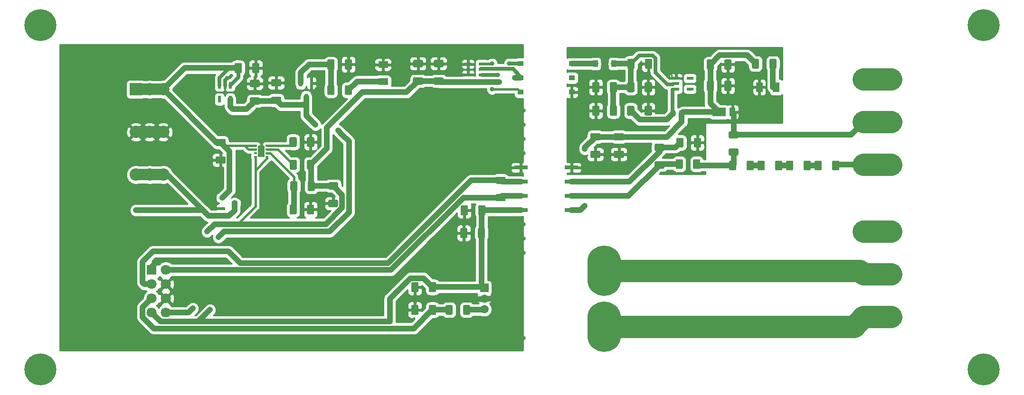
<source format=gtl>
%TF.GenerationSoftware,KiCad,Pcbnew,(5.1.8)-1*%
%TF.CreationDate,2021-03-15T08:23:40+01:00*%
%TF.ProjectId,MeasCard,4d656173-4361-4726-942e-6b696361645f,rev?*%
%TF.SameCoordinates,Original*%
%TF.FileFunction,Copper,L1,Top*%
%TF.FilePolarity,Positive*%
%FSLAX46Y46*%
G04 Gerber Fmt 4.6, Leading zero omitted, Abs format (unit mm)*
G04 Created by KiCad (PCBNEW (5.1.8)-1) date 2021-03-15 08:23:40*
%MOMM*%
%LPD*%
G01*
G04 APERTURE LIST*
%TA.AperFunction,SMDPad,CuDef*%
%ADD10R,1.200000X0.600000*%
%TD*%
%TA.AperFunction,SMDPad,CuDef*%
%ADD11R,1.800000X1.150000*%
%TD*%
%TA.AperFunction,SMDPad,CuDef*%
%ADD12R,1.150000X1.800000*%
%TD*%
%TA.AperFunction,SMDPad,CuDef*%
%ADD13R,0.600000X1.200000*%
%TD*%
%TA.AperFunction,ComponentPad*%
%ADD14C,2.200000*%
%TD*%
%TA.AperFunction,ComponentPad*%
%ADD15R,2.200000X2.200000*%
%TD*%
%TA.AperFunction,ComponentPad*%
%ADD16C,5.700000*%
%TD*%
%TA.AperFunction,SMDPad,CuDef*%
%ADD17R,1.120000X0.960000*%
%TD*%
%TA.AperFunction,ComponentPad*%
%ADD18O,6.000000X9.000000*%
%TD*%
%TA.AperFunction,ComponentPad*%
%ADD19R,1.500000X1.500000*%
%TD*%
%TA.AperFunction,ComponentPad*%
%ADD20C,1.500000*%
%TD*%
%TA.AperFunction,ComponentPad*%
%ADD21C,0.800000*%
%TD*%
%TA.AperFunction,ComponentPad*%
%ADD22C,1.800000*%
%TD*%
%TA.AperFunction,ComponentPad*%
%ADD23R,1.800000X1.800000*%
%TD*%
%TA.AperFunction,SMDPad,CuDef*%
%ADD24R,1.050000X1.500000*%
%TD*%
%TA.AperFunction,SMDPad,CuDef*%
%ADD25R,2.400000X1.500000*%
%TD*%
%TA.AperFunction,SMDPad,CuDef*%
%ADD26R,1.200000X2.000000*%
%TD*%
%TA.AperFunction,SMDPad,CuDef*%
%ADD27R,0.510000X0.410000*%
%TD*%
%TA.AperFunction,SMDPad,CuDef*%
%ADD28R,2.350000X0.700000*%
%TD*%
%TA.AperFunction,SMDPad,CuDef*%
%ADD29R,0.900000X1.000000*%
%TD*%
%TA.AperFunction,SMDPad,CuDef*%
%ADD30R,0.900000X1.200000*%
%TD*%
%TA.AperFunction,SMDPad,CuDef*%
%ADD31R,1.050000X0.600000*%
%TD*%
%TA.AperFunction,ViaPad*%
%ADD32C,0.800000*%
%TD*%
%TA.AperFunction,Conductor*%
%ADD33C,0.700000*%
%TD*%
%TA.AperFunction,Conductor*%
%ADD34C,2.000000*%
%TD*%
%TA.AperFunction,Conductor*%
%ADD35C,1.000000*%
%TD*%
%TA.AperFunction,Conductor*%
%ADD36C,0.400000*%
%TD*%
%TA.AperFunction,Conductor*%
%ADD37C,4.000000*%
%TD*%
%TA.AperFunction,Conductor*%
%ADD38C,0.250000*%
%TD*%
%TA.AperFunction,Conductor*%
%ADD39C,0.500000*%
%TD*%
%TA.AperFunction,Conductor*%
%ADD40C,0.254000*%
%TD*%
%TA.AperFunction,Conductor*%
%ADD41C,0.100000*%
%TD*%
G04 APERTURE END LIST*
D10*
%TO.P,PS2,5*%
%TO.N,GND*%
X127274000Y-65974000D03*
%TO.P,PS2,4*%
X127274000Y-64074000D03*
%TO.P,PS2,3*%
%TO.N,Net-(PS2-Pad3)*%
X129774000Y-64074000D03*
%TO.P,PS2,2*%
%TO.N,5V*%
X129774000Y-65024000D03*
%TO.P,PS2,1*%
%TO.N,Net-(PS2-Pad1)*%
X129774000Y-65974000D03*
%TD*%
D11*
%TO.P,LED2,2*%
%TO.N,Net-(LED2-Pad2)*%
X112141000Y-67159000D03*
%TO.P,LED2,1*%
%TO.N,GND*%
X112141000Y-64159000D03*
%TD*%
D12*
%TO.P,LED1,2*%
%TO.N,GNDD*%
X179221000Y-68199000D03*
%TO.P,LED1,1*%
%TO.N,Net-(LED1-Pad1)*%
X182221000Y-68199000D03*
%TD*%
D10*
%TO.P,IC5,5*%
%TO.N,N/C*%
X166858000Y-66614000D03*
%TO.P,IC5,4*%
X166858000Y-68514000D03*
%TO.P,IC5,3*%
%TO.N,Net-(C10-Pad1)*%
X164358000Y-68514000D03*
%TO.P,IC5,2*%
%TO.N,+6V_ISO*%
X164358000Y-67564000D03*
%TO.P,IC5,1*%
%TO.N,GNDD*%
X164358000Y-66614000D03*
%TD*%
D13*
%TO.P,IC4,3*%
%TO.N,3.3V*%
X98425000Y-69957000D03*
%TO.P,IC4,2*%
%TO.N,Net-(C20-Pad1)*%
X97475000Y-67457000D03*
%TO.P,IC4,1*%
%TO.N,GND*%
X99375000Y-67457000D03*
%TD*%
%TO.P,IC3,5*%
%TO.N,3.3V*%
X84897000Y-70338000D03*
%TO.P,IC3,4*%
%TO.N,N/C*%
X82997000Y-70338000D03*
%TO.P,IC3,3*%
%TO.N,Net-(C14-Pad1)*%
X82997000Y-67838000D03*
%TO.P,IC3,2*%
%TO.N,GND*%
X83947000Y-67838000D03*
%TO.P,IC3,1*%
%TO.N,Net-(C14-Pad1)*%
X84897000Y-67838000D03*
%TD*%
D14*
%TO.P,J4,9*%
%TO.N,Net-(D1-Pad3)*%
X72952000Y-83820000D03*
%TO.P,J4,8*%
X70512000Y-83820000D03*
%TO.P,J4,7*%
X68072000Y-83820000D03*
%TO.P,J4,6*%
%TO.N,GND*%
X72952000Y-76200000D03*
%TO.P,J4,5*%
X70512000Y-76200000D03*
%TO.P,J4,4*%
X68072000Y-76200000D03*
%TO.P,J4,3*%
%TO.N,Net-(C14-Pad1)*%
X72952000Y-68580000D03*
%TO.P,J4,2*%
X70512000Y-68580000D03*
D15*
%TO.P,J4,1*%
X68072000Y-68580000D03*
%TD*%
D14*
%TO.P,J2,9*%
%TO.N,Net-(J2-Pad7)*%
X197812000Y-93980000D03*
%TO.P,J2,8*%
X200252000Y-93980000D03*
%TO.P,J2,7*%
X202692000Y-93980000D03*
%TO.P,J2,6*%
%TO.N,Net-(J2-Pad4)*%
X197812000Y-101600000D03*
%TO.P,J2,5*%
X200252000Y-101600000D03*
%TO.P,J2,4*%
X202692000Y-101600000D03*
%TO.P,J2,3*%
%TO.N,Net-(J2-Pad1)*%
X197812000Y-109220000D03*
%TO.P,J2,2*%
X200252000Y-109220000D03*
D15*
%TO.P,J2,1*%
X202692000Y-109220000D03*
%TD*%
D14*
%TO.P,J1,9*%
%TO.N,Net-(J1-Pad7)*%
X197812000Y-66802000D03*
%TO.P,J1,8*%
X200252000Y-66802000D03*
%TO.P,J1,7*%
X202692000Y-66802000D03*
%TO.P,J1,6*%
%TO.N,GNDD*%
X197812000Y-74422000D03*
%TO.P,J1,5*%
X200252000Y-74422000D03*
%TO.P,J1,4*%
X202692000Y-74422000D03*
%TO.P,J1,3*%
%TO.N,Net-(J1-Pad1)*%
X197812000Y-82042000D03*
%TO.P,J1,2*%
X200252000Y-82042000D03*
D15*
%TO.P,J1,1*%
X202692000Y-82042000D03*
%TD*%
D16*
%TO.P,H4,1*%
%TO.N,Net-(D1-Pad3)*%
X219202000Y-118618000D03*
%TD*%
%TO.P,H3,1*%
%TO.N,Net-(D1-Pad3)*%
X51054000Y-57150000D03*
%TD*%
%TO.P,H2,1*%
%TO.N,Net-(D1-Pad3)*%
X219202000Y-57150000D03*
%TD*%
%TO.P,H1,1*%
%TO.N,Net-(D1-Pad3)*%
X51054000Y-118618000D03*
%TD*%
D17*
%TO.P,T1,6*%
%TO.N,Net-(D2-Pad2)*%
X145794000Y-64008000D03*
%TO.P,T1,5*%
%TO.N,N/C*%
X145794000Y-66548000D03*
%TO.P,T1,4*%
%TO.N,GNDD*%
X145794000Y-69088000D03*
%TO.P,T1,3*%
%TO.N,Net-(PS2-Pad3)*%
X136654000Y-69088000D03*
%TO.P,T1,2*%
%TO.N,5V*%
X136654000Y-66548000D03*
%TO.P,T1,1*%
%TO.N,Net-(PS2-Pad1)*%
X136654000Y-64008000D03*
%TD*%
D18*
%TO.P,U1,5*%
%TO.N,Net-(J2-Pad4)*%
X151575000Y-100923000D03*
%TO.P,U1,4*%
%TO.N,Net-(J2-Pad1)*%
X151575000Y-110923000D03*
D19*
%TO.P,U1,1*%
%TO.N,3.3V*%
X130175000Y-104013000D03*
D20*
%TO.P,U1,3*%
%TO.N,Net-(R6-Pad2)*%
X130175000Y-107833000D03*
%TO.P,U1,2*%
%TO.N,GND*%
X130175000Y-105923000D03*
%TO.P,U1,5*%
%TO.N,Net-(J2-Pad4)*%
%TA.AperFunction,ComponentPad*%
G36*
G01*
X152567523Y-104703953D02*
X152567523Y-104703953D01*
G75*
G02*
X152374047Y-105235523I-362523J-169047D01*
G01*
X152374047Y-105235523D01*
G75*
G02*
X151842477Y-105042047I-169047J362523D01*
G01*
X151842477Y-105042047D01*
G75*
G02*
X152035953Y-104510477I362523J169047D01*
G01*
X152035953Y-104510477D01*
G75*
G02*
X152567523Y-104703953I169047J-362523D01*
G01*
G37*
%TD.AperFunction*%
%TA.AperFunction,ComponentPad*%
G36*
G01*
X150582477Y-104703953D02*
X150582477Y-104703953D01*
G75*
G02*
X151114047Y-104510477I362523J-169047D01*
G01*
X151114047Y-104510477D01*
G75*
G02*
X151307523Y-105042047I-169047J-362523D01*
G01*
X151307523Y-105042047D01*
G75*
G02*
X150775953Y-105235523I-362523J169047D01*
G01*
X150775953Y-105235523D01*
G75*
G02*
X150582477Y-104703953I169047J362523D01*
G01*
G37*
%TD.AperFunction*%
D21*
X149915000Y-104123000D03*
X153235000Y-104123000D03*
X152205000Y-96973000D03*
X150945000Y-96973000D03*
X149915000Y-97723000D03*
X153235000Y-97723000D03*
X149525000Y-101593000D03*
X149525000Y-100253000D03*
X149525000Y-102923000D03*
X149525000Y-98923000D03*
X153625000Y-101593000D03*
X153625000Y-100253000D03*
X153625000Y-98923000D03*
X153625000Y-102923000D03*
%TO.P,U1,4*%
%TO.N,Net-(J2-Pad1)*%
X149915000Y-107723000D03*
X153235000Y-107723000D03*
%TA.AperFunction,ComponentPad*%
G36*
G01*
X151307523Y-106803953D02*
X151307523Y-106803953D01*
G75*
G02*
X151114047Y-107335523I-362523J-169047D01*
G01*
X151114047Y-107335523D01*
G75*
G02*
X150582477Y-107142047I-169047J362523D01*
G01*
X150582477Y-107142047D01*
G75*
G02*
X150775953Y-106610477I362523J169047D01*
G01*
X150775953Y-106610477D01*
G75*
G02*
X151307523Y-106803953I169047J-362523D01*
G01*
G37*
%TD.AperFunction*%
%TA.AperFunction,ComponentPad*%
G36*
G01*
X151842477Y-106803953D02*
X151842477Y-106803953D01*
G75*
G02*
X152374047Y-106610477I362523J-169047D01*
G01*
X152374047Y-106610477D01*
G75*
G02*
X152567523Y-107142047I-169047J-362523D01*
G01*
X152567523Y-107142047D01*
G75*
G02*
X152035953Y-107335523I-362523J169047D01*
G01*
X152035953Y-107335523D01*
G75*
G02*
X151842477Y-106803953I169047J362523D01*
G01*
G37*
%TD.AperFunction*%
X149915000Y-114123000D03*
X153235000Y-114123000D03*
X152205000Y-114873000D03*
X149525000Y-112923000D03*
X149525000Y-111593000D03*
X149525000Y-110253000D03*
X149525000Y-108923000D03*
X153625000Y-112923000D03*
X153625000Y-111593000D03*
X153625000Y-110253000D03*
X153625000Y-108923000D03*
X150945000Y-114873000D03*
%TD*%
%TO.P,R9,2*%
%TO.N,Net-(IC1-Pad7)*%
%TA.AperFunction,SMDPad,CuDef*%
G36*
G01*
X132470999Y-87260000D02*
X133721001Y-87260000D01*
G75*
G02*
X133971000Y-87509999I0J-249999D01*
G01*
X133971000Y-88310001D01*
G75*
G02*
X133721001Y-88560000I-249999J0D01*
G01*
X132470999Y-88560000D01*
G75*
G02*
X132221000Y-88310001I0J249999D01*
G01*
X132221000Y-87509999D01*
G75*
G02*
X132470999Y-87260000I249999J0D01*
G01*
G37*
%TD.AperFunction*%
%TO.P,R9,1*%
%TO.N,Net-(IC1-Pad6)*%
%TA.AperFunction,SMDPad,CuDef*%
G36*
G01*
X132470999Y-84160000D02*
X133721001Y-84160000D01*
G75*
G02*
X133971000Y-84409999I0J-249999D01*
G01*
X133971000Y-85210001D01*
G75*
G02*
X133721001Y-85460000I-249999J0D01*
G01*
X132470999Y-85460000D01*
G75*
G02*
X132221000Y-85210001I0J249999D01*
G01*
X132221000Y-84409999D01*
G75*
G02*
X132470999Y-84160000I249999J0D01*
G01*
G37*
%TD.AperFunction*%
%TD*%
%TO.P,R6,2*%
%TO.N,Net-(R6-Pad2)*%
%TA.AperFunction,SMDPad,CuDef*%
G36*
G01*
X126376000Y-108575001D02*
X126376000Y-107324999D01*
G75*
G02*
X126625999Y-107075000I249999J0D01*
G01*
X127426001Y-107075000D01*
G75*
G02*
X127676000Y-107324999I0J-249999D01*
G01*
X127676000Y-108575001D01*
G75*
G02*
X127426001Y-108825000I-249999J0D01*
G01*
X126625999Y-108825000D01*
G75*
G02*
X126376000Y-108575001I0J249999D01*
G01*
G37*
%TD.AperFunction*%
%TO.P,R6,1*%
%TO.N,Net-(C2-Pad1)*%
%TA.AperFunction,SMDPad,CuDef*%
G36*
G01*
X123276000Y-108575001D02*
X123276000Y-107324999D01*
G75*
G02*
X123525999Y-107075000I249999J0D01*
G01*
X124326001Y-107075000D01*
G75*
G02*
X124576000Y-107324999I0J-249999D01*
G01*
X124576000Y-108575001D01*
G75*
G02*
X124326001Y-108825000I-249999J0D01*
G01*
X123525999Y-108825000D01*
G75*
G02*
X123276000Y-108575001I0J249999D01*
G01*
G37*
%TD.AperFunction*%
%TD*%
%TO.P,R4,2*%
%TO.N,Net-(R3-Pad1)*%
%TA.AperFunction,SMDPad,CuDef*%
G36*
G01*
X176922000Y-82794001D02*
X176922000Y-81543999D01*
G75*
G02*
X177171999Y-81294000I249999J0D01*
G01*
X177972001Y-81294000D01*
G75*
G02*
X178222000Y-81543999I0J-249999D01*
G01*
X178222000Y-82794001D01*
G75*
G02*
X177972001Y-83044000I-249999J0D01*
G01*
X177171999Y-83044000D01*
G75*
G02*
X176922000Y-82794001I0J249999D01*
G01*
G37*
%TD.AperFunction*%
%TO.P,R4,1*%
%TO.N,Net-(R4-Pad1)*%
%TA.AperFunction,SMDPad,CuDef*%
G36*
G01*
X173822000Y-82794001D02*
X173822000Y-81543999D01*
G75*
G02*
X174071999Y-81294000I249999J0D01*
G01*
X174872001Y-81294000D01*
G75*
G02*
X175122000Y-81543999I0J-249999D01*
G01*
X175122000Y-82794001D01*
G75*
G02*
X174872001Y-83044000I-249999J0D01*
G01*
X174071999Y-83044000D01*
G75*
G02*
X173822000Y-82794001I0J249999D01*
G01*
G37*
%TD.AperFunction*%
%TD*%
%TO.P,R3,2*%
%TO.N,Net-(R2-Pad1)*%
%TA.AperFunction,SMDPad,CuDef*%
G36*
G01*
X182002000Y-82794001D02*
X182002000Y-81543999D01*
G75*
G02*
X182251999Y-81294000I249999J0D01*
G01*
X183052001Y-81294000D01*
G75*
G02*
X183302000Y-81543999I0J-249999D01*
G01*
X183302000Y-82794001D01*
G75*
G02*
X183052001Y-83044000I-249999J0D01*
G01*
X182251999Y-83044000D01*
G75*
G02*
X182002000Y-82794001I0J249999D01*
G01*
G37*
%TD.AperFunction*%
%TO.P,R3,1*%
%TO.N,Net-(R3-Pad1)*%
%TA.AperFunction,SMDPad,CuDef*%
G36*
G01*
X178902000Y-82794001D02*
X178902000Y-81543999D01*
G75*
G02*
X179151999Y-81294000I249999J0D01*
G01*
X179952001Y-81294000D01*
G75*
G02*
X180202000Y-81543999I0J-249999D01*
G01*
X180202000Y-82794001D01*
G75*
G02*
X179952001Y-83044000I-249999J0D01*
G01*
X179151999Y-83044000D01*
G75*
G02*
X178902000Y-82794001I0J249999D01*
G01*
G37*
%TD.AperFunction*%
%TD*%
%TO.P,R1,2*%
%TO.N,Net-(J1-Pad1)*%
%TA.AperFunction,SMDPad,CuDef*%
G36*
G01*
X192162000Y-82794001D02*
X192162000Y-81543999D01*
G75*
G02*
X192411999Y-81294000I249999J0D01*
G01*
X193212001Y-81294000D01*
G75*
G02*
X193462000Y-81543999I0J-249999D01*
G01*
X193462000Y-82794001D01*
G75*
G02*
X193212001Y-83044000I-249999J0D01*
G01*
X192411999Y-83044000D01*
G75*
G02*
X192162000Y-82794001I0J249999D01*
G01*
G37*
%TD.AperFunction*%
%TO.P,R1,1*%
%TO.N,Net-(R1-Pad1)*%
%TA.AperFunction,SMDPad,CuDef*%
G36*
G01*
X189062000Y-82794001D02*
X189062000Y-81543999D01*
G75*
G02*
X189311999Y-81294000I249999J0D01*
G01*
X190112001Y-81294000D01*
G75*
G02*
X190362000Y-81543999I0J-249999D01*
G01*
X190362000Y-82794001D01*
G75*
G02*
X190112001Y-83044000I-249999J0D01*
G01*
X189311999Y-83044000D01*
G75*
G02*
X189062000Y-82794001I0J249999D01*
G01*
G37*
%TD.AperFunction*%
%TD*%
D22*
%TO.P,J3,8*%
%TO.N,5V*%
X73406000Y-108458000D03*
%TO.P,J3,7*%
%TO.N,3.3V*%
X70866000Y-108458000D03*
%TO.P,J3,6*%
%TO.N,GND*%
X73406000Y-105918000D03*
%TO.P,J3,5*%
%TO.N,Net-(C2-Pad1)*%
X70866000Y-105918000D03*
%TO.P,J3,4*%
%TO.N,GND*%
X73406000Y-103378000D03*
%TO.P,J3,3*%
%TO.N,Net-(IC1-Pad6)*%
X70866000Y-103378000D03*
%TO.P,J3,2*%
%TO.N,Net-(IC1-Pad7)*%
X73406000Y-100838000D03*
D23*
%TO.P,J3,1*%
%TO.N,GND*%
X70866000Y-100838000D03*
%TD*%
D24*
%TO.P,Z1,2*%
%TO.N,GNDD*%
X174418000Y-72644000D03*
D25*
%TO.P,Z1,1*%
%TO.N,+5V_ISO*%
X172043000Y-72644000D03*
%TD*%
%TO.P,Rpg1,2*%
%TO.N,5V*%
%TA.AperFunction,SMDPad,CuDef*%
G36*
G01*
X98563000Y-82667001D02*
X98563000Y-81416999D01*
G75*
G02*
X98812999Y-81167000I249999J0D01*
G01*
X99613001Y-81167000D01*
G75*
G02*
X99863000Y-81416999I0J-249999D01*
G01*
X99863000Y-82667001D01*
G75*
G02*
X99613001Y-82917000I-249999J0D01*
G01*
X98812999Y-82917000D01*
G75*
G02*
X98563000Y-82667001I0J249999D01*
G01*
G37*
%TD.AperFunction*%
%TO.P,Rpg1,1*%
%TO.N,Net-(PS1-Pad7)*%
%TA.AperFunction,SMDPad,CuDef*%
G36*
G01*
X95463000Y-82667001D02*
X95463000Y-81416999D01*
G75*
G02*
X95712999Y-81167000I249999J0D01*
G01*
X96513001Y-81167000D01*
G75*
G02*
X96763000Y-81416999I0J-249999D01*
G01*
X96763000Y-82667001D01*
G75*
G02*
X96513001Y-82917000I-249999J0D01*
G01*
X95712999Y-82917000D01*
G75*
G02*
X95463000Y-82667001I0J249999D01*
G01*
G37*
%TD.AperFunction*%
%TD*%
%TO.P,Rfbt1,2*%
%TO.N,5V*%
%TA.AperFunction,SMDPad,CuDef*%
G36*
G01*
X98690000Y-86477001D02*
X98690000Y-85226999D01*
G75*
G02*
X98939999Y-84977000I249999J0D01*
G01*
X99740001Y-84977000D01*
G75*
G02*
X99990000Y-85226999I0J-249999D01*
G01*
X99990000Y-86477001D01*
G75*
G02*
X99740001Y-86727000I-249999J0D01*
G01*
X98939999Y-86727000D01*
G75*
G02*
X98690000Y-86477001I0J249999D01*
G01*
G37*
%TD.AperFunction*%
%TO.P,Rfbt1,1*%
%TO.N,Net-(PS1-Pad6)*%
%TA.AperFunction,SMDPad,CuDef*%
G36*
G01*
X95590000Y-86477001D02*
X95590000Y-85226999D01*
G75*
G02*
X95839999Y-84977000I249999J0D01*
G01*
X96640001Y-84977000D01*
G75*
G02*
X96890000Y-85226999I0J-249999D01*
G01*
X96890000Y-86477001D01*
G75*
G02*
X96640001Y-86727000I-249999J0D01*
G01*
X95839999Y-86727000D01*
G75*
G02*
X95590000Y-86477001I0J249999D01*
G01*
G37*
%TD.AperFunction*%
%TD*%
%TO.P,Rfbb2,2*%
%TO.N,Net-(C20-Pad1)*%
%TA.AperFunction,SMDPad,CuDef*%
G36*
G01*
X103494000Y-68081999D02*
X103494000Y-69332001D01*
G75*
G02*
X103244001Y-69582000I-249999J0D01*
G01*
X102443999Y-69582000D01*
G75*
G02*
X102194000Y-69332001I0J249999D01*
G01*
X102194000Y-68081999D01*
G75*
G02*
X102443999Y-67832000I249999J0D01*
G01*
X103244001Y-67832000D01*
G75*
G02*
X103494000Y-68081999I0J-249999D01*
G01*
G37*
%TD.AperFunction*%
%TO.P,Rfbb2,1*%
%TO.N,Net-(LED2-Pad2)*%
%TA.AperFunction,SMDPad,CuDef*%
G36*
G01*
X106594000Y-68081999D02*
X106594000Y-69332001D01*
G75*
G02*
X106344001Y-69582000I-249999J0D01*
G01*
X105543999Y-69582000D01*
G75*
G02*
X105294000Y-69332001I0J249999D01*
G01*
X105294000Y-68081999D01*
G75*
G02*
X105543999Y-67832000I249999J0D01*
G01*
X106344001Y-67832000D01*
G75*
G02*
X106594000Y-68081999I0J-249999D01*
G01*
G37*
%TD.AperFunction*%
%TD*%
%TO.P,Rfbb1,2*%
%TO.N,Net-(PS1-Pad6)*%
%TA.AperFunction,SMDPad,CuDef*%
G36*
G01*
X96763000Y-89417999D02*
X96763000Y-90668001D01*
G75*
G02*
X96513001Y-90918000I-249999J0D01*
G01*
X95712999Y-90918000D01*
G75*
G02*
X95463000Y-90668001I0J249999D01*
G01*
X95463000Y-89417999D01*
G75*
G02*
X95712999Y-89168000I249999J0D01*
G01*
X96513001Y-89168000D01*
G75*
G02*
X96763000Y-89417999I0J-249999D01*
G01*
G37*
%TD.AperFunction*%
%TO.P,Rfbb1,1*%
%TO.N,GND*%
%TA.AperFunction,SMDPad,CuDef*%
G36*
G01*
X99863000Y-89417999D02*
X99863000Y-90668001D01*
G75*
G02*
X99613001Y-90918000I-249999J0D01*
G01*
X98812999Y-90918000D01*
G75*
G02*
X98563000Y-90668001I0J249999D01*
G01*
X98563000Y-89417999D01*
G75*
G02*
X98812999Y-89168000I249999J0D01*
G01*
X99613001Y-89168000D01*
G75*
G02*
X99863000Y-89417999I0J-249999D01*
G01*
G37*
%TD.AperFunction*%
%TD*%
%TO.P,R10,2*%
%TO.N,+5V_ISO*%
%TA.AperFunction,SMDPad,CuDef*%
G36*
G01*
X179186000Y-63382999D02*
X179186000Y-64633001D01*
G75*
G02*
X178936001Y-64883000I-249999J0D01*
G01*
X178135999Y-64883000D01*
G75*
G02*
X177886000Y-64633001I0J249999D01*
G01*
X177886000Y-63382999D01*
G75*
G02*
X178135999Y-63133000I249999J0D01*
G01*
X178936001Y-63133000D01*
G75*
G02*
X179186000Y-63382999I0J-249999D01*
G01*
G37*
%TD.AperFunction*%
%TO.P,R10,1*%
%TO.N,Net-(LED1-Pad1)*%
%TA.AperFunction,SMDPad,CuDef*%
G36*
G01*
X182286000Y-63382999D02*
X182286000Y-64633001D01*
G75*
G02*
X182036001Y-64883000I-249999J0D01*
G01*
X181235999Y-64883000D01*
G75*
G02*
X180986000Y-64633001I0J249999D01*
G01*
X180986000Y-63382999D01*
G75*
G02*
X181235999Y-63133000I249999J0D01*
G01*
X182036001Y-63133000D01*
G75*
G02*
X182286000Y-63382999I0J-249999D01*
G01*
G37*
%TD.AperFunction*%
%TD*%
%TO.P,R8,2*%
%TO.N,GNDD*%
%TA.AperFunction,SMDPad,CuDef*%
G36*
G01*
X167524000Y-78730001D02*
X167524000Y-77479999D01*
G75*
G02*
X167773999Y-77230000I249999J0D01*
G01*
X168574001Y-77230000D01*
G75*
G02*
X168824000Y-77479999I0J-249999D01*
G01*
X168824000Y-78730001D01*
G75*
G02*
X168574001Y-78980000I-249999J0D01*
G01*
X167773999Y-78980000D01*
G75*
G02*
X167524000Y-78730001I0J249999D01*
G01*
G37*
%TD.AperFunction*%
%TO.P,R8,1*%
%TO.N,Net-(C3-Pad2)*%
%TA.AperFunction,SMDPad,CuDef*%
G36*
G01*
X164424000Y-78730001D02*
X164424000Y-77479999D01*
G75*
G02*
X164673999Y-77230000I249999J0D01*
G01*
X165474001Y-77230000D01*
G75*
G02*
X165724000Y-77479999I0J-249999D01*
G01*
X165724000Y-78730001D01*
G75*
G02*
X165474001Y-78980000I-249999J0D01*
G01*
X164673999Y-78980000D01*
G75*
G02*
X164424000Y-78730001I0J249999D01*
G01*
G37*
%TD.AperFunction*%
%TD*%
%TO.P,R7,2*%
%TO.N,Net-(R4-Pad1)*%
%TA.AperFunction,SMDPad,CuDef*%
G36*
G01*
X167397000Y-82540001D02*
X167397000Y-81289999D01*
G75*
G02*
X167646999Y-81040000I249999J0D01*
G01*
X168447001Y-81040000D01*
G75*
G02*
X168697000Y-81289999I0J-249999D01*
G01*
X168697000Y-82540001D01*
G75*
G02*
X168447001Y-82790000I-249999J0D01*
G01*
X167646999Y-82790000D01*
G75*
G02*
X167397000Y-82540001I0J249999D01*
G01*
G37*
%TD.AperFunction*%
%TO.P,R7,1*%
%TO.N,Net-(C3-Pad1)*%
%TA.AperFunction,SMDPad,CuDef*%
G36*
G01*
X164297000Y-82540001D02*
X164297000Y-81289999D01*
G75*
G02*
X164546999Y-81040000I249999J0D01*
G01*
X165347001Y-81040000D01*
G75*
G02*
X165597000Y-81289999I0J-249999D01*
G01*
X165597000Y-82540001D01*
G75*
G02*
X165347001Y-82790000I-249999J0D01*
G01*
X164546999Y-82790000D01*
G75*
G02*
X164297000Y-82540001I0J249999D01*
G01*
G37*
%TD.AperFunction*%
%TD*%
%TO.P,R5,2*%
%TO.N,Net-(R4-Pad1)*%
%TA.AperFunction,SMDPad,CuDef*%
G36*
G01*
X173999999Y-79132000D02*
X175250001Y-79132000D01*
G75*
G02*
X175500000Y-79381999I0J-249999D01*
G01*
X175500000Y-80182001D01*
G75*
G02*
X175250001Y-80432000I-249999J0D01*
G01*
X173999999Y-80432000D01*
G75*
G02*
X173750000Y-80182001I0J249999D01*
G01*
X173750000Y-79381999D01*
G75*
G02*
X173999999Y-79132000I249999J0D01*
G01*
G37*
%TD.AperFunction*%
%TO.P,R5,1*%
%TO.N,GNDD*%
%TA.AperFunction,SMDPad,CuDef*%
G36*
G01*
X173999999Y-76032000D02*
X175250001Y-76032000D01*
G75*
G02*
X175500000Y-76281999I0J-249999D01*
G01*
X175500000Y-77082001D01*
G75*
G02*
X175250001Y-77332000I-249999J0D01*
G01*
X173999999Y-77332000D01*
G75*
G02*
X173750000Y-77082001I0J249999D01*
G01*
X173750000Y-76281999D01*
G75*
G02*
X173999999Y-76032000I249999J0D01*
G01*
G37*
%TD.AperFunction*%
%TD*%
%TO.P,R2,2*%
%TO.N,Net-(R1-Pad1)*%
%TA.AperFunction,SMDPad,CuDef*%
G36*
G01*
X187082000Y-82794001D02*
X187082000Y-81543999D01*
G75*
G02*
X187331999Y-81294000I249999J0D01*
G01*
X188132001Y-81294000D01*
G75*
G02*
X188382000Y-81543999I0J-249999D01*
G01*
X188382000Y-82794001D01*
G75*
G02*
X188132001Y-83044000I-249999J0D01*
G01*
X187331999Y-83044000D01*
G75*
G02*
X187082000Y-82794001I0J249999D01*
G01*
G37*
%TD.AperFunction*%
%TO.P,R2,1*%
%TO.N,Net-(R2-Pad1)*%
%TA.AperFunction,SMDPad,CuDef*%
G36*
G01*
X183982000Y-82794001D02*
X183982000Y-81543999D01*
G75*
G02*
X184231999Y-81294000I249999J0D01*
G01*
X185032001Y-81294000D01*
G75*
G02*
X185282000Y-81543999I0J-249999D01*
G01*
X185282000Y-82794001D01*
G75*
G02*
X185032001Y-83044000I-249999J0D01*
G01*
X184231999Y-83044000D01*
G75*
G02*
X183982000Y-82794001I0J249999D01*
G01*
G37*
%TD.AperFunction*%
%TD*%
D26*
%TO.P,PS1,9*%
%TO.N,GND*%
X90424000Y-79629000D03*
D27*
%TO.P,PS1,8*%
%TO.N,Net-(Css1-Pad1)*%
X91474000Y-78654000D03*
%TO.P,PS1,7*%
%TO.N,Net-(PS1-Pad7)*%
X91474000Y-79304000D03*
%TO.P,PS1,6*%
%TO.N,Net-(PS1-Pad6)*%
X91474000Y-79954000D03*
%TO.P,PS1,5*%
%TO.N,5V*%
X91474000Y-80604000D03*
%TO.P,PS1,4*%
X89374000Y-80604000D03*
%TO.P,PS1,3*%
%TO.N,GND*%
X89374000Y-79954000D03*
%TO.P,PS1,2*%
%TO.N,Net-(C14-Pad1)*%
X89374000Y-79304000D03*
%TO.P,PS1,1*%
X89374000Y-78654000D03*
%TD*%
D28*
%TO.P,IC1,8*%
%TO.N,3.3V*%
X136699000Y-90170000D03*
%TO.P,IC1,7*%
%TO.N,Net-(IC1-Pad7)*%
X136699000Y-87630000D03*
%TO.P,IC1,6*%
%TO.N,Net-(IC1-Pad6)*%
X136699000Y-85090000D03*
%TO.P,IC1,5*%
%TO.N,GND*%
X136699000Y-82550000D03*
%TO.P,IC1,4*%
%TO.N,GNDD*%
X145749000Y-82550000D03*
%TO.P,IC1,3*%
%TO.N,Net-(C3-Pad2)*%
X145749000Y-85090000D03*
%TO.P,IC1,2*%
%TO.N,Net-(C3-Pad1)*%
X145749000Y-87630000D03*
%TO.P,IC1,1*%
%TO.N,+5V_ISO*%
X145749000Y-90170000D03*
%TD*%
D29*
%TO.P,FB1,2*%
%TO.N,+5V_ISO*%
X165392000Y-72898000D03*
%TO.P,FB1,1*%
%TO.N,Net-(C10-Pad1)*%
X163792000Y-72898000D03*
%TD*%
D30*
%TO.P,D2,2*%
%TO.N,Net-(D2-Pad2)*%
X149988000Y-64008000D03*
%TO.P,D2,1*%
%TO.N,+6V_ISO*%
X153288000Y-64008000D03*
%TD*%
D31*
%TO.P,D1,3*%
%TO.N,Net-(D1-Pad3)*%
X85682000Y-88900000D03*
%TO.P,D1,2*%
%TO.N,GND*%
X83482000Y-89850000D03*
%TO.P,D1,1*%
%TO.N,Net-(C14-Pad1)*%
X83482000Y-87950000D03*
%TD*%
%TO.P,Css1,2*%
%TO.N,GND*%
%TA.AperFunction,SMDPad,CuDef*%
G36*
G01*
X98563000Y-78628003D02*
X98563000Y-77327997D01*
G75*
G02*
X98812997Y-77078000I249997J0D01*
G01*
X99638003Y-77078000D01*
G75*
G02*
X99888000Y-77327997I0J-249997D01*
G01*
X99888000Y-78628003D01*
G75*
G02*
X99638003Y-78878000I-249997J0D01*
G01*
X98812997Y-78878000D01*
G75*
G02*
X98563000Y-78628003I0J249997D01*
G01*
G37*
%TD.AperFunction*%
%TO.P,Css1,1*%
%TO.N,Net-(Css1-Pad1)*%
%TA.AperFunction,SMDPad,CuDef*%
G36*
G01*
X95438000Y-78628003D02*
X95438000Y-77327997D01*
G75*
G02*
X95687997Y-77078000I249997J0D01*
G01*
X96513003Y-77078000D01*
G75*
G02*
X96763000Y-77327997I0J-249997D01*
G01*
X96763000Y-78628003D01*
G75*
G02*
X96513003Y-78878000I-249997J0D01*
G01*
X95687997Y-78878000D01*
G75*
G02*
X95438000Y-78628003I0J249997D01*
G01*
G37*
%TD.AperFunction*%
%TD*%
%TO.P,Cout1,2*%
%TO.N,GND*%
%TA.AperFunction,SMDPad,CuDef*%
G36*
G01*
X102600997Y-88276000D02*
X103901003Y-88276000D01*
G75*
G02*
X104151000Y-88525997I0J-249997D01*
G01*
X104151000Y-89351003D01*
G75*
G02*
X103901003Y-89601000I-249997J0D01*
G01*
X102600997Y-89601000D01*
G75*
G02*
X102351000Y-89351003I0J249997D01*
G01*
X102351000Y-88525997D01*
G75*
G02*
X102600997Y-88276000I249997J0D01*
G01*
G37*
%TD.AperFunction*%
%TO.P,Cout1,1*%
%TO.N,5V*%
%TA.AperFunction,SMDPad,CuDef*%
G36*
G01*
X102600997Y-85151000D02*
X103901003Y-85151000D01*
G75*
G02*
X104151000Y-85400997I0J-249997D01*
G01*
X104151000Y-86226003D01*
G75*
G02*
X103901003Y-86476000I-249997J0D01*
G01*
X102600997Y-86476000D01*
G75*
G02*
X102351000Y-86226003I0J249997D01*
G01*
X102351000Y-85400997D01*
G75*
G02*
X102600997Y-85151000I249997J0D01*
G01*
G37*
%TD.AperFunction*%
%TD*%
%TO.P,Cin1,2*%
%TO.N,GND*%
%TA.AperFunction,SMDPad,CuDef*%
G36*
G01*
X82534997Y-80529000D02*
X83835003Y-80529000D01*
G75*
G02*
X84085000Y-80778997I0J-249997D01*
G01*
X84085000Y-81604003D01*
G75*
G02*
X83835003Y-81854000I-249997J0D01*
G01*
X82534997Y-81854000D01*
G75*
G02*
X82285000Y-81604003I0J249997D01*
G01*
X82285000Y-80778997D01*
G75*
G02*
X82534997Y-80529000I249997J0D01*
G01*
G37*
%TD.AperFunction*%
%TO.P,Cin1,1*%
%TO.N,Net-(C14-Pad1)*%
%TA.AperFunction,SMDPad,CuDef*%
G36*
G01*
X82534997Y-77404000D02*
X83835003Y-77404000D01*
G75*
G02*
X84085000Y-77653997I0J-249997D01*
G01*
X84085000Y-78479003D01*
G75*
G02*
X83835003Y-78729000I-249997J0D01*
G01*
X82534997Y-78729000D01*
G75*
G02*
X82285000Y-78479003I0J249997D01*
G01*
X82285000Y-77653997D01*
G75*
G02*
X82534997Y-77404000I249997J0D01*
G01*
G37*
%TD.AperFunction*%
%TD*%
%TO.P,C17,2*%
%TO.N,GNDD*%
%TA.AperFunction,SMDPad,CuDef*%
G36*
G01*
X150738000Y-71739997D02*
X150738000Y-73040003D01*
G75*
G02*
X150488003Y-73290000I-249997J0D01*
G01*
X149662997Y-73290000D01*
G75*
G02*
X149413000Y-73040003I0J249997D01*
G01*
X149413000Y-71739997D01*
G75*
G02*
X149662997Y-71490000I249997J0D01*
G01*
X150488003Y-71490000D01*
G75*
G02*
X150738000Y-71739997I0J-249997D01*
G01*
G37*
%TD.AperFunction*%
%TO.P,C17,1*%
%TO.N,+6V_ISO*%
%TA.AperFunction,SMDPad,CuDef*%
G36*
G01*
X153863000Y-71739997D02*
X153863000Y-73040003D01*
G75*
G02*
X153613003Y-73290000I-249997J0D01*
G01*
X152787997Y-73290000D01*
G75*
G02*
X152538000Y-73040003I0J249997D01*
G01*
X152538000Y-71739997D01*
G75*
G02*
X152787997Y-71490000I249997J0D01*
G01*
X153613003Y-71490000D01*
G75*
G02*
X153863000Y-71739997I0J-249997D01*
G01*
G37*
%TD.AperFunction*%
%TD*%
%TO.P,C16,2*%
%TO.N,GNDD*%
%TA.AperFunction,SMDPad,CuDef*%
G36*
G01*
X150738000Y-67548997D02*
X150738000Y-68849003D01*
G75*
G02*
X150488003Y-69099000I-249997J0D01*
G01*
X149662997Y-69099000D01*
G75*
G02*
X149413000Y-68849003I0J249997D01*
G01*
X149413000Y-67548997D01*
G75*
G02*
X149662997Y-67299000I249997J0D01*
G01*
X150488003Y-67299000D01*
G75*
G02*
X150738000Y-67548997I0J-249997D01*
G01*
G37*
%TD.AperFunction*%
%TO.P,C16,1*%
%TO.N,+6V_ISO*%
%TA.AperFunction,SMDPad,CuDef*%
G36*
G01*
X153863000Y-67548997D02*
X153863000Y-68849003D01*
G75*
G02*
X153613003Y-69099000I-249997J0D01*
G01*
X152787997Y-69099000D01*
G75*
G02*
X152538000Y-68849003I0J249997D01*
G01*
X152538000Y-67548997D01*
G75*
G02*
X152787997Y-67299000I249997J0D01*
G01*
X153613003Y-67299000D01*
G75*
G02*
X153863000Y-67548997I0J-249997D01*
G01*
G37*
%TD.AperFunction*%
%TD*%
%TO.P,C12,2*%
%TO.N,5V*%
%TA.AperFunction,SMDPad,CuDef*%
G36*
G01*
X117713997Y-66432000D02*
X119014003Y-66432000D01*
G75*
G02*
X119264000Y-66681997I0J-249997D01*
G01*
X119264000Y-67507003D01*
G75*
G02*
X119014003Y-67757000I-249997J0D01*
G01*
X117713997Y-67757000D01*
G75*
G02*
X117464000Y-67507003I0J249997D01*
G01*
X117464000Y-66681997D01*
G75*
G02*
X117713997Y-66432000I249997J0D01*
G01*
G37*
%TD.AperFunction*%
%TO.P,C12,1*%
%TO.N,GND*%
%TA.AperFunction,SMDPad,CuDef*%
G36*
G01*
X117713997Y-63307000D02*
X119014003Y-63307000D01*
G75*
G02*
X119264000Y-63556997I0J-249997D01*
G01*
X119264000Y-64382003D01*
G75*
G02*
X119014003Y-64632000I-249997J0D01*
G01*
X117713997Y-64632000D01*
G75*
G02*
X117464000Y-64382003I0J249997D01*
G01*
X117464000Y-63556997D01*
G75*
G02*
X117713997Y-63307000I249997J0D01*
G01*
G37*
%TD.AperFunction*%
%TD*%
%TO.P,C11,2*%
%TO.N,5V*%
%TA.AperFunction,SMDPad,CuDef*%
G36*
G01*
X121396997Y-66432000D02*
X122697003Y-66432000D01*
G75*
G02*
X122947000Y-66681997I0J-249997D01*
G01*
X122947000Y-67507003D01*
G75*
G02*
X122697003Y-67757000I-249997J0D01*
G01*
X121396997Y-67757000D01*
G75*
G02*
X121147000Y-67507003I0J249997D01*
G01*
X121147000Y-66681997D01*
G75*
G02*
X121396997Y-66432000I249997J0D01*
G01*
G37*
%TD.AperFunction*%
%TO.P,C11,1*%
%TO.N,GND*%
%TA.AperFunction,SMDPad,CuDef*%
G36*
G01*
X121396997Y-63307000D02*
X122697003Y-63307000D01*
G75*
G02*
X122947000Y-63556997I0J-249997D01*
G01*
X122947000Y-64382003D01*
G75*
G02*
X122697003Y-64632000I-249997J0D01*
G01*
X121396997Y-64632000D01*
G75*
G02*
X121147000Y-64382003I0J249997D01*
G01*
X121147000Y-63556997D01*
G75*
G02*
X121396997Y-63307000I249997J0D01*
G01*
G37*
%TD.AperFunction*%
%TD*%
%TO.P,C20,2*%
%TO.N,GND*%
%TA.AperFunction,SMDPad,CuDef*%
G36*
G01*
X105294000Y-64785003D02*
X105294000Y-63484997D01*
G75*
G02*
X105543997Y-63235000I249997J0D01*
G01*
X106369003Y-63235000D01*
G75*
G02*
X106619000Y-63484997I0J-249997D01*
G01*
X106619000Y-64785003D01*
G75*
G02*
X106369003Y-65035000I-249997J0D01*
G01*
X105543997Y-65035000D01*
G75*
G02*
X105294000Y-64785003I0J249997D01*
G01*
G37*
%TD.AperFunction*%
%TO.P,C20,1*%
%TO.N,Net-(C20-Pad1)*%
%TA.AperFunction,SMDPad,CuDef*%
G36*
G01*
X102169000Y-64785003D02*
X102169000Y-63484997D01*
G75*
G02*
X102418997Y-63235000I249997J0D01*
G01*
X103244003Y-63235000D01*
G75*
G02*
X103494000Y-63484997I0J-249997D01*
G01*
X103494000Y-64785003D01*
G75*
G02*
X103244003Y-65035000I-249997J0D01*
G01*
X102418997Y-65035000D01*
G75*
G02*
X102169000Y-64785003I0J249997D01*
G01*
G37*
%TD.AperFunction*%
%TD*%
%TO.P,C15,2*%
%TO.N,GNDD*%
%TA.AperFunction,SMDPad,CuDef*%
G36*
G01*
X172946500Y-68595003D02*
X172946500Y-67294997D01*
G75*
G02*
X173196497Y-67045000I249997J0D01*
G01*
X174021503Y-67045000D01*
G75*
G02*
X174271500Y-67294997I0J-249997D01*
G01*
X174271500Y-68595003D01*
G75*
G02*
X174021503Y-68845000I-249997J0D01*
G01*
X173196497Y-68845000D01*
G75*
G02*
X172946500Y-68595003I0J249997D01*
G01*
G37*
%TD.AperFunction*%
%TO.P,C15,1*%
%TO.N,+5V_ISO*%
%TA.AperFunction,SMDPad,CuDef*%
G36*
G01*
X169821500Y-68595003D02*
X169821500Y-67294997D01*
G75*
G02*
X170071497Y-67045000I249997J0D01*
G01*
X170896503Y-67045000D01*
G75*
G02*
X171146500Y-67294997I0J-249997D01*
G01*
X171146500Y-68595003D01*
G75*
G02*
X170896503Y-68845000I-249997J0D01*
G01*
X170071497Y-68845000D01*
G75*
G02*
X169821500Y-68595003I0J249997D01*
G01*
G37*
%TD.AperFunction*%
%TD*%
%TO.P,C13,2*%
%TO.N,GNDD*%
%TA.AperFunction,SMDPad,CuDef*%
G36*
G01*
X172946500Y-64785003D02*
X172946500Y-63484997D01*
G75*
G02*
X173196497Y-63235000I249997J0D01*
G01*
X174021503Y-63235000D01*
G75*
G02*
X174271500Y-63484997I0J-249997D01*
G01*
X174271500Y-64785003D01*
G75*
G02*
X174021503Y-65035000I-249997J0D01*
G01*
X173196497Y-65035000D01*
G75*
G02*
X172946500Y-64785003I0J249997D01*
G01*
G37*
%TD.AperFunction*%
%TO.P,C13,1*%
%TO.N,+5V_ISO*%
%TA.AperFunction,SMDPad,CuDef*%
G36*
G01*
X169821500Y-64785003D02*
X169821500Y-63484997D01*
G75*
G02*
X170071497Y-63235000I249997J0D01*
G01*
X170896503Y-63235000D01*
G75*
G02*
X171146500Y-63484997I0J-249997D01*
G01*
X171146500Y-64785003D01*
G75*
G02*
X170896503Y-65035000I-249997J0D01*
G01*
X170071497Y-65035000D01*
G75*
G02*
X169821500Y-64785003I0J249997D01*
G01*
G37*
%TD.AperFunction*%
%TD*%
%TO.P,C19,2*%
%TO.N,GND*%
%TA.AperFunction,SMDPad,CuDef*%
G36*
G01*
X93741003Y-68061000D02*
X92440997Y-68061000D01*
G75*
G02*
X92191000Y-67811003I0J249997D01*
G01*
X92191000Y-66985997D01*
G75*
G02*
X92440997Y-66736000I249997J0D01*
G01*
X93741003Y-66736000D01*
G75*
G02*
X93991000Y-66985997I0J-249997D01*
G01*
X93991000Y-67811003D01*
G75*
G02*
X93741003Y-68061000I-249997J0D01*
G01*
G37*
%TD.AperFunction*%
%TO.P,C19,1*%
%TO.N,3.3V*%
%TA.AperFunction,SMDPad,CuDef*%
G36*
G01*
X93741003Y-71186000D02*
X92440997Y-71186000D01*
G75*
G02*
X92191000Y-70936003I0J249997D01*
G01*
X92191000Y-70110997D01*
G75*
G02*
X92440997Y-69861000I249997J0D01*
G01*
X93741003Y-69861000D01*
G75*
G02*
X93991000Y-70110997I0J-249997D01*
G01*
X93991000Y-70936003D01*
G75*
G02*
X93741003Y-71186000I-249997J0D01*
G01*
G37*
%TD.AperFunction*%
%TD*%
%TO.P,C10,2*%
%TO.N,GNDD*%
%TA.AperFunction,SMDPad,CuDef*%
G36*
G01*
X158761000Y-73040003D02*
X158761000Y-71739997D01*
G75*
G02*
X159010997Y-71490000I249997J0D01*
G01*
X159836003Y-71490000D01*
G75*
G02*
X160086000Y-71739997I0J-249997D01*
G01*
X160086000Y-73040003D01*
G75*
G02*
X159836003Y-73290000I-249997J0D01*
G01*
X159010997Y-73290000D01*
G75*
G02*
X158761000Y-73040003I0J249997D01*
G01*
G37*
%TD.AperFunction*%
%TO.P,C10,1*%
%TO.N,Net-(C10-Pad1)*%
%TA.AperFunction,SMDPad,CuDef*%
G36*
G01*
X155636000Y-73040003D02*
X155636000Y-71739997D01*
G75*
G02*
X155885997Y-71490000I249997J0D01*
G01*
X156711003Y-71490000D01*
G75*
G02*
X156961000Y-71739997I0J-249997D01*
G01*
X156961000Y-73040003D01*
G75*
G02*
X156711003Y-73290000I-249997J0D01*
G01*
X155885997Y-73290000D01*
G75*
G02*
X155636000Y-73040003I0J249997D01*
G01*
G37*
%TD.AperFunction*%
%TD*%
%TO.P,C18,2*%
%TO.N,GND*%
%TA.AperFunction,SMDPad,CuDef*%
G36*
G01*
X89931003Y-68188000D02*
X88630997Y-68188000D01*
G75*
G02*
X88381000Y-67938003I0J249997D01*
G01*
X88381000Y-67112997D01*
G75*
G02*
X88630997Y-66863000I249997J0D01*
G01*
X89931003Y-66863000D01*
G75*
G02*
X90181000Y-67112997I0J-249997D01*
G01*
X90181000Y-67938003D01*
G75*
G02*
X89931003Y-68188000I-249997J0D01*
G01*
G37*
%TD.AperFunction*%
%TO.P,C18,1*%
%TO.N,3.3V*%
%TA.AperFunction,SMDPad,CuDef*%
G36*
G01*
X89931003Y-71313000D02*
X88630997Y-71313000D01*
G75*
G02*
X88381000Y-71063003I0J249997D01*
G01*
X88381000Y-70237997D01*
G75*
G02*
X88630997Y-69988000I249997J0D01*
G01*
X89931003Y-69988000D01*
G75*
G02*
X90181000Y-70237997I0J-249997D01*
G01*
X90181000Y-71063003D01*
G75*
G02*
X89931003Y-71313000I-249997J0D01*
G01*
G37*
%TD.AperFunction*%
%TD*%
%TO.P,C9,2*%
%TO.N,GNDD*%
%TA.AperFunction,SMDPad,CuDef*%
G36*
G01*
X158761000Y-68849003D02*
X158761000Y-67548997D01*
G75*
G02*
X159010997Y-67299000I249997J0D01*
G01*
X159836003Y-67299000D01*
G75*
G02*
X160086000Y-67548997I0J-249997D01*
G01*
X160086000Y-68849003D01*
G75*
G02*
X159836003Y-69099000I-249997J0D01*
G01*
X159010997Y-69099000D01*
G75*
G02*
X158761000Y-68849003I0J249997D01*
G01*
G37*
%TD.AperFunction*%
%TO.P,C9,1*%
%TO.N,+6V_ISO*%
%TA.AperFunction,SMDPad,CuDef*%
G36*
G01*
X155636000Y-68849003D02*
X155636000Y-67548997D01*
G75*
G02*
X155885997Y-67299000I249997J0D01*
G01*
X156711003Y-67299000D01*
G75*
G02*
X156961000Y-67548997I0J-249997D01*
G01*
X156961000Y-68849003D01*
G75*
G02*
X156711003Y-69099000I-249997J0D01*
G01*
X155885997Y-69099000D01*
G75*
G02*
X155636000Y-68849003I0J249997D01*
G01*
G37*
%TD.AperFunction*%
%TD*%
%TO.P,C8,2*%
%TO.N,GNDD*%
%TA.AperFunction,SMDPad,CuDef*%
G36*
G01*
X158799500Y-64658003D02*
X158799500Y-63357997D01*
G75*
G02*
X159049497Y-63108000I249997J0D01*
G01*
X159874503Y-63108000D01*
G75*
G02*
X160124500Y-63357997I0J-249997D01*
G01*
X160124500Y-64658003D01*
G75*
G02*
X159874503Y-64908000I-249997J0D01*
G01*
X159049497Y-64908000D01*
G75*
G02*
X158799500Y-64658003I0J249997D01*
G01*
G37*
%TD.AperFunction*%
%TO.P,C8,1*%
%TO.N,+6V_ISO*%
%TA.AperFunction,SMDPad,CuDef*%
G36*
G01*
X155674500Y-64658003D02*
X155674500Y-63357997D01*
G75*
G02*
X155924497Y-63108000I249997J0D01*
G01*
X156749503Y-63108000D01*
G75*
G02*
X156999500Y-63357997I0J-249997D01*
G01*
X156999500Y-64658003D01*
G75*
G02*
X156749503Y-64908000I-249997J0D01*
G01*
X155924497Y-64908000D01*
G75*
G02*
X155674500Y-64658003I0J249997D01*
G01*
G37*
%TD.AperFunction*%
%TD*%
%TO.P,C14,2*%
%TO.N,GND*%
%TA.AperFunction,SMDPad,CuDef*%
G36*
G01*
X88784000Y-65420003D02*
X88784000Y-64119997D01*
G75*
G02*
X89033997Y-63870000I249997J0D01*
G01*
X89859003Y-63870000D01*
G75*
G02*
X90109000Y-64119997I0J-249997D01*
G01*
X90109000Y-65420003D01*
G75*
G02*
X89859003Y-65670000I-249997J0D01*
G01*
X89033997Y-65670000D01*
G75*
G02*
X88784000Y-65420003I0J249997D01*
G01*
G37*
%TD.AperFunction*%
%TO.P,C14,1*%
%TO.N,Net-(C14-Pad1)*%
%TA.AperFunction,SMDPad,CuDef*%
G36*
G01*
X85659000Y-65420003D02*
X85659000Y-64119997D01*
G75*
G02*
X85908997Y-63870000I249997J0D01*
G01*
X86734003Y-63870000D01*
G75*
G02*
X86984000Y-64119997I0J-249997D01*
G01*
X86984000Y-65420003D01*
G75*
G02*
X86734003Y-65670000I-249997J0D01*
G01*
X85908997Y-65670000D01*
G75*
G02*
X85659000Y-65420003I0J249997D01*
G01*
G37*
%TD.AperFunction*%
%TD*%
%TO.P,C7,2*%
%TO.N,3.3V*%
%TA.AperFunction,SMDPad,CuDef*%
G36*
G01*
X129081500Y-90820003D02*
X129081500Y-89519997D01*
G75*
G02*
X129331497Y-89270000I249997J0D01*
G01*
X130156503Y-89270000D01*
G75*
G02*
X130406500Y-89519997I0J-249997D01*
G01*
X130406500Y-90820003D01*
G75*
G02*
X130156503Y-91070000I-249997J0D01*
G01*
X129331497Y-91070000D01*
G75*
G02*
X129081500Y-90820003I0J249997D01*
G01*
G37*
%TD.AperFunction*%
%TO.P,C7,1*%
%TO.N,GND*%
%TA.AperFunction,SMDPad,CuDef*%
G36*
G01*
X125956500Y-90820003D02*
X125956500Y-89519997D01*
G75*
G02*
X126206497Y-89270000I249997J0D01*
G01*
X127031503Y-89270000D01*
G75*
G02*
X127281500Y-89519997I0J-249997D01*
G01*
X127281500Y-90820003D01*
G75*
G02*
X127031503Y-91070000I-249997J0D01*
G01*
X126206497Y-91070000D01*
G75*
G02*
X125956500Y-90820003I0J249997D01*
G01*
G37*
%TD.AperFunction*%
%TD*%
%TO.P,C6,2*%
%TO.N,3.3V*%
%TA.AperFunction,SMDPad,CuDef*%
G36*
G01*
X129004500Y-94884003D02*
X129004500Y-93583997D01*
G75*
G02*
X129254497Y-93334000I249997J0D01*
G01*
X130079503Y-93334000D01*
G75*
G02*
X130329500Y-93583997I0J-249997D01*
G01*
X130329500Y-94884003D01*
G75*
G02*
X130079503Y-95134000I-249997J0D01*
G01*
X129254497Y-95134000D01*
G75*
G02*
X129004500Y-94884003I0J249997D01*
G01*
G37*
%TD.AperFunction*%
%TO.P,C6,1*%
%TO.N,GND*%
%TA.AperFunction,SMDPad,CuDef*%
G36*
G01*
X125879500Y-94884003D02*
X125879500Y-93583997D01*
G75*
G02*
X126129497Y-93334000I249997J0D01*
G01*
X126954503Y-93334000D01*
G75*
G02*
X127204500Y-93583997I0J-249997D01*
G01*
X127204500Y-94884003D01*
G75*
G02*
X126954503Y-95134000I-249997J0D01*
G01*
X126129497Y-95134000D01*
G75*
G02*
X125879500Y-94884003I0J249997D01*
G01*
G37*
%TD.AperFunction*%
%TD*%
%TO.P,C5,2*%
%TO.N,GNDD*%
%TA.AperFunction,SMDPad,CuDef*%
G36*
G01*
X153527997Y-79513000D02*
X154828003Y-79513000D01*
G75*
G02*
X155078000Y-79762997I0J-249997D01*
G01*
X155078000Y-80588003D01*
G75*
G02*
X154828003Y-80838000I-249997J0D01*
G01*
X153527997Y-80838000D01*
G75*
G02*
X153278000Y-80588003I0J249997D01*
G01*
X153278000Y-79762997D01*
G75*
G02*
X153527997Y-79513000I249997J0D01*
G01*
G37*
%TD.AperFunction*%
%TO.P,C5,1*%
%TO.N,+5V_ISO*%
%TA.AperFunction,SMDPad,CuDef*%
G36*
G01*
X153527997Y-76388000D02*
X154828003Y-76388000D01*
G75*
G02*
X155078000Y-76637997I0J-249997D01*
G01*
X155078000Y-77463003D01*
G75*
G02*
X154828003Y-77713000I-249997J0D01*
G01*
X153527997Y-77713000D01*
G75*
G02*
X153278000Y-77463003I0J249997D01*
G01*
X153278000Y-76637997D01*
G75*
G02*
X153527997Y-76388000I249997J0D01*
G01*
G37*
%TD.AperFunction*%
%TD*%
%TO.P,C4,2*%
%TO.N,GNDD*%
%TA.AperFunction,SMDPad,CuDef*%
G36*
G01*
X149336997Y-79513000D02*
X150637003Y-79513000D01*
G75*
G02*
X150887000Y-79762997I0J-249997D01*
G01*
X150887000Y-80588003D01*
G75*
G02*
X150637003Y-80838000I-249997J0D01*
G01*
X149336997Y-80838000D01*
G75*
G02*
X149087000Y-80588003I0J249997D01*
G01*
X149087000Y-79762997D01*
G75*
G02*
X149336997Y-79513000I249997J0D01*
G01*
G37*
%TD.AperFunction*%
%TO.P,C4,1*%
%TO.N,+5V_ISO*%
%TA.AperFunction,SMDPad,CuDef*%
G36*
G01*
X149336997Y-76388000D02*
X150637003Y-76388000D01*
G75*
G02*
X150887000Y-76637997I0J-249997D01*
G01*
X150887000Y-77463003D01*
G75*
G02*
X150637003Y-77713000I-249997J0D01*
G01*
X149336997Y-77713000D01*
G75*
G02*
X149087000Y-77463003I0J249997D01*
G01*
X149087000Y-76637997D01*
G75*
G02*
X149336997Y-76388000I249997J0D01*
G01*
G37*
%TD.AperFunction*%
%TD*%
%TO.P,C3,2*%
%TO.N,Net-(C3-Pad2)*%
%TA.AperFunction,SMDPad,CuDef*%
G36*
G01*
X162067003Y-79618000D02*
X160766997Y-79618000D01*
G75*
G02*
X160517000Y-79368003I0J249997D01*
G01*
X160517000Y-78542997D01*
G75*
G02*
X160766997Y-78293000I249997J0D01*
G01*
X162067003Y-78293000D01*
G75*
G02*
X162317000Y-78542997I0J-249997D01*
G01*
X162317000Y-79368003D01*
G75*
G02*
X162067003Y-79618000I-249997J0D01*
G01*
G37*
%TD.AperFunction*%
%TO.P,C3,1*%
%TO.N,Net-(C3-Pad1)*%
%TA.AperFunction,SMDPad,CuDef*%
G36*
G01*
X162067003Y-82743000D02*
X160766997Y-82743000D01*
G75*
G02*
X160517000Y-82493003I0J249997D01*
G01*
X160517000Y-81667997D01*
G75*
G02*
X160766997Y-81418000I249997J0D01*
G01*
X162067003Y-81418000D01*
G75*
G02*
X162317000Y-81667997I0J-249997D01*
G01*
X162317000Y-82493003D01*
G75*
G02*
X162067003Y-82743000I-249997J0D01*
G01*
G37*
%TD.AperFunction*%
%TD*%
%TO.P,C2,2*%
%TO.N,GND*%
%TA.AperFunction,SMDPad,CuDef*%
G36*
G01*
X118480000Y-107299997D02*
X118480000Y-108600003D01*
G75*
G02*
X118230003Y-108850000I-249997J0D01*
G01*
X117404997Y-108850000D01*
G75*
G02*
X117155000Y-108600003I0J249997D01*
G01*
X117155000Y-107299997D01*
G75*
G02*
X117404997Y-107050000I249997J0D01*
G01*
X118230003Y-107050000D01*
G75*
G02*
X118480000Y-107299997I0J-249997D01*
G01*
G37*
%TD.AperFunction*%
%TO.P,C2,1*%
%TO.N,Net-(C2-Pad1)*%
%TA.AperFunction,SMDPad,CuDef*%
G36*
G01*
X121605000Y-107299997D02*
X121605000Y-108600003D01*
G75*
G02*
X121355003Y-108850000I-249997J0D01*
G01*
X120529997Y-108850000D01*
G75*
G02*
X120280000Y-108600003I0J249997D01*
G01*
X120280000Y-107299997D01*
G75*
G02*
X120529997Y-107050000I249997J0D01*
G01*
X121355003Y-107050000D01*
G75*
G02*
X121605000Y-107299997I0J-249997D01*
G01*
G37*
%TD.AperFunction*%
%TD*%
%TO.P,C1,2*%
%TO.N,GND*%
%TA.AperFunction,SMDPad,CuDef*%
G36*
G01*
X118480000Y-103235997D02*
X118480000Y-104536003D01*
G75*
G02*
X118230003Y-104786000I-249997J0D01*
G01*
X117404997Y-104786000D01*
G75*
G02*
X117155000Y-104536003I0J249997D01*
G01*
X117155000Y-103235997D01*
G75*
G02*
X117404997Y-102986000I249997J0D01*
G01*
X118230003Y-102986000D01*
G75*
G02*
X118480000Y-103235997I0J-249997D01*
G01*
G37*
%TD.AperFunction*%
%TO.P,C1,1*%
%TO.N,3.3V*%
%TA.AperFunction,SMDPad,CuDef*%
G36*
G01*
X121605000Y-103235997D02*
X121605000Y-104536003D01*
G75*
G02*
X121355003Y-104786000I-249997J0D01*
G01*
X120529997Y-104786000D01*
G75*
G02*
X120280000Y-104536003I0J249997D01*
G01*
X120280000Y-103235997D01*
G75*
G02*
X120529997Y-102986000I249997J0D01*
G01*
X121355003Y-102986000D01*
G75*
G02*
X121605000Y-103235997I0J-249997D01*
G01*
G37*
%TD.AperFunction*%
%TD*%
D32*
%TO.N,GND*%
X84329252Y-66549252D03*
X103378000Y-81026000D03*
X84074000Y-99314000D03*
X75438000Y-99060000D03*
X137160000Y-113030000D03*
X134620000Y-113030000D03*
X132080000Y-113030000D03*
X129540000Y-113030000D03*
X127000000Y-113030000D03*
X124460000Y-113030000D03*
X121920000Y-113030000D03*
X119380000Y-113030000D03*
X116840000Y-113030000D03*
X114300000Y-113030000D03*
X111760000Y-113030000D03*
X109220000Y-113030000D03*
X106680000Y-113030000D03*
X104140000Y-113030000D03*
X101600000Y-113030000D03*
X99060000Y-113030000D03*
X96520000Y-113030000D03*
X93980000Y-113030000D03*
X91440000Y-113030000D03*
X88900000Y-113030000D03*
X86360000Y-113030000D03*
X83820000Y-113030000D03*
X81280000Y-113030000D03*
X78740000Y-113030000D03*
X76200000Y-113030000D03*
X73660000Y-113030000D03*
X71120000Y-113030000D03*
X68580000Y-113030000D03*
X66040000Y-113030000D03*
X63500000Y-113030000D03*
X60960000Y-113030000D03*
X58420000Y-113030000D03*
X55880000Y-113030000D03*
X55880000Y-110490000D03*
X55880000Y-107950000D03*
X55880000Y-105410000D03*
X55880000Y-102870000D03*
X55880000Y-100330000D03*
X55880000Y-97790000D03*
X55880000Y-95250000D03*
X55880000Y-92710000D03*
X55880000Y-86360000D03*
X55880000Y-83820000D03*
X55880000Y-81280000D03*
X55880000Y-78740000D03*
X55880000Y-76200000D03*
X55880000Y-73660000D03*
X55880000Y-71120000D03*
X55880000Y-68580000D03*
X55880000Y-66040000D03*
X55880000Y-63500000D03*
X58420000Y-63500000D03*
X58420000Y-66040000D03*
X58420000Y-68580000D03*
X58420000Y-71120000D03*
X58420000Y-73660000D03*
X58420000Y-76200000D03*
X58420000Y-78740000D03*
X58420000Y-81280000D03*
X58420000Y-83820000D03*
X58420000Y-86360000D03*
X58420000Y-92710000D03*
X58420000Y-95250000D03*
X58420000Y-97790000D03*
X58420000Y-100330000D03*
X58420000Y-102870000D03*
X58420000Y-105410000D03*
X58420000Y-107950000D03*
X58420000Y-110490000D03*
X60960000Y-110490000D03*
X60960000Y-107950000D03*
X60960000Y-105410000D03*
X60960000Y-102870000D03*
X60960000Y-100330000D03*
X60960000Y-97790000D03*
X60960000Y-95250000D03*
X60960000Y-92710000D03*
X60960000Y-86360000D03*
X60960000Y-83820000D03*
X60960000Y-81280000D03*
X60960000Y-78740000D03*
X60960000Y-76200000D03*
X60960000Y-73660000D03*
X60960000Y-71120000D03*
X60960000Y-68580000D03*
X60960000Y-66040000D03*
X60960000Y-63500000D03*
X63500000Y-63500000D03*
X66040000Y-63500000D03*
X68580000Y-63500000D03*
X71120000Y-63500000D03*
X73660000Y-63500000D03*
X63500000Y-66040000D03*
X66040000Y-66040000D03*
X68580000Y-66040000D03*
X71120000Y-66040000D03*
X63500000Y-68580000D03*
X63500000Y-71120000D03*
X63500000Y-73660000D03*
X63500000Y-76200000D03*
X66040000Y-73660000D03*
X66040000Y-71120000D03*
X68580000Y-71120000D03*
X71120000Y-71120000D03*
X68580000Y-73660000D03*
X71120000Y-73660000D03*
X63500000Y-78740000D03*
X63500000Y-81280000D03*
X63500000Y-83820000D03*
X63500000Y-86360000D03*
X66040000Y-78740000D03*
X68580000Y-78740000D03*
X71120000Y-78740000D03*
X73660000Y-78740000D03*
X76200000Y-78740000D03*
X78740000Y-78740000D03*
X66040000Y-81280000D03*
X68580000Y-81280000D03*
X71120000Y-81280000D03*
X73660000Y-81280000D03*
X76200000Y-81280000D03*
X78740000Y-81280000D03*
X76200000Y-83820000D03*
X78740000Y-83820000D03*
X81280000Y-83820000D03*
X78740000Y-86360000D03*
X81280000Y-86360000D03*
X81280000Y-88900000D03*
X76200000Y-76200000D03*
X73660000Y-73660000D03*
X77470000Y-67310000D03*
X77470000Y-69850000D03*
X80010000Y-69850000D03*
X80010000Y-67310000D03*
X80010000Y-72390000D03*
X82550000Y-72390000D03*
X82550000Y-74930000D03*
X85090000Y-74930000D03*
X87630000Y-74930000D03*
X90170000Y-74930000D03*
X92710000Y-74930000D03*
X95250000Y-74930000D03*
X97790000Y-74930000D03*
X92710000Y-77470000D03*
X90170000Y-77470000D03*
X87630000Y-77470000D03*
X85090000Y-77470000D03*
X90170000Y-72390000D03*
X92710000Y-72390000D03*
X86360000Y-68580000D03*
X95250000Y-69850000D03*
X95250000Y-67310000D03*
X95250000Y-64770000D03*
X95250000Y-62230000D03*
X92710000Y-62230000D03*
X90170000Y-62230000D03*
X87630000Y-62230000D03*
X85090000Y-62230000D03*
X82550000Y-62230000D03*
X80010000Y-62230000D03*
X77470000Y-62230000D03*
X74930000Y-62230000D03*
X97790000Y-62230000D03*
X100330000Y-62230000D03*
X102870000Y-62230000D03*
X105410000Y-62230000D03*
X107950000Y-62230000D03*
X110490000Y-62230000D03*
X113030000Y-62230000D03*
X115570000Y-62230000D03*
X118110000Y-62230000D03*
X120650000Y-62230000D03*
X123190000Y-62230000D03*
X125730000Y-62230000D03*
X128270000Y-62230000D03*
X130810000Y-62230000D03*
X133350000Y-62230000D03*
X135890000Y-62230000D03*
X115570000Y-64770000D03*
X115570000Y-67310000D03*
X107950000Y-64770000D03*
X100330000Y-66040000D03*
X100330000Y-68580000D03*
X100330000Y-71120000D03*
X102870000Y-71120000D03*
X101600000Y-72390000D03*
X106680000Y-74930000D03*
X109220000Y-74930000D03*
X111760000Y-74930000D03*
X114300000Y-74930000D03*
X116840000Y-74930000D03*
X119380000Y-74930000D03*
X121920000Y-74930000D03*
X124460000Y-74930000D03*
X127000000Y-74930000D03*
X129540000Y-74930000D03*
X132080000Y-74930000D03*
X134620000Y-74930000D03*
X137160000Y-74930000D03*
X137160000Y-72390000D03*
X134620000Y-72390000D03*
X132080000Y-72390000D03*
X129540000Y-72390000D03*
X127000000Y-72390000D03*
X124460000Y-72390000D03*
X121920000Y-72390000D03*
X119380000Y-72390000D03*
X116840000Y-72390000D03*
X114300000Y-72390000D03*
X111760000Y-72390000D03*
X109220000Y-72390000D03*
X134620000Y-69850000D03*
X132080000Y-69850000D03*
X129540000Y-69850000D03*
X127000000Y-69850000D03*
X124460000Y-69850000D03*
X121920000Y-69850000D03*
X119380000Y-69850000D03*
X119380000Y-77470000D03*
X121920000Y-77470000D03*
X124460000Y-77470000D03*
X127000000Y-77470000D03*
X129540000Y-77470000D03*
X132080000Y-77470000D03*
X134620000Y-77470000D03*
X137160000Y-77470000D03*
X137160000Y-80010000D03*
X134620000Y-80010000D03*
X132080000Y-80010000D03*
X129540000Y-80010000D03*
X127000000Y-80010000D03*
X124460000Y-80010000D03*
X121920000Y-80010000D03*
X119380000Y-80010000D03*
X116840000Y-77470000D03*
X116840000Y-80010000D03*
X114300000Y-80010000D03*
X114300000Y-77470000D03*
X111760000Y-77470000D03*
X111760000Y-80010000D03*
X109220000Y-80010000D03*
X109220000Y-77470000D03*
X109220000Y-82550000D03*
X111760000Y-82550000D03*
X114300000Y-82550000D03*
X116840000Y-82550000D03*
X119380000Y-82550000D03*
X121920000Y-82550000D03*
X124460000Y-82550000D03*
X127000000Y-82550000D03*
X129540000Y-82550000D03*
X132080000Y-82550000D03*
X124460000Y-85090000D03*
X121920000Y-85090000D03*
X119380000Y-85090000D03*
X116840000Y-85090000D03*
X114300000Y-85090000D03*
X111760000Y-85090000D03*
X109220000Y-85090000D03*
X109220000Y-87630000D03*
X111760000Y-87630000D03*
X114300000Y-87630000D03*
X116840000Y-87630000D03*
X119380000Y-87630000D03*
X121920000Y-87630000D03*
X119380000Y-90170000D03*
X116840000Y-90170000D03*
X114300000Y-90170000D03*
X111760000Y-90170000D03*
X109220000Y-90170000D03*
X109220000Y-92710000D03*
X111760000Y-92710000D03*
X114300000Y-92710000D03*
X116840000Y-92710000D03*
X114300000Y-95250000D03*
X111760000Y-95250000D03*
X109220000Y-95250000D03*
X111760000Y-97790000D03*
X109220000Y-97790000D03*
X106680000Y-97790000D03*
X104140000Y-97790000D03*
X101600000Y-97790000D03*
X99060000Y-97790000D03*
X96520000Y-97790000D03*
X93980000Y-97790000D03*
X91440000Y-97790000D03*
X88900000Y-97790000D03*
X106680000Y-95250000D03*
X104140000Y-95250000D03*
X106680000Y-92710000D03*
X63500000Y-92710000D03*
X66040000Y-92710000D03*
X68580000Y-92710000D03*
X71120000Y-92710000D03*
X73660000Y-92710000D03*
X76200000Y-92710000D03*
X78740000Y-92710000D03*
X76200000Y-95250000D03*
X73660000Y-95250000D03*
X71120000Y-95250000D03*
X68580000Y-95250000D03*
X66040000Y-95250000D03*
X63500000Y-95250000D03*
X63500000Y-97790000D03*
X63500000Y-100330000D03*
X63500000Y-102870000D03*
X63500000Y-105410000D03*
X63500000Y-107950000D03*
X63500000Y-110490000D03*
X66040000Y-110490000D03*
X66040000Y-107950000D03*
X66040000Y-105410000D03*
X66040000Y-102870000D03*
X66040000Y-100330000D03*
X66040000Y-97790000D03*
X76200000Y-102870000D03*
X76200000Y-105410000D03*
X85090000Y-102870000D03*
X85090000Y-105410000D03*
X85090000Y-107950000D03*
X87630000Y-107950000D03*
X90170000Y-107950000D03*
X92710000Y-107950000D03*
X95250000Y-107950000D03*
X97790000Y-107950000D03*
X100330000Y-107950000D03*
X102870000Y-107950000D03*
X105410000Y-107950000D03*
X107950000Y-107950000D03*
X110490000Y-107950000D03*
X110490000Y-105410000D03*
X110490000Y-102870000D03*
X107950000Y-102870000D03*
X107950000Y-105410000D03*
X105410000Y-105410000D03*
X105410000Y-102870000D03*
X102870000Y-102870000D03*
X102870000Y-105410000D03*
X100330000Y-105410000D03*
X100330000Y-102870000D03*
X97790000Y-102870000D03*
X97790000Y-105410000D03*
X95250000Y-105410000D03*
X95250000Y-102870000D03*
X92710000Y-102870000D03*
X92710000Y-105410000D03*
X90170000Y-105410000D03*
X90170000Y-102870000D03*
X87630000Y-102870000D03*
X87630000Y-105410000D03*
X113030000Y-102870000D03*
X119380000Y-100330000D03*
X119380000Y-97790000D03*
X121920000Y-97790000D03*
X121920000Y-95250000D03*
X124460000Y-95250000D03*
X124460000Y-97790000D03*
X124460000Y-100330000D03*
X121920000Y-100330000D03*
X127000000Y-100330000D03*
X127000000Y-97790000D03*
X121920000Y-110490000D03*
X124460000Y-110490000D03*
X127000000Y-110490000D03*
X129540000Y-110490000D03*
X137160000Y-97790000D03*
X134620000Y-97790000D03*
X134620000Y-95250000D03*
X137160000Y-95250000D03*
X137160000Y-92710000D03*
X134620000Y-92710000D03*
X132080000Y-92710000D03*
X132080000Y-95250000D03*
X132080000Y-97790000D03*
X92710000Y-90170000D03*
X92710000Y-87630000D03*
X92710000Y-85090000D03*
X87630000Y-87630000D03*
X87630000Y-85090000D03*
X87630000Y-82550000D03*
X67310000Y-86360000D03*
X69850000Y-86360000D03*
X72390000Y-86360000D03*
%TO.N,5V*%
X135636000Y-66548000D03*
X132842000Y-67310000D03*
X78232000Y-107696000D03*
X80772000Y-93980000D03*
%TO.N,GNDD*%
X146050000Y-62230000D03*
X148590000Y-62230000D03*
X151130000Y-62230000D03*
X153670000Y-62230000D03*
X162560000Y-62230000D03*
X165100000Y-62230000D03*
X167640000Y-62230000D03*
X162560000Y-64770000D03*
X165100000Y-64770000D03*
X167640000Y-64770000D03*
X165100000Y-71120000D03*
X167640000Y-71120000D03*
X146050000Y-71120000D03*
X146050000Y-73660000D03*
X146050000Y-76200000D03*
X146050000Y-78740000D03*
X149860000Y-82550000D03*
X152400000Y-82550000D03*
X154940000Y-82550000D03*
X157480000Y-81280000D03*
X158750000Y-78740000D03*
X156210000Y-78740000D03*
X167640000Y-74930000D03*
X181610000Y-73660000D03*
X179070000Y-73660000D03*
X176530000Y-73660000D03*
X176530000Y-71120000D03*
X179070000Y-71120000D03*
X181610000Y-71120000D03*
X176530000Y-68580000D03*
X176530000Y-66040000D03*
X173990000Y-69850000D03*
X179070000Y-66040000D03*
X149860000Y-74930000D03*
X152400000Y-74930000D03*
X154940000Y-74930000D03*
X161925000Y-71755000D03*
X161925000Y-69215000D03*
X157480000Y-70485000D03*
X154940000Y-70485000D03*
X154305000Y-66040000D03*
X151130000Y-66040000D03*
X148590000Y-66040000D03*
X147955000Y-67945000D03*
X147955000Y-70485000D03*
X147955000Y-73025000D03*
X147955000Y-74930000D03*
X151130000Y-70485000D03*
X168275000Y-68580000D03*
X168275000Y-66675000D03*
X179705000Y-62230000D03*
X182245000Y-62230000D03*
%TO.N,+5V_ISO*%
X148082000Y-89408000D03*
X148082000Y-79248000D03*
%TO.N,Net-(D1-Pad3)*%
X68072000Y-90170000D03*
%TO.N,3.3V*%
X81280000Y-107950000D03*
X82804000Y-94996000D03*
X104140000Y-75946000D03*
X100076000Y-74930000D03*
%TO.N,Net-(PS2-Pad3)*%
X131572000Y-63947000D03*
X131572000Y-63947000D03*
X131572000Y-68580000D03*
%TO.N,Net-(PS2-Pad1)*%
X132572182Y-66024182D03*
X134620000Y-63947000D03*
%TD*%
D33*
%TO.N,GND*%
X83947000Y-66931504D02*
X84329252Y-66549252D01*
X83947000Y-67838000D02*
X83947000Y-66931504D01*
D34*
X68072000Y-76200000D02*
X70512000Y-76200000D01*
X70512000Y-76200000D02*
X72952000Y-76200000D01*
D35*
X130053000Y-106045000D02*
X130175000Y-105923000D01*
X127879000Y-106045000D02*
X130053000Y-106045000D01*
X130175000Y-105923000D02*
X131567000Y-105923000D01*
X70866000Y-100838000D02*
X70866000Y-100330000D01*
X71628000Y-99568000D02*
X72136000Y-99568000D01*
X70866000Y-100330000D02*
X71628000Y-99568000D01*
D33*
%TO.N,5V*%
X129647000Y-64897000D02*
X135255000Y-64897000D01*
X136654000Y-66296000D02*
X136654000Y-66548000D01*
X135255000Y-64897000D02*
X136654000Y-66296000D01*
D35*
X136654000Y-66548000D02*
X135636000Y-66548000D01*
X122262500Y-67310000D02*
X122047000Y-67094500D01*
X132842000Y-67310000D02*
X122262500Y-67310000D01*
X118364000Y-67094500D02*
X122047000Y-67094500D01*
X99378500Y-85813500D02*
X99340000Y-85852000D01*
X103251000Y-85813500D02*
X99378500Y-85813500D01*
X99340000Y-82169000D02*
X99213000Y-82042000D01*
X99340000Y-85852000D02*
X99340000Y-82169000D01*
X99213000Y-82042000D02*
X102108000Y-79147000D01*
X102108000Y-79147000D02*
X102108000Y-75438000D01*
X102108000Y-75438000D02*
X108458000Y-69088000D01*
X116370500Y-69088000D02*
X118364000Y-67094500D01*
X108458000Y-69088000D02*
X116370500Y-69088000D01*
X77470000Y-108458000D02*
X78232000Y-107696000D01*
X73406000Y-108458000D02*
X77470000Y-108458000D01*
D36*
X89374000Y-82999002D02*
X89374000Y-83278000D01*
X91474000Y-80899002D02*
X89374000Y-82999002D01*
X91474000Y-80604000D02*
X91474000Y-80899002D01*
X89374000Y-80604000D02*
X89374000Y-83278000D01*
D35*
X80772000Y-93980000D02*
X82114740Y-92637260D01*
D36*
X89374000Y-89442000D02*
X86178740Y-92637260D01*
X89374000Y-83278000D02*
X89374000Y-89442000D01*
D35*
X82114740Y-92637260D02*
X86178740Y-92637260D01*
X104851010Y-87413510D02*
X103251000Y-85813500D01*
X101958260Y-92637260D02*
X104851010Y-89744510D01*
X104851010Y-89744510D02*
X104851010Y-87413510D01*
X86178740Y-92637260D02*
X101958260Y-92637260D01*
%TO.N,Net-(C2-Pad1)*%
X123926000Y-107950000D02*
X120942500Y-107950000D01*
X69265999Y-107518001D02*
X70866000Y-105918000D01*
X69265999Y-109226001D02*
X69265999Y-107518001D01*
X71298008Y-111258010D02*
X69265999Y-109226001D01*
X117634490Y-111258010D02*
X71298008Y-111258010D01*
X120942500Y-107950000D02*
X117634490Y-111258010D01*
%TO.N,Net-(C3-Pad2)*%
X164223500Y-78955500D02*
X165074000Y-78105000D01*
X161417000Y-78955500D02*
X164223500Y-78955500D01*
X156001480Y-85090000D02*
X161417000Y-79674480D01*
X161417000Y-79674480D02*
X161417000Y-78955500D01*
X145749000Y-85090000D02*
X156001480Y-85090000D01*
%TO.N,Net-(C3-Pad1)*%
X161582500Y-81915000D02*
X161417000Y-82080500D01*
X164947000Y-81915000D02*
X161582500Y-81915000D01*
X155867500Y-87630000D02*
X161417000Y-82080500D01*
X145749000Y-87630000D02*
X155867500Y-87630000D01*
D34*
%TO.N,GNDD*%
X197812000Y-74422000D02*
X200252000Y-74422000D01*
X200252000Y-74422000D02*
X202692000Y-74422000D01*
D35*
X195552000Y-76682000D02*
X197812000Y-74422000D01*
X174625000Y-76682000D02*
X195552000Y-76682000D01*
X174625000Y-72851000D02*
X174418000Y-72644000D01*
X174625000Y-76682000D02*
X174625000Y-72851000D01*
D37*
X197812000Y-74422000D02*
X202692000Y-74422000D01*
D38*
X164358000Y-66614000D02*
X163642000Y-66614000D01*
X163642000Y-66614000D02*
X163576000Y-66548000D01*
X163576000Y-66548000D02*
X163576000Y-65532000D01*
D35*
%TO.N,+5V_ISO*%
X149987000Y-77050500D02*
X154178000Y-77050500D01*
X165392000Y-74398000D02*
X165392000Y-72898000D01*
X162739500Y-77050500D02*
X165392000Y-74398000D01*
X154178000Y-77050500D02*
X162739500Y-77050500D01*
X165646000Y-72644000D02*
X165392000Y-72898000D01*
X172043000Y-72644000D02*
X165646000Y-72644000D01*
X170484000Y-71085000D02*
X172043000Y-72644000D01*
X170484000Y-67945000D02*
X170484000Y-71085000D01*
X170484000Y-64135000D02*
X170484000Y-67945000D01*
X170484000Y-64135000D02*
X172135000Y-62484000D01*
X177012000Y-62484000D02*
X178536000Y-64008000D01*
X172135000Y-62484000D02*
X177012000Y-62484000D01*
X147320000Y-90170000D02*
X148082000Y-89408000D01*
X145749000Y-90170000D02*
X147320000Y-90170000D01*
X148082000Y-78955500D02*
X149987000Y-77050500D01*
X148082000Y-79248000D02*
X148082000Y-78955500D01*
%TO.N,+6V_ISO*%
X153288000Y-64008000D02*
X156337000Y-64008000D01*
X156298500Y-64046500D02*
X156337000Y-64008000D01*
X156298500Y-68199000D02*
X156298500Y-64046500D01*
X156298500Y-68199000D02*
X153200500Y-68199000D01*
X153200500Y-68199000D02*
X153200500Y-72390000D01*
D33*
X157787010Y-62557990D02*
X156337000Y-64008000D01*
X160205878Y-62557990D02*
X157787010Y-62557990D01*
X160674510Y-63026622D02*
X160205878Y-62557990D01*
X160674510Y-65582512D02*
X160674510Y-63026622D01*
X162782998Y-67691000D02*
X160674510Y-65582512D01*
X163723000Y-67691000D02*
X162782998Y-67691000D01*
D38*
X163850000Y-67564000D02*
X163723000Y-67691000D01*
X164358000Y-67564000D02*
X163850000Y-67564000D01*
D36*
%TO.N,Net-(Css1-Pad1)*%
X95424500Y-78654000D02*
X96100500Y-77978000D01*
X91474000Y-78654000D02*
X95424500Y-78654000D01*
D35*
%TO.N,Net-(D1-Pad3)*%
X85682000Y-90200000D02*
X84696000Y-91186000D01*
X85682000Y-88900000D02*
X85682000Y-90200000D01*
X84696000Y-91186000D02*
X81026000Y-91186000D01*
X73660000Y-83820000D02*
X72952000Y-83820000D01*
X81026000Y-91186000D02*
X73660000Y-83820000D01*
X80010000Y-90170000D02*
X81026000Y-91186000D01*
X68072000Y-90170000D02*
X80010000Y-90170000D01*
D34*
X72952000Y-83820000D02*
X70512000Y-83820000D01*
X70512000Y-83820000D02*
X68072000Y-83820000D01*
D35*
%TO.N,Net-(IC1-Pad7)*%
X133376000Y-87630000D02*
X133096000Y-87910000D01*
X136699000Y-87630000D02*
X133376000Y-87630000D01*
X126472980Y-87910000D02*
X133096000Y-87910000D01*
X113544980Y-100838000D02*
X126472980Y-87910000D01*
X73406000Y-100838000D02*
X113544980Y-100838000D01*
%TO.N,Net-(J1-Pad1)*%
X192939000Y-82042000D02*
X192812000Y-82169000D01*
X197812000Y-82042000D02*
X192939000Y-82042000D01*
D34*
X197812000Y-82042000D02*
X200252000Y-82042000D01*
X202692000Y-82042000D02*
X200252000Y-82042000D01*
D37*
X197812000Y-82042000D02*
X202692000Y-82042000D01*
D34*
%TO.N,Net-(J2-Pad1)*%
X196109000Y-110923000D02*
X197812000Y-109220000D01*
X197812000Y-109220000D02*
X200252000Y-109220000D01*
X200252000Y-109220000D02*
X202692000Y-109220000D01*
D37*
X151612405Y-110960405D02*
X151575000Y-110923000D01*
X196071595Y-110960405D02*
X151612405Y-110960405D01*
X197812000Y-109220000D02*
X196071595Y-110960405D01*
X197812000Y-109220000D02*
X202692000Y-109220000D01*
D35*
%TO.N,Net-(LED1-Pad1)*%
X181636000Y-68184000D02*
X181621000Y-68199000D01*
X181636000Y-64008000D02*
X181636000Y-68184000D01*
D36*
%TO.N,Net-(PS1-Pad7)*%
X93375000Y-79304000D02*
X96113000Y-82042000D01*
X91474000Y-79304000D02*
X93375000Y-79304000D01*
%TO.N,Net-(PS1-Pad6)*%
X96240000Y-84189998D02*
X96240000Y-85852000D01*
X92004002Y-79954000D02*
X96240000Y-84189998D01*
X91474000Y-79954000D02*
X92004002Y-79954000D01*
D35*
X96240000Y-89916000D02*
X96113000Y-90043000D01*
X96240000Y-85852000D02*
X96240000Y-89916000D01*
%TO.N,Net-(R1-Pad1)*%
X187732000Y-82169000D02*
X189712000Y-82169000D01*
%TO.N,3.3V*%
X98425000Y-69957000D02*
X98425000Y-70993000D01*
X98425000Y-70993000D02*
X98044000Y-71374000D01*
X93941500Y-71374000D02*
X93091000Y-70523500D01*
X98044000Y-71374000D02*
X93941500Y-71374000D01*
X92964000Y-70650500D02*
X93091000Y-70523500D01*
X89281000Y-70650500D02*
X92964000Y-70650500D01*
X84897000Y-70338000D02*
X84897000Y-71689000D01*
X84897000Y-71689000D02*
X85344000Y-72136000D01*
X87795500Y-72136000D02*
X89281000Y-70650500D01*
X85344000Y-72136000D02*
X87795500Y-72136000D01*
X136699000Y-90170000D02*
X129744000Y-90170000D01*
X129744000Y-94157000D02*
X129667000Y-94234000D01*
X129744000Y-90170000D02*
X129744000Y-94157000D01*
X130048000Y-103886000D02*
X130175000Y-104013000D01*
X120942500Y-103886000D02*
X130048000Y-103886000D01*
X129667000Y-103505000D02*
X130175000Y-104013000D01*
X129667000Y-94234000D02*
X129667000Y-103505000D01*
X72466001Y-110058001D02*
X70866000Y-108458000D01*
X119342490Y-102285990D02*
X120942500Y-103886000D01*
X117011490Y-102285990D02*
X119342490Y-102285990D01*
X113360001Y-105937479D02*
X117011490Y-102285990D01*
X113360001Y-110058001D02*
X113360001Y-105937479D01*
X79171999Y-110058001D02*
X81280000Y-107950000D01*
X78308001Y-110058001D02*
X79171999Y-110058001D01*
X113360001Y-110058001D02*
X78308001Y-110058001D01*
X78308001Y-110058001D02*
X72466001Y-110058001D01*
X104851010Y-76657010D02*
X104140000Y-75946000D01*
X98425000Y-73279000D02*
X98425000Y-70993000D01*
X100076000Y-74930000D02*
X98425000Y-73279000D01*
X106051020Y-77857020D02*
X104851010Y-76657010D01*
X106051020Y-90544980D02*
X106051020Y-77857020D01*
X82804000Y-94996000D02*
X83820000Y-93980000D01*
X89408000Y-93980000D02*
X102616000Y-93980000D01*
X83820000Y-93980000D02*
X89408000Y-93980000D01*
X102616000Y-93980000D02*
X106051020Y-90544980D01*
%TO.N,Net-(IC1-Pad6)*%
X133376000Y-85090000D02*
X133096000Y-84810000D01*
X136699000Y-85090000D02*
X133376000Y-85090000D01*
X69265999Y-99377999D02*
X71107998Y-97536000D01*
X69265999Y-103050791D02*
X69265999Y-99377999D01*
X69593208Y-103378000D02*
X69265999Y-103050791D01*
X70866000Y-103378000D02*
X69593208Y-103378000D01*
X84582000Y-97536000D02*
X86683990Y-99637990D01*
X71107998Y-97536000D02*
X84582000Y-97536000D01*
X127875910Y-84810000D02*
X133096000Y-84810000D01*
X113047920Y-99637990D02*
X127875910Y-84810000D01*
X86683990Y-99637990D02*
X113047920Y-99637990D01*
%TO.N,Net-(LED2-Pad2)*%
X107492000Y-67159000D02*
X105944000Y-68707000D01*
X112141000Y-67159000D02*
X107492000Y-67159000D01*
D34*
%TO.N,Net-(J1-Pad7)*%
X202692000Y-66802000D02*
X200252000Y-66802000D01*
X200252000Y-66802000D02*
X197812000Y-66802000D01*
D37*
X197812000Y-66802000D02*
X202692000Y-66802000D01*
D34*
%TO.N,Net-(J2-Pad7)*%
X197812000Y-93980000D02*
X200252000Y-93980000D01*
X200252000Y-93980000D02*
X202692000Y-93980000D01*
D37*
X197812000Y-93980000D02*
X202692000Y-93980000D01*
D34*
%TO.N,Net-(J2-Pad4)*%
X202692000Y-101600000D02*
X200252000Y-101600000D01*
X197812000Y-101600000D02*
X200252000Y-101600000D01*
X152252000Y-101600000D02*
X151575000Y-100923000D01*
D37*
X197135000Y-100923000D02*
X197812000Y-101600000D01*
X151575000Y-100923000D02*
X197135000Y-100923000D01*
X197812000Y-101600000D02*
X202692000Y-101600000D01*
D35*
%TO.N,Net-(C10-Pad1)*%
X162699990Y-73990010D02*
X163792000Y-72898000D01*
X156298500Y-72390000D02*
X157898510Y-73990010D01*
D33*
X163723000Y-72829000D02*
X163792000Y-72898000D01*
X163723000Y-68641000D02*
X163723000Y-72829000D01*
D35*
X157898510Y-73990010D02*
X162699990Y-73990010D01*
D38*
X163850000Y-68514000D02*
X163723000Y-68641000D01*
X164358000Y-68514000D02*
X163850000Y-68514000D01*
D33*
%TO.N,Net-(C14-Pad1)*%
X84765000Y-64770000D02*
X86321500Y-64770000D01*
X82997000Y-66538000D02*
X84765000Y-64770000D01*
X82997000Y-67838000D02*
X82997000Y-66538000D01*
D35*
X76762000Y-64770000D02*
X86321500Y-64770000D01*
X72952000Y-68580000D02*
X76762000Y-64770000D01*
X82438500Y-78066500D02*
X72952000Y-68580000D01*
X83185000Y-78066500D02*
X82438500Y-78066500D01*
D36*
X83772500Y-78654000D02*
X83185000Y-78066500D01*
X88112000Y-79304000D02*
X87462000Y-78654000D01*
X89374000Y-79304000D02*
X88112000Y-79304000D01*
X87462000Y-78654000D02*
X83772500Y-78654000D01*
X89374000Y-78654000D02*
X87462000Y-78654000D01*
D35*
X84785010Y-79666510D02*
X83185000Y-78066500D01*
X84785010Y-86646990D02*
X84785010Y-79666510D01*
X83482000Y-87950000D02*
X84785010Y-86646990D01*
D33*
X86321500Y-66413500D02*
X86321500Y-64770000D01*
X84897000Y-67838000D02*
X86321500Y-66413500D01*
D34*
X68072000Y-68580000D02*
X70512000Y-68580000D01*
X70512000Y-68580000D02*
X72952000Y-68580000D01*
D35*
%TO.N,Net-(C20-Pad1)*%
X102831500Y-68694500D02*
X102844000Y-68707000D01*
X102831500Y-64135000D02*
X102831500Y-68694500D01*
X97475000Y-67457000D02*
X97475000Y-65593000D01*
X98933000Y-64135000D02*
X102831500Y-64135000D01*
X97475000Y-65593000D02*
X98933000Y-64135000D01*
%TO.N,Net-(D2-Pad2)*%
X145794000Y-64008000D02*
X149988000Y-64008000D01*
%TO.N,Net-(R2-Pad1)*%
X182652000Y-82169000D02*
X184632000Y-82169000D01*
%TO.N,Net-(R3-Pad1)*%
X177572000Y-82169000D02*
X179552000Y-82169000D01*
%TO.N,Net-(R4-Pad1)*%
X168301000Y-82169000D02*
X168047000Y-81915000D01*
X174472000Y-82169000D02*
X168301000Y-82169000D01*
X174625000Y-82016000D02*
X174472000Y-82169000D01*
X174625000Y-79782000D02*
X174625000Y-82016000D01*
%TO.N,Net-(R6-Pad2)*%
X130058000Y-107950000D02*
X130175000Y-107833000D01*
X127026000Y-107950000D02*
X130058000Y-107950000D01*
D39*
%TO.N,Net-(PS2-Pad3)*%
X129774000Y-64074000D02*
X131506000Y-64074000D01*
D38*
X131506000Y-64013000D02*
X131572000Y-63947000D01*
X131506000Y-64074000D02*
X131506000Y-64013000D01*
D36*
X131572000Y-64008000D02*
X131572000Y-63947000D01*
X136146000Y-68580000D02*
X136654000Y-69088000D01*
X131572000Y-68580000D02*
X136146000Y-68580000D01*
D33*
%TO.N,Net-(PS2-Pad1)*%
X132522000Y-65974000D02*
X132572182Y-66024182D01*
X129774000Y-65974000D02*
X132522000Y-65974000D01*
X136593000Y-63947000D02*
X136654000Y-64008000D01*
X134620000Y-63947000D02*
X136593000Y-63947000D01*
%TD*%
D40*
%TO.N,GNDD*%
X183261000Y-66864649D02*
X183247185Y-66847815D01*
X183150494Y-66768463D01*
X183040180Y-66709498D01*
X182920482Y-66673188D01*
X182796000Y-66660928D01*
X182771000Y-66660928D01*
X182771000Y-65130536D01*
X182774405Y-65126387D01*
X182856472Y-64972851D01*
X182907008Y-64806255D01*
X182924072Y-64633001D01*
X182924072Y-63382999D01*
X182907008Y-63209745D01*
X182856472Y-63043149D01*
X182774405Y-62889613D01*
X182663962Y-62755038D01*
X182529387Y-62644595D01*
X182375851Y-62562528D01*
X182209255Y-62511992D01*
X182036001Y-62494928D01*
X181235999Y-62494928D01*
X181062745Y-62511992D01*
X180896149Y-62562528D01*
X180742613Y-62644595D01*
X180608038Y-62755038D01*
X180497595Y-62889613D01*
X180415528Y-63043149D01*
X180364992Y-63209745D01*
X180347928Y-63382999D01*
X180347928Y-64633001D01*
X180364992Y-64806255D01*
X180415528Y-64972851D01*
X180497595Y-65126387D01*
X180501000Y-65130536D01*
X180501001Y-67990940D01*
X180480509Y-68199000D01*
X180502423Y-68421498D01*
X180567324Y-68635446D01*
X180672717Y-68832622D01*
X180814552Y-69005448D01*
X180987378Y-69147283D01*
X181014089Y-69161561D01*
X181020188Y-69223482D01*
X181056498Y-69343180D01*
X181115463Y-69453494D01*
X181194815Y-69550185D01*
X181291506Y-69629537D01*
X181401820Y-69688502D01*
X181521518Y-69724812D01*
X181646000Y-69737072D01*
X182796000Y-69737072D01*
X182920482Y-69724812D01*
X183040180Y-69688502D01*
X183150494Y-69629537D01*
X183247185Y-69550185D01*
X183261000Y-69533351D01*
X183261000Y-74549000D01*
X169672000Y-74549000D01*
X169647224Y-74551440D01*
X169623399Y-74558667D01*
X169601443Y-74570403D01*
X169582197Y-74586197D01*
X169566403Y-74605443D01*
X169554667Y-74627399D01*
X169547440Y-74651224D01*
X169545000Y-74676000D01*
X169545000Y-81034000D01*
X169292908Y-81034000D01*
X169267472Y-80950149D01*
X169185405Y-80796613D01*
X169074962Y-80662038D01*
X168940387Y-80551595D01*
X168786851Y-80469528D01*
X168620255Y-80418992D01*
X168447001Y-80401928D01*
X167646999Y-80401928D01*
X167473745Y-80418992D01*
X167307149Y-80469528D01*
X167153613Y-80551595D01*
X167019038Y-80662038D01*
X166908595Y-80796613D01*
X166826528Y-80950149D01*
X166775992Y-81116745D01*
X166758928Y-81289999D01*
X166758928Y-82540001D01*
X166775992Y-82713255D01*
X166826528Y-82879851D01*
X166908595Y-83033387D01*
X167019038Y-83167962D01*
X167153613Y-83278405D01*
X167307149Y-83360472D01*
X167473745Y-83411008D01*
X167646999Y-83428072D01*
X168447001Y-83428072D01*
X168620255Y-83411008D01*
X168786851Y-83360472D01*
X168892502Y-83304000D01*
X169545000Y-83304000D01*
X169545000Y-83693000D01*
X161409632Y-83693000D01*
X161721560Y-83381072D01*
X162067003Y-83381072D01*
X162240257Y-83364008D01*
X162406852Y-83313472D01*
X162560388Y-83231405D01*
X162694963Y-83120963D01*
X162753200Y-83050000D01*
X163822229Y-83050000D01*
X163919038Y-83167962D01*
X164053613Y-83278405D01*
X164207149Y-83360472D01*
X164373745Y-83411008D01*
X164546999Y-83428072D01*
X165347001Y-83428072D01*
X165520255Y-83411008D01*
X165686851Y-83360472D01*
X165840387Y-83278405D01*
X165974962Y-83167962D01*
X166085405Y-83033387D01*
X166167472Y-82879851D01*
X166218008Y-82713255D01*
X166235072Y-82540001D01*
X166235072Y-81289999D01*
X166218008Y-81116745D01*
X166167472Y-80950149D01*
X166085405Y-80796613D01*
X165974962Y-80662038D01*
X165840387Y-80551595D01*
X165686851Y-80469528D01*
X165520255Y-80418992D01*
X165347001Y-80401928D01*
X164546999Y-80401928D01*
X164373745Y-80418992D01*
X164207149Y-80469528D01*
X164053613Y-80551595D01*
X163919038Y-80662038D01*
X163822229Y-80780000D01*
X162067734Y-80780000D01*
X162067003Y-80779928D01*
X161916684Y-80779928D01*
X162180141Y-80516471D01*
X162223449Y-80480929D01*
X162365284Y-80308103D01*
X162438177Y-80171728D01*
X162560388Y-80106405D01*
X162579768Y-80090500D01*
X164167749Y-80090500D01*
X164223500Y-80095991D01*
X164279251Y-80090500D01*
X164279252Y-80090500D01*
X164445999Y-80074077D01*
X164659947Y-80009176D01*
X164857123Y-79903784D01*
X165029949Y-79761949D01*
X165065495Y-79718636D01*
X165166059Y-79618072D01*
X165474001Y-79618072D01*
X165647255Y-79601008D01*
X165813851Y-79550472D01*
X165967387Y-79468405D01*
X166101962Y-79357962D01*
X166212405Y-79223387D01*
X166294472Y-79069851D01*
X166321727Y-78980000D01*
X166885928Y-78980000D01*
X166898188Y-79104482D01*
X166934498Y-79224180D01*
X166993463Y-79334494D01*
X167072815Y-79431185D01*
X167169506Y-79510537D01*
X167279820Y-79569502D01*
X167399518Y-79605812D01*
X167524000Y-79618072D01*
X167888250Y-79615000D01*
X168047000Y-79456250D01*
X168047000Y-78232000D01*
X168301000Y-78232000D01*
X168301000Y-79456250D01*
X168459750Y-79615000D01*
X168824000Y-79618072D01*
X168948482Y-79605812D01*
X169068180Y-79569502D01*
X169178494Y-79510537D01*
X169275185Y-79431185D01*
X169354537Y-79334494D01*
X169413502Y-79224180D01*
X169449812Y-79104482D01*
X169462072Y-78980000D01*
X169459000Y-78390750D01*
X169300250Y-78232000D01*
X168301000Y-78232000D01*
X168047000Y-78232000D01*
X167047750Y-78232000D01*
X166889000Y-78390750D01*
X166885928Y-78980000D01*
X166321727Y-78980000D01*
X166345008Y-78903255D01*
X166362072Y-78730001D01*
X166362072Y-77479999D01*
X166345008Y-77306745D01*
X166321728Y-77230000D01*
X166885928Y-77230000D01*
X166889000Y-77819250D01*
X167047750Y-77978000D01*
X168047000Y-77978000D01*
X168047000Y-76753750D01*
X168301000Y-76753750D01*
X168301000Y-77978000D01*
X169300250Y-77978000D01*
X169459000Y-77819250D01*
X169462072Y-77230000D01*
X169449812Y-77105518D01*
X169413502Y-76985820D01*
X169354537Y-76875506D01*
X169275185Y-76778815D01*
X169178494Y-76699463D01*
X169068180Y-76640498D01*
X168948482Y-76604188D01*
X168824000Y-76591928D01*
X168459750Y-76595000D01*
X168301000Y-76753750D01*
X168047000Y-76753750D01*
X167888250Y-76595000D01*
X167524000Y-76591928D01*
X167399518Y-76604188D01*
X167279820Y-76640498D01*
X167169506Y-76699463D01*
X167072815Y-76778815D01*
X166993463Y-76875506D01*
X166934498Y-76985820D01*
X166898188Y-77105518D01*
X166885928Y-77230000D01*
X166321728Y-77230000D01*
X166294472Y-77140149D01*
X166212405Y-76986613D01*
X166101962Y-76852038D01*
X165967387Y-76741595D01*
X165813851Y-76659528D01*
X165647255Y-76608992D01*
X165474001Y-76591928D01*
X164803203Y-76591928D01*
X166155141Y-75239991D01*
X166198449Y-75204449D01*
X166340284Y-75031623D01*
X166445676Y-74834447D01*
X166510577Y-74620499D01*
X166527000Y-74453752D01*
X166527000Y-74453743D01*
X166532490Y-74398001D01*
X166527000Y-74342259D01*
X166527000Y-73779000D01*
X170337499Y-73779000D01*
X170391815Y-73845185D01*
X170488506Y-73924537D01*
X170598820Y-73983502D01*
X170718518Y-74019812D01*
X170843000Y-74032072D01*
X173243000Y-74032072D01*
X173367482Y-74019812D01*
X173487180Y-73983502D01*
X173568000Y-73940302D01*
X173648820Y-73983502D01*
X173768518Y-74019812D01*
X173893000Y-74032072D01*
X174132250Y-74029000D01*
X174291000Y-73870250D01*
X174291000Y-72771000D01*
X174545000Y-72771000D01*
X174545000Y-73870250D01*
X174703750Y-74029000D01*
X174943000Y-74032072D01*
X175067482Y-74019812D01*
X175187180Y-73983502D01*
X175297494Y-73924537D01*
X175394185Y-73845185D01*
X175473537Y-73748494D01*
X175532502Y-73638180D01*
X175568812Y-73518482D01*
X175581072Y-73394000D01*
X175578000Y-72929750D01*
X175419250Y-72771000D01*
X174545000Y-72771000D01*
X174291000Y-72771000D01*
X174271000Y-72771000D01*
X174271000Y-72517000D01*
X174291000Y-72517000D01*
X174291000Y-71417750D01*
X174545000Y-71417750D01*
X174545000Y-72517000D01*
X175419250Y-72517000D01*
X175578000Y-72358250D01*
X175581072Y-71894000D01*
X175568812Y-71769518D01*
X175532502Y-71649820D01*
X175473537Y-71539506D01*
X175394185Y-71442815D01*
X175297494Y-71363463D01*
X175187180Y-71304498D01*
X175067482Y-71268188D01*
X174943000Y-71255928D01*
X174703750Y-71259000D01*
X174545000Y-71417750D01*
X174291000Y-71417750D01*
X174132250Y-71259000D01*
X173893000Y-71255928D01*
X173768518Y-71268188D01*
X173648820Y-71304498D01*
X173568000Y-71347698D01*
X173487180Y-71304498D01*
X173367482Y-71268188D01*
X173243000Y-71255928D01*
X172260060Y-71255928D01*
X171619000Y-70614869D01*
X171619000Y-69107768D01*
X171634905Y-69088388D01*
X171716972Y-68934852D01*
X171744228Y-68845000D01*
X172308428Y-68845000D01*
X172320688Y-68969482D01*
X172356998Y-69089180D01*
X172415963Y-69199494D01*
X172495315Y-69296185D01*
X172592006Y-69375537D01*
X172702320Y-69434502D01*
X172822018Y-69470812D01*
X172946500Y-69483072D01*
X173323250Y-69480000D01*
X173482000Y-69321250D01*
X173482000Y-68072000D01*
X173736000Y-68072000D01*
X173736000Y-69321250D01*
X173894750Y-69480000D01*
X174271500Y-69483072D01*
X174395982Y-69470812D01*
X174515680Y-69434502D01*
X174625994Y-69375537D01*
X174722685Y-69296185D01*
X174802037Y-69199494D01*
X174855753Y-69099000D01*
X178007928Y-69099000D01*
X178020188Y-69223482D01*
X178056498Y-69343180D01*
X178115463Y-69453494D01*
X178194815Y-69550185D01*
X178291506Y-69629537D01*
X178401820Y-69688502D01*
X178521518Y-69724812D01*
X178646000Y-69737072D01*
X178935250Y-69734000D01*
X179094000Y-69575250D01*
X179094000Y-68326000D01*
X179348000Y-68326000D01*
X179348000Y-69575250D01*
X179506750Y-69734000D01*
X179796000Y-69737072D01*
X179920482Y-69724812D01*
X180040180Y-69688502D01*
X180150494Y-69629537D01*
X180247185Y-69550185D01*
X180326537Y-69453494D01*
X180385502Y-69343180D01*
X180421812Y-69223482D01*
X180434072Y-69099000D01*
X180431000Y-68484750D01*
X180272250Y-68326000D01*
X179348000Y-68326000D01*
X179094000Y-68326000D01*
X178169750Y-68326000D01*
X178011000Y-68484750D01*
X178007928Y-69099000D01*
X174855753Y-69099000D01*
X174861002Y-69089180D01*
X174897312Y-68969482D01*
X174909572Y-68845000D01*
X174906500Y-68230750D01*
X174747750Y-68072000D01*
X173736000Y-68072000D01*
X173482000Y-68072000D01*
X172470250Y-68072000D01*
X172311500Y-68230750D01*
X172308428Y-68845000D01*
X171744228Y-68845000D01*
X171767508Y-68768257D01*
X171784572Y-68595003D01*
X171784572Y-67294997D01*
X171767508Y-67121743D01*
X171744229Y-67045000D01*
X172308428Y-67045000D01*
X172311500Y-67659250D01*
X172470250Y-67818000D01*
X173482000Y-67818000D01*
X173482000Y-66568750D01*
X173736000Y-66568750D01*
X173736000Y-67818000D01*
X174747750Y-67818000D01*
X174906500Y-67659250D01*
X174908301Y-67299000D01*
X178007928Y-67299000D01*
X178011000Y-67913250D01*
X178169750Y-68072000D01*
X179094000Y-68072000D01*
X179094000Y-66822750D01*
X179348000Y-66822750D01*
X179348000Y-68072000D01*
X180272250Y-68072000D01*
X180431000Y-67913250D01*
X180434072Y-67299000D01*
X180421812Y-67174518D01*
X180385502Y-67054820D01*
X180326537Y-66944506D01*
X180247185Y-66847815D01*
X180150494Y-66768463D01*
X180040180Y-66709498D01*
X179920482Y-66673188D01*
X179796000Y-66660928D01*
X179506750Y-66664000D01*
X179348000Y-66822750D01*
X179094000Y-66822750D01*
X178935250Y-66664000D01*
X178646000Y-66660928D01*
X178521518Y-66673188D01*
X178401820Y-66709498D01*
X178291506Y-66768463D01*
X178194815Y-66847815D01*
X178115463Y-66944506D01*
X178056498Y-67054820D01*
X178020188Y-67174518D01*
X178007928Y-67299000D01*
X174908301Y-67299000D01*
X174909572Y-67045000D01*
X174897312Y-66920518D01*
X174861002Y-66800820D01*
X174802037Y-66690506D01*
X174722685Y-66593815D01*
X174625994Y-66514463D01*
X174515680Y-66455498D01*
X174395982Y-66419188D01*
X174271500Y-66406928D01*
X173894750Y-66410000D01*
X173736000Y-66568750D01*
X173482000Y-66568750D01*
X173323250Y-66410000D01*
X172946500Y-66406928D01*
X172822018Y-66419188D01*
X172702320Y-66455498D01*
X172592006Y-66514463D01*
X172495315Y-66593815D01*
X172415963Y-66690506D01*
X172356998Y-66800820D01*
X172320688Y-66920518D01*
X172308428Y-67045000D01*
X171744229Y-67045000D01*
X171716972Y-66955148D01*
X171634905Y-66801612D01*
X171619000Y-66782232D01*
X171619000Y-65297768D01*
X171634905Y-65278388D01*
X171716972Y-65124852D01*
X171744228Y-65035000D01*
X172308428Y-65035000D01*
X172320688Y-65159482D01*
X172356998Y-65279180D01*
X172415963Y-65389494D01*
X172495315Y-65486185D01*
X172592006Y-65565537D01*
X172702320Y-65624502D01*
X172822018Y-65660812D01*
X172946500Y-65673072D01*
X173323250Y-65670000D01*
X173482000Y-65511250D01*
X173482000Y-64262000D01*
X173736000Y-64262000D01*
X173736000Y-65511250D01*
X173894750Y-65670000D01*
X174271500Y-65673072D01*
X174395982Y-65660812D01*
X174515680Y-65624502D01*
X174625994Y-65565537D01*
X174722685Y-65486185D01*
X174802037Y-65389494D01*
X174861002Y-65279180D01*
X174897312Y-65159482D01*
X174909572Y-65035000D01*
X174906500Y-64420750D01*
X174747750Y-64262000D01*
X173736000Y-64262000D01*
X173482000Y-64262000D01*
X172470250Y-64262000D01*
X172311500Y-64420750D01*
X172308428Y-65035000D01*
X171744228Y-65035000D01*
X171767508Y-64958257D01*
X171784572Y-64785003D01*
X171784572Y-64439560D01*
X172343191Y-63880941D01*
X172470250Y-64008000D01*
X173482000Y-64008000D01*
X173482000Y-63988000D01*
X173736000Y-63988000D01*
X173736000Y-64008000D01*
X174747750Y-64008000D01*
X174906500Y-63849250D01*
X174907652Y-63619000D01*
X176541869Y-63619000D01*
X177247928Y-64325060D01*
X177247928Y-64633001D01*
X177264992Y-64806255D01*
X177315528Y-64972851D01*
X177397595Y-65126387D01*
X177508038Y-65260962D01*
X177642613Y-65371405D01*
X177796149Y-65453472D01*
X177962745Y-65504008D01*
X178135999Y-65521072D01*
X178936001Y-65521072D01*
X179109255Y-65504008D01*
X179275851Y-65453472D01*
X179429387Y-65371405D01*
X179563962Y-65260962D01*
X179674405Y-65126387D01*
X179756472Y-64972851D01*
X179807008Y-64806255D01*
X179824072Y-64633001D01*
X179824072Y-63382999D01*
X179807008Y-63209745D01*
X179756472Y-63043149D01*
X179674405Y-62889613D01*
X179563962Y-62755038D01*
X179429387Y-62644595D01*
X179275851Y-62562528D01*
X179109255Y-62511992D01*
X178936001Y-62494928D01*
X178628060Y-62494928D01*
X177853996Y-61720865D01*
X177818449Y-61677551D01*
X177645623Y-61535716D01*
X177448447Y-61430324D01*
X177234499Y-61365423D01*
X177067752Y-61349000D01*
X177067751Y-61349000D01*
X177012000Y-61343509D01*
X176956249Y-61349000D01*
X172190752Y-61349000D01*
X172135000Y-61343509D01*
X171912501Y-61365423D01*
X171698553Y-61430324D01*
X171501377Y-61535716D01*
X171371856Y-61642011D01*
X171371855Y-61642012D01*
X171328551Y-61677551D01*
X171293013Y-61720854D01*
X170416940Y-62596928D01*
X170071497Y-62596928D01*
X169898243Y-62613992D01*
X169731648Y-62664528D01*
X169578112Y-62746595D01*
X169443537Y-62857037D01*
X169333095Y-62991612D01*
X169251028Y-63145148D01*
X169200492Y-63311743D01*
X169183428Y-63484997D01*
X169183428Y-64785003D01*
X169200492Y-64958257D01*
X169251028Y-65124852D01*
X169333095Y-65278388D01*
X169349000Y-65297769D01*
X169349001Y-66782231D01*
X169333095Y-66801612D01*
X169251028Y-66955148D01*
X169200492Y-67121743D01*
X169183428Y-67294997D01*
X169183428Y-68595003D01*
X169200492Y-68768257D01*
X169251028Y-68934852D01*
X169333095Y-69088388D01*
X169349000Y-69107769D01*
X169349001Y-71029239D01*
X169343509Y-71085000D01*
X169365423Y-71307498D01*
X169426549Y-71509000D01*
X165701741Y-71509000D01*
X165645999Y-71503510D01*
X165590257Y-71509000D01*
X165590248Y-71509000D01*
X165423501Y-71525423D01*
X165209553Y-71590324D01*
X165012377Y-71695716D01*
X164933062Y-71760808D01*
X164817518Y-71772188D01*
X164708000Y-71805410D01*
X164708000Y-69452072D01*
X164958000Y-69452072D01*
X165082482Y-69439812D01*
X165202180Y-69403502D01*
X165312494Y-69344537D01*
X165409185Y-69265185D01*
X165488537Y-69168494D01*
X165547502Y-69058180D01*
X165583812Y-68938482D01*
X165596072Y-68814000D01*
X165596072Y-68214000D01*
X165619928Y-68214000D01*
X165619928Y-68814000D01*
X165632188Y-68938482D01*
X165668498Y-69058180D01*
X165727463Y-69168494D01*
X165806815Y-69265185D01*
X165903506Y-69344537D01*
X166013820Y-69403502D01*
X166133518Y-69439812D01*
X166258000Y-69452072D01*
X167458000Y-69452072D01*
X167582482Y-69439812D01*
X167702180Y-69403502D01*
X167812494Y-69344537D01*
X167909185Y-69265185D01*
X167988537Y-69168494D01*
X168047502Y-69058180D01*
X168083812Y-68938482D01*
X168096072Y-68814000D01*
X168096072Y-68214000D01*
X168083812Y-68089518D01*
X168047502Y-67969820D01*
X167988537Y-67859506D01*
X167909185Y-67762815D01*
X167812494Y-67683463D01*
X167702180Y-67624498D01*
X167582482Y-67588188D01*
X167458000Y-67575928D01*
X166258000Y-67575928D01*
X166133518Y-67588188D01*
X166013820Y-67624498D01*
X165903506Y-67683463D01*
X165806815Y-67762815D01*
X165727463Y-67859506D01*
X165668498Y-67969820D01*
X165632188Y-68089518D01*
X165619928Y-68214000D01*
X165596072Y-68214000D01*
X165583812Y-68089518D01*
X165568488Y-68039000D01*
X165583812Y-67988482D01*
X165596072Y-67864000D01*
X165596072Y-67264000D01*
X165583812Y-67139518D01*
X165568488Y-67089000D01*
X165583812Y-67038482D01*
X165596072Y-66914000D01*
X165593000Y-66899750D01*
X165434250Y-66741000D01*
X165321678Y-66741000D01*
X165312494Y-66733463D01*
X165202180Y-66674498D01*
X165082482Y-66638188D01*
X164958000Y-66625928D01*
X163758000Y-66625928D01*
X163633518Y-66638188D01*
X163513820Y-66674498D01*
X163454885Y-66706000D01*
X163190998Y-66706000D01*
X162798998Y-66314000D01*
X163119928Y-66314000D01*
X163123000Y-66328250D01*
X163281750Y-66487000D01*
X164231000Y-66487000D01*
X164231000Y-65837750D01*
X164485000Y-65837750D01*
X164485000Y-66487000D01*
X165434250Y-66487000D01*
X165593000Y-66328250D01*
X165596072Y-66314000D01*
X165619928Y-66314000D01*
X165619928Y-66914000D01*
X165632188Y-67038482D01*
X165668498Y-67158180D01*
X165727463Y-67268494D01*
X165806815Y-67365185D01*
X165903506Y-67444537D01*
X166013820Y-67503502D01*
X166133518Y-67539812D01*
X166258000Y-67552072D01*
X167458000Y-67552072D01*
X167582482Y-67539812D01*
X167702180Y-67503502D01*
X167812494Y-67444537D01*
X167909185Y-67365185D01*
X167988537Y-67268494D01*
X168047502Y-67158180D01*
X168083812Y-67038482D01*
X168096072Y-66914000D01*
X168096072Y-66314000D01*
X168083812Y-66189518D01*
X168047502Y-66069820D01*
X167988537Y-65959506D01*
X167909185Y-65862815D01*
X167812494Y-65783463D01*
X167702180Y-65724498D01*
X167582482Y-65688188D01*
X167458000Y-65675928D01*
X166258000Y-65675928D01*
X166133518Y-65688188D01*
X166013820Y-65724498D01*
X165903506Y-65783463D01*
X165806815Y-65862815D01*
X165727463Y-65959506D01*
X165668498Y-66069820D01*
X165632188Y-66189518D01*
X165619928Y-66314000D01*
X165596072Y-66314000D01*
X165583812Y-66189518D01*
X165547502Y-66069820D01*
X165488537Y-65959506D01*
X165409185Y-65862815D01*
X165312494Y-65783463D01*
X165202180Y-65724498D01*
X165082482Y-65688188D01*
X164958000Y-65675928D01*
X164643750Y-65679000D01*
X164485000Y-65837750D01*
X164231000Y-65837750D01*
X164072250Y-65679000D01*
X163758000Y-65675928D01*
X163633518Y-65688188D01*
X163513820Y-65724498D01*
X163403506Y-65783463D01*
X163306815Y-65862815D01*
X163227463Y-65959506D01*
X163168498Y-66069820D01*
X163132188Y-66189518D01*
X163119928Y-66314000D01*
X162798998Y-66314000D01*
X161659510Y-65174512D01*
X161659510Y-63075002D01*
X161664275Y-63026622D01*
X161645257Y-62833528D01*
X161588934Y-62647855D01*
X161561713Y-62596928D01*
X161497470Y-62476738D01*
X161374380Y-62326752D01*
X161336794Y-62295906D01*
X160936594Y-61895706D01*
X160905748Y-61858120D01*
X160755762Y-61735030D01*
X160584645Y-61643566D01*
X160398972Y-61587243D01*
X160254258Y-61572990D01*
X160205878Y-61568225D01*
X160157498Y-61572990D01*
X157835390Y-61572990D01*
X157787010Y-61568225D01*
X157738630Y-61572990D01*
X157593916Y-61587243D01*
X157408243Y-61643566D01*
X157237126Y-61735030D01*
X157087140Y-61858120D01*
X157056299Y-61895700D01*
X156482071Y-62469928D01*
X155924497Y-62469928D01*
X155751243Y-62486992D01*
X155584648Y-62537528D01*
X155431112Y-62619595D01*
X155296537Y-62730037D01*
X155186095Y-62864612D01*
X155181612Y-62873000D01*
X154084144Y-62873000D01*
X153982180Y-62818498D01*
X153862482Y-62782188D01*
X153738000Y-62769928D01*
X152838000Y-62769928D01*
X152713518Y-62782188D01*
X152593820Y-62818498D01*
X152483506Y-62877463D01*
X152386815Y-62956815D01*
X152307463Y-63053506D01*
X152248498Y-63163820D01*
X152212188Y-63283518D01*
X152199928Y-63408000D01*
X152199928Y-63684940D01*
X152169423Y-63785501D01*
X152147509Y-64008000D01*
X152169423Y-64230499D01*
X152199928Y-64331060D01*
X152199928Y-64608000D01*
X152212188Y-64732482D01*
X152248498Y-64852180D01*
X152307463Y-64962494D01*
X152386815Y-65059185D01*
X152483506Y-65138537D01*
X152593820Y-65197502D01*
X152713518Y-65233812D01*
X152838000Y-65246072D01*
X153738000Y-65246072D01*
X153862482Y-65233812D01*
X153982180Y-65197502D01*
X154084144Y-65143000D01*
X155163501Y-65143000D01*
X155163500Y-67036231D01*
X155147595Y-67055612D01*
X155143112Y-67064000D01*
X154355888Y-67064000D01*
X154351405Y-67055612D01*
X154240963Y-66921037D01*
X154106388Y-66810595D01*
X153952852Y-66728528D01*
X153786257Y-66677992D01*
X153613003Y-66660928D01*
X152787997Y-66660928D01*
X152614743Y-66677992D01*
X152448148Y-66728528D01*
X152294612Y-66810595D01*
X152160037Y-66921037D01*
X152049595Y-67055612D01*
X151967528Y-67209148D01*
X151916992Y-67375743D01*
X151899928Y-67548997D01*
X151899928Y-68849003D01*
X151916992Y-69022257D01*
X151967528Y-69188852D01*
X152049595Y-69342388D01*
X152065500Y-69361769D01*
X152065501Y-71227231D01*
X152049595Y-71246612D01*
X151967528Y-71400148D01*
X151916992Y-71566743D01*
X151899928Y-71739997D01*
X151899928Y-73040003D01*
X151916992Y-73213257D01*
X151967528Y-73379852D01*
X152049595Y-73533388D01*
X152160037Y-73667963D01*
X152294612Y-73778405D01*
X152448148Y-73860472D01*
X152614743Y-73911008D01*
X152787997Y-73928072D01*
X153613003Y-73928072D01*
X153786257Y-73911008D01*
X153952852Y-73860472D01*
X154106388Y-73778405D01*
X154240963Y-73667963D01*
X154351405Y-73533388D01*
X154433472Y-73379852D01*
X154484008Y-73213257D01*
X154501072Y-73040003D01*
X154501072Y-71739997D01*
X154484008Y-71566743D01*
X154433472Y-71400148D01*
X154351405Y-71246612D01*
X154335500Y-71227232D01*
X154335500Y-69361768D01*
X154351405Y-69342388D01*
X154355888Y-69334000D01*
X155143112Y-69334000D01*
X155147595Y-69342388D01*
X155258037Y-69476963D01*
X155392612Y-69587405D01*
X155546148Y-69669472D01*
X155712743Y-69720008D01*
X155885997Y-69737072D01*
X156711003Y-69737072D01*
X156884257Y-69720008D01*
X157050852Y-69669472D01*
X157204388Y-69587405D01*
X157338963Y-69476963D01*
X157449405Y-69342388D01*
X157531472Y-69188852D01*
X157558728Y-69099000D01*
X158122928Y-69099000D01*
X158135188Y-69223482D01*
X158171498Y-69343180D01*
X158230463Y-69453494D01*
X158309815Y-69550185D01*
X158406506Y-69629537D01*
X158516820Y-69688502D01*
X158636518Y-69724812D01*
X158761000Y-69737072D01*
X159137750Y-69734000D01*
X159296500Y-69575250D01*
X159296500Y-68326000D01*
X159550500Y-68326000D01*
X159550500Y-69575250D01*
X159709250Y-69734000D01*
X160086000Y-69737072D01*
X160210482Y-69724812D01*
X160330180Y-69688502D01*
X160440494Y-69629537D01*
X160537185Y-69550185D01*
X160616537Y-69453494D01*
X160675502Y-69343180D01*
X160711812Y-69223482D01*
X160724072Y-69099000D01*
X160721000Y-68484750D01*
X160562250Y-68326000D01*
X159550500Y-68326000D01*
X159296500Y-68326000D01*
X158284750Y-68326000D01*
X158126000Y-68484750D01*
X158122928Y-69099000D01*
X157558728Y-69099000D01*
X157582008Y-69022257D01*
X157599072Y-68849003D01*
X157599072Y-67548997D01*
X157582008Y-67375743D01*
X157558729Y-67299000D01*
X158122928Y-67299000D01*
X158126000Y-67913250D01*
X158284750Y-68072000D01*
X159296500Y-68072000D01*
X159296500Y-66822750D01*
X159550500Y-66822750D01*
X159550500Y-68072000D01*
X160562250Y-68072000D01*
X160721000Y-67913250D01*
X160724072Y-67299000D01*
X160711812Y-67174518D01*
X160675502Y-67054820D01*
X160616537Y-66944506D01*
X160537185Y-66847815D01*
X160440494Y-66768463D01*
X160330180Y-66709498D01*
X160210482Y-66673188D01*
X160086000Y-66660928D01*
X159709250Y-66664000D01*
X159550500Y-66822750D01*
X159296500Y-66822750D01*
X159137750Y-66664000D01*
X158761000Y-66660928D01*
X158636518Y-66673188D01*
X158516820Y-66709498D01*
X158406506Y-66768463D01*
X158309815Y-66847815D01*
X158230463Y-66944506D01*
X158171498Y-67054820D01*
X158135188Y-67174518D01*
X158122928Y-67299000D01*
X157558729Y-67299000D01*
X157531472Y-67209148D01*
X157449405Y-67055612D01*
X157433500Y-67036232D01*
X157433500Y-65217681D01*
X157487905Y-65151388D01*
X157569972Y-64997852D01*
X157597228Y-64908000D01*
X158161428Y-64908000D01*
X158173688Y-65032482D01*
X158209998Y-65152180D01*
X158268963Y-65262494D01*
X158348315Y-65359185D01*
X158445006Y-65438537D01*
X158555320Y-65497502D01*
X158675018Y-65533812D01*
X158799500Y-65546072D01*
X159176250Y-65543000D01*
X159335000Y-65384250D01*
X159335000Y-64135000D01*
X158323250Y-64135000D01*
X158164500Y-64293750D01*
X158161428Y-64908000D01*
X157597228Y-64908000D01*
X157620508Y-64831257D01*
X157637572Y-64658003D01*
X157637572Y-64100428D01*
X158163760Y-63574241D01*
X158164500Y-63722250D01*
X158323250Y-63881000D01*
X159335000Y-63881000D01*
X159335000Y-63861000D01*
X159589000Y-63861000D01*
X159589000Y-63881000D01*
X159609000Y-63881000D01*
X159609000Y-64135000D01*
X159589000Y-64135000D01*
X159589000Y-65384250D01*
X159689510Y-65484760D01*
X159689510Y-65534132D01*
X159684745Y-65582512D01*
X159689510Y-65630891D01*
X159703763Y-65775605D01*
X159760086Y-65961278D01*
X159851550Y-66132396D01*
X159974640Y-66282382D01*
X160012226Y-66313228D01*
X162052282Y-68353284D01*
X162083128Y-68390870D01*
X162233114Y-68513960D01*
X162404231Y-68605424D01*
X162546689Y-68648638D01*
X162589903Y-68661747D01*
X162738000Y-68676333D01*
X162738001Y-72201611D01*
X162716188Y-72273518D01*
X162705792Y-72379077D01*
X162229859Y-72855010D01*
X160721897Y-72855010D01*
X160721000Y-72675750D01*
X160562250Y-72517000D01*
X159550500Y-72517000D01*
X159550500Y-72537000D01*
X159296500Y-72537000D01*
X159296500Y-72517000D01*
X158284750Y-72517000D01*
X158157691Y-72644059D01*
X157599072Y-72085441D01*
X157599072Y-71739997D01*
X157582008Y-71566743D01*
X157558729Y-71490000D01*
X158122928Y-71490000D01*
X158126000Y-72104250D01*
X158284750Y-72263000D01*
X159296500Y-72263000D01*
X159296500Y-71013750D01*
X159550500Y-71013750D01*
X159550500Y-72263000D01*
X160562250Y-72263000D01*
X160721000Y-72104250D01*
X160724072Y-71490000D01*
X160711812Y-71365518D01*
X160675502Y-71245820D01*
X160616537Y-71135506D01*
X160537185Y-71038815D01*
X160440494Y-70959463D01*
X160330180Y-70900498D01*
X160210482Y-70864188D01*
X160086000Y-70851928D01*
X159709250Y-70855000D01*
X159550500Y-71013750D01*
X159296500Y-71013750D01*
X159137750Y-70855000D01*
X158761000Y-70851928D01*
X158636518Y-70864188D01*
X158516820Y-70900498D01*
X158406506Y-70959463D01*
X158309815Y-71038815D01*
X158230463Y-71135506D01*
X158171498Y-71245820D01*
X158135188Y-71365518D01*
X158122928Y-71490000D01*
X157558729Y-71490000D01*
X157531472Y-71400148D01*
X157449405Y-71246612D01*
X157338963Y-71112037D01*
X157204388Y-71001595D01*
X157050852Y-70919528D01*
X156884257Y-70868992D01*
X156711003Y-70851928D01*
X155885997Y-70851928D01*
X155712743Y-70868992D01*
X155546148Y-70919528D01*
X155392612Y-71001595D01*
X155258037Y-71112037D01*
X155147595Y-71246612D01*
X155065528Y-71400148D01*
X155014992Y-71566743D01*
X154997928Y-71739997D01*
X154997928Y-73040003D01*
X155014992Y-73213257D01*
X155065528Y-73379852D01*
X155147595Y-73533388D01*
X155258037Y-73667963D01*
X155392612Y-73778405D01*
X155546148Y-73860472D01*
X155712743Y-73911008D01*
X155885997Y-73928072D01*
X156231441Y-73928072D01*
X157056519Y-74753150D01*
X157092061Y-74796459D01*
X157138351Y-74834448D01*
X157264887Y-74938294D01*
X157462063Y-75043686D01*
X157676011Y-75108587D01*
X157898510Y-75130501D01*
X157954262Y-75125010D01*
X162644239Y-75125010D01*
X162699990Y-75130501D01*
X162755741Y-75125010D01*
X162755742Y-75125010D01*
X162922489Y-75108587D01*
X163136437Y-75043686D01*
X163146632Y-75038237D01*
X162269369Y-75915500D01*
X155340768Y-75915500D01*
X155321388Y-75899595D01*
X155167852Y-75817528D01*
X155001257Y-75766992D01*
X154828003Y-75749928D01*
X153527997Y-75749928D01*
X153354743Y-75766992D01*
X153188148Y-75817528D01*
X153034612Y-75899595D01*
X153015232Y-75915500D01*
X151149768Y-75915500D01*
X151130388Y-75899595D01*
X150976852Y-75817528D01*
X150810257Y-75766992D01*
X150637003Y-75749928D01*
X149336997Y-75749928D01*
X149163743Y-75766992D01*
X148997148Y-75817528D01*
X148843612Y-75899595D01*
X148709037Y-76010037D01*
X148598595Y-76144612D01*
X148516528Y-76298148D01*
X148465992Y-76464743D01*
X148448928Y-76637997D01*
X148448928Y-76983440D01*
X147318860Y-78113509D01*
X147275552Y-78149051D01*
X147133716Y-78321877D01*
X147028324Y-78519053D01*
X146964842Y-78728324D01*
X146963423Y-78733002D01*
X146941509Y-78955500D01*
X146947000Y-79011251D01*
X146947000Y-79303751D01*
X146963423Y-79470498D01*
X147028324Y-79684446D01*
X147133716Y-79881623D01*
X147275551Y-80054449D01*
X147448377Y-80196284D01*
X147645553Y-80301676D01*
X147859501Y-80366577D01*
X148082000Y-80388491D01*
X148304498Y-80366577D01*
X148515723Y-80302502D01*
X148610748Y-80302502D01*
X148452000Y-80461250D01*
X148448928Y-80838000D01*
X148461188Y-80962482D01*
X148497498Y-81082180D01*
X148556463Y-81192494D01*
X148635815Y-81289185D01*
X148732506Y-81368537D01*
X148842820Y-81427502D01*
X148962518Y-81463812D01*
X149087000Y-81476072D01*
X149701250Y-81473000D01*
X149860000Y-81314250D01*
X149860000Y-80302500D01*
X150114000Y-80302500D01*
X150114000Y-81314250D01*
X150272750Y-81473000D01*
X150887000Y-81476072D01*
X151011482Y-81463812D01*
X151131180Y-81427502D01*
X151241494Y-81368537D01*
X151338185Y-81289185D01*
X151417537Y-81192494D01*
X151476502Y-81082180D01*
X151512812Y-80962482D01*
X151525072Y-80838000D01*
X152639928Y-80838000D01*
X152652188Y-80962482D01*
X152688498Y-81082180D01*
X152747463Y-81192494D01*
X152826815Y-81289185D01*
X152923506Y-81368537D01*
X153033820Y-81427502D01*
X153153518Y-81463812D01*
X153278000Y-81476072D01*
X153892250Y-81473000D01*
X154051000Y-81314250D01*
X154051000Y-80302500D01*
X154305000Y-80302500D01*
X154305000Y-81314250D01*
X154463750Y-81473000D01*
X155078000Y-81476072D01*
X155202482Y-81463812D01*
X155322180Y-81427502D01*
X155432494Y-81368537D01*
X155529185Y-81289185D01*
X155608537Y-81192494D01*
X155667502Y-81082180D01*
X155703812Y-80962482D01*
X155716072Y-80838000D01*
X155713000Y-80461250D01*
X155554250Y-80302500D01*
X154305000Y-80302500D01*
X154051000Y-80302500D01*
X152801750Y-80302500D01*
X152643000Y-80461250D01*
X152639928Y-80838000D01*
X151525072Y-80838000D01*
X151522000Y-80461250D01*
X151363250Y-80302500D01*
X150114000Y-80302500D01*
X149860000Y-80302500D01*
X149840000Y-80302500D01*
X149840000Y-80048500D01*
X149860000Y-80048500D01*
X149860000Y-79036750D01*
X150114000Y-79036750D01*
X150114000Y-80048500D01*
X151363250Y-80048500D01*
X151522000Y-79889750D01*
X151525072Y-79513000D01*
X152639928Y-79513000D01*
X152643000Y-79889750D01*
X152801750Y-80048500D01*
X154051000Y-80048500D01*
X154051000Y-79036750D01*
X154305000Y-79036750D01*
X154305000Y-80048500D01*
X155554250Y-80048500D01*
X155713000Y-79889750D01*
X155716072Y-79513000D01*
X155703812Y-79388518D01*
X155667502Y-79268820D01*
X155608537Y-79158506D01*
X155529185Y-79061815D01*
X155432494Y-78982463D01*
X155322180Y-78923498D01*
X155202482Y-78887188D01*
X155078000Y-78874928D01*
X154463750Y-78878000D01*
X154305000Y-79036750D01*
X154051000Y-79036750D01*
X153892250Y-78878000D01*
X153278000Y-78874928D01*
X153153518Y-78887188D01*
X153033820Y-78923498D01*
X152923506Y-78982463D01*
X152826815Y-79061815D01*
X152747463Y-79158506D01*
X152688498Y-79268820D01*
X152652188Y-79388518D01*
X152639928Y-79513000D01*
X151525072Y-79513000D01*
X151512812Y-79388518D01*
X151476502Y-79268820D01*
X151417537Y-79158506D01*
X151338185Y-79061815D01*
X151241494Y-78982463D01*
X151131180Y-78923498D01*
X151011482Y-78887188D01*
X150887000Y-78874928D01*
X150272750Y-78878000D01*
X150114000Y-79036750D01*
X149860000Y-79036750D01*
X149732941Y-78909691D01*
X150291560Y-78351072D01*
X150637003Y-78351072D01*
X150810257Y-78334008D01*
X150976852Y-78283472D01*
X151130388Y-78201405D01*
X151149768Y-78185500D01*
X153015232Y-78185500D01*
X153034612Y-78201405D01*
X153188148Y-78283472D01*
X153354743Y-78334008D01*
X153527997Y-78351072D01*
X154828003Y-78351072D01*
X155001257Y-78334008D01*
X155167852Y-78283472D01*
X155321388Y-78201405D01*
X155340768Y-78185500D01*
X159955961Y-78185500D01*
X159946528Y-78203148D01*
X159895992Y-78369743D01*
X159878928Y-78542997D01*
X159878928Y-79368003D01*
X159895992Y-79541257D01*
X159907420Y-79578929D01*
X155793349Y-83693000D01*
X144907000Y-83693000D01*
X144907000Y-83536922D01*
X145463250Y-83535000D01*
X145622000Y-83376250D01*
X145622000Y-82677000D01*
X145876000Y-82677000D01*
X145876000Y-83376250D01*
X146034750Y-83535000D01*
X146924000Y-83538072D01*
X147048482Y-83525812D01*
X147168180Y-83489502D01*
X147278494Y-83430537D01*
X147375185Y-83351185D01*
X147454537Y-83254494D01*
X147513502Y-83144180D01*
X147549812Y-83024482D01*
X147562072Y-82900000D01*
X147559000Y-82835750D01*
X147400250Y-82677000D01*
X145876000Y-82677000D01*
X145622000Y-82677000D01*
X145602000Y-82677000D01*
X145602000Y-82423000D01*
X145622000Y-82423000D01*
X145622000Y-81723750D01*
X145876000Y-81723750D01*
X145876000Y-82423000D01*
X147400250Y-82423000D01*
X147559000Y-82264250D01*
X147562072Y-82200000D01*
X147549812Y-82075518D01*
X147513502Y-81955820D01*
X147454537Y-81845506D01*
X147375185Y-81748815D01*
X147278494Y-81669463D01*
X147168180Y-81610498D01*
X147048482Y-81574188D01*
X146924000Y-81561928D01*
X146034750Y-81565000D01*
X145876000Y-81723750D01*
X145622000Y-81723750D01*
X145463250Y-81565000D01*
X144907000Y-81563078D01*
X144907000Y-73290000D01*
X148774928Y-73290000D01*
X148787188Y-73414482D01*
X148823498Y-73534180D01*
X148882463Y-73644494D01*
X148961815Y-73741185D01*
X149058506Y-73820537D01*
X149168820Y-73879502D01*
X149288518Y-73915812D01*
X149413000Y-73928072D01*
X149789750Y-73925000D01*
X149948500Y-73766250D01*
X149948500Y-72517000D01*
X150202500Y-72517000D01*
X150202500Y-73766250D01*
X150361250Y-73925000D01*
X150738000Y-73928072D01*
X150862482Y-73915812D01*
X150982180Y-73879502D01*
X151092494Y-73820537D01*
X151189185Y-73741185D01*
X151268537Y-73644494D01*
X151327502Y-73534180D01*
X151363812Y-73414482D01*
X151376072Y-73290000D01*
X151373000Y-72675750D01*
X151214250Y-72517000D01*
X150202500Y-72517000D01*
X149948500Y-72517000D01*
X148936750Y-72517000D01*
X148778000Y-72675750D01*
X148774928Y-73290000D01*
X144907000Y-73290000D01*
X144907000Y-71490000D01*
X148774928Y-71490000D01*
X148778000Y-72104250D01*
X148936750Y-72263000D01*
X149948500Y-72263000D01*
X149948500Y-71013750D01*
X150202500Y-71013750D01*
X150202500Y-72263000D01*
X151214250Y-72263000D01*
X151373000Y-72104250D01*
X151376072Y-71490000D01*
X151363812Y-71365518D01*
X151327502Y-71245820D01*
X151268537Y-71135506D01*
X151189185Y-71038815D01*
X151092494Y-70959463D01*
X150982180Y-70900498D01*
X150862482Y-70864188D01*
X150738000Y-70851928D01*
X150361250Y-70855000D01*
X150202500Y-71013750D01*
X149948500Y-71013750D01*
X149789750Y-70855000D01*
X149413000Y-70851928D01*
X149288518Y-70864188D01*
X149168820Y-70900498D01*
X149058506Y-70959463D01*
X148961815Y-71038815D01*
X148882463Y-71135506D01*
X148823498Y-71245820D01*
X148787188Y-71365518D01*
X148774928Y-71490000D01*
X144907000Y-71490000D01*
X144907000Y-70113233D01*
X144989820Y-70157502D01*
X145109518Y-70193812D01*
X145234000Y-70206072D01*
X145508250Y-70203000D01*
X145667000Y-70044250D01*
X145667000Y-69215000D01*
X145921000Y-69215000D01*
X145921000Y-70044250D01*
X146079750Y-70203000D01*
X146354000Y-70206072D01*
X146478482Y-70193812D01*
X146598180Y-70157502D01*
X146708494Y-70098537D01*
X146805185Y-70019185D01*
X146884537Y-69922494D01*
X146943502Y-69812180D01*
X146979812Y-69692482D01*
X146992072Y-69568000D01*
X146989000Y-69373750D01*
X146830250Y-69215000D01*
X145921000Y-69215000D01*
X145667000Y-69215000D01*
X145647000Y-69215000D01*
X145647000Y-69099000D01*
X148774928Y-69099000D01*
X148787188Y-69223482D01*
X148823498Y-69343180D01*
X148882463Y-69453494D01*
X148961815Y-69550185D01*
X149058506Y-69629537D01*
X149168820Y-69688502D01*
X149288518Y-69724812D01*
X149413000Y-69737072D01*
X149789750Y-69734000D01*
X149948500Y-69575250D01*
X149948500Y-68326000D01*
X150202500Y-68326000D01*
X150202500Y-69575250D01*
X150361250Y-69734000D01*
X150738000Y-69737072D01*
X150862482Y-69724812D01*
X150982180Y-69688502D01*
X151092494Y-69629537D01*
X151189185Y-69550185D01*
X151268537Y-69453494D01*
X151327502Y-69343180D01*
X151363812Y-69223482D01*
X151376072Y-69099000D01*
X151373000Y-68484750D01*
X151214250Y-68326000D01*
X150202500Y-68326000D01*
X149948500Y-68326000D01*
X148936750Y-68326000D01*
X148778000Y-68484750D01*
X148774928Y-69099000D01*
X145647000Y-69099000D01*
X145647000Y-68961000D01*
X145667000Y-68961000D01*
X145667000Y-68131750D01*
X145921000Y-68131750D01*
X145921000Y-68961000D01*
X146830250Y-68961000D01*
X146989000Y-68802250D01*
X146992072Y-68608000D01*
X146979812Y-68483518D01*
X146943502Y-68363820D01*
X146884537Y-68253506D01*
X146805185Y-68156815D01*
X146708494Y-68077463D01*
X146598180Y-68018498D01*
X146478482Y-67982188D01*
X146354000Y-67969928D01*
X146079750Y-67973000D01*
X145921000Y-68131750D01*
X145667000Y-68131750D01*
X145508250Y-67973000D01*
X145234000Y-67969928D01*
X145109518Y-67982188D01*
X144989820Y-68018498D01*
X144907000Y-68062767D01*
X144907000Y-67573233D01*
X144989820Y-67617502D01*
X145109518Y-67653812D01*
X145234000Y-67666072D01*
X146354000Y-67666072D01*
X146478482Y-67653812D01*
X146598180Y-67617502D01*
X146708494Y-67558537D01*
X146805185Y-67479185D01*
X146884537Y-67382494D01*
X146929166Y-67299000D01*
X148774928Y-67299000D01*
X148778000Y-67913250D01*
X148936750Y-68072000D01*
X149948500Y-68072000D01*
X149948500Y-66822750D01*
X150202500Y-66822750D01*
X150202500Y-68072000D01*
X151214250Y-68072000D01*
X151373000Y-67913250D01*
X151376072Y-67299000D01*
X151363812Y-67174518D01*
X151327502Y-67054820D01*
X151268537Y-66944506D01*
X151189185Y-66847815D01*
X151092494Y-66768463D01*
X150982180Y-66709498D01*
X150862482Y-66673188D01*
X150738000Y-66660928D01*
X150361250Y-66664000D01*
X150202500Y-66822750D01*
X149948500Y-66822750D01*
X149789750Y-66664000D01*
X149413000Y-66660928D01*
X149288518Y-66673188D01*
X149168820Y-66709498D01*
X149058506Y-66768463D01*
X148961815Y-66847815D01*
X148882463Y-66944506D01*
X148823498Y-67054820D01*
X148787188Y-67174518D01*
X148774928Y-67299000D01*
X146929166Y-67299000D01*
X146943502Y-67272180D01*
X146979812Y-67152482D01*
X146992072Y-67028000D01*
X146992072Y-66068000D01*
X146979812Y-65943518D01*
X146943502Y-65823820D01*
X146884537Y-65713506D01*
X146805185Y-65616815D01*
X146708494Y-65537463D01*
X146598180Y-65478498D01*
X146478482Y-65442188D01*
X146354000Y-65429928D01*
X145234000Y-65429928D01*
X145109518Y-65442188D01*
X144989820Y-65478498D01*
X144907000Y-65522767D01*
X144907000Y-65033233D01*
X144989820Y-65077502D01*
X145109518Y-65113812D01*
X145234000Y-65126072D01*
X145569836Y-65126072D01*
X145571501Y-65126577D01*
X145738248Y-65143000D01*
X149191856Y-65143000D01*
X149293820Y-65197502D01*
X149413518Y-65233812D01*
X149538000Y-65246072D01*
X150438000Y-65246072D01*
X150562482Y-65233812D01*
X150682180Y-65197502D01*
X150792494Y-65138537D01*
X150889185Y-65059185D01*
X150968537Y-64962494D01*
X151027502Y-64852180D01*
X151063812Y-64732482D01*
X151076072Y-64608000D01*
X151076072Y-64331060D01*
X151106577Y-64230499D01*
X151128491Y-64008000D01*
X151106577Y-63785501D01*
X151076072Y-63684940D01*
X151076072Y-63408000D01*
X151063812Y-63283518D01*
X151027502Y-63163820D01*
X150968537Y-63053506D01*
X150889185Y-62956815D01*
X150792494Y-62877463D01*
X150682180Y-62818498D01*
X150562482Y-62782188D01*
X150438000Y-62769928D01*
X149538000Y-62769928D01*
X149413518Y-62782188D01*
X149293820Y-62818498D01*
X149191856Y-62873000D01*
X145738248Y-62873000D01*
X145571501Y-62889423D01*
X145569836Y-62889928D01*
X145234000Y-62889928D01*
X145109518Y-62902188D01*
X144989820Y-62938498D01*
X144907000Y-62982767D01*
X144907000Y-61087000D01*
X183261000Y-61087000D01*
X183261000Y-66864649D01*
%TA.AperFunction,Conductor*%
D41*
G36*
X183261000Y-66864649D02*
G01*
X183247185Y-66847815D01*
X183150494Y-66768463D01*
X183040180Y-66709498D01*
X182920482Y-66673188D01*
X182796000Y-66660928D01*
X182771000Y-66660928D01*
X182771000Y-65130536D01*
X182774405Y-65126387D01*
X182856472Y-64972851D01*
X182907008Y-64806255D01*
X182924072Y-64633001D01*
X182924072Y-63382999D01*
X182907008Y-63209745D01*
X182856472Y-63043149D01*
X182774405Y-62889613D01*
X182663962Y-62755038D01*
X182529387Y-62644595D01*
X182375851Y-62562528D01*
X182209255Y-62511992D01*
X182036001Y-62494928D01*
X181235999Y-62494928D01*
X181062745Y-62511992D01*
X180896149Y-62562528D01*
X180742613Y-62644595D01*
X180608038Y-62755038D01*
X180497595Y-62889613D01*
X180415528Y-63043149D01*
X180364992Y-63209745D01*
X180347928Y-63382999D01*
X180347928Y-64633001D01*
X180364992Y-64806255D01*
X180415528Y-64972851D01*
X180497595Y-65126387D01*
X180501000Y-65130536D01*
X180501001Y-67990940D01*
X180480509Y-68199000D01*
X180502423Y-68421498D01*
X180567324Y-68635446D01*
X180672717Y-68832622D01*
X180814552Y-69005448D01*
X180987378Y-69147283D01*
X181014089Y-69161561D01*
X181020188Y-69223482D01*
X181056498Y-69343180D01*
X181115463Y-69453494D01*
X181194815Y-69550185D01*
X181291506Y-69629537D01*
X181401820Y-69688502D01*
X181521518Y-69724812D01*
X181646000Y-69737072D01*
X182796000Y-69737072D01*
X182920482Y-69724812D01*
X183040180Y-69688502D01*
X183150494Y-69629537D01*
X183247185Y-69550185D01*
X183261000Y-69533351D01*
X183261000Y-74549000D01*
X169672000Y-74549000D01*
X169647224Y-74551440D01*
X169623399Y-74558667D01*
X169601443Y-74570403D01*
X169582197Y-74586197D01*
X169566403Y-74605443D01*
X169554667Y-74627399D01*
X169547440Y-74651224D01*
X169545000Y-74676000D01*
X169545000Y-81034000D01*
X169292908Y-81034000D01*
X169267472Y-80950149D01*
X169185405Y-80796613D01*
X169074962Y-80662038D01*
X168940387Y-80551595D01*
X168786851Y-80469528D01*
X168620255Y-80418992D01*
X168447001Y-80401928D01*
X167646999Y-80401928D01*
X167473745Y-80418992D01*
X167307149Y-80469528D01*
X167153613Y-80551595D01*
X167019038Y-80662038D01*
X166908595Y-80796613D01*
X166826528Y-80950149D01*
X166775992Y-81116745D01*
X166758928Y-81289999D01*
X166758928Y-82540001D01*
X166775992Y-82713255D01*
X166826528Y-82879851D01*
X166908595Y-83033387D01*
X167019038Y-83167962D01*
X167153613Y-83278405D01*
X167307149Y-83360472D01*
X167473745Y-83411008D01*
X167646999Y-83428072D01*
X168447001Y-83428072D01*
X168620255Y-83411008D01*
X168786851Y-83360472D01*
X168892502Y-83304000D01*
X169545000Y-83304000D01*
X169545000Y-83693000D01*
X161409632Y-83693000D01*
X161721560Y-83381072D01*
X162067003Y-83381072D01*
X162240257Y-83364008D01*
X162406852Y-83313472D01*
X162560388Y-83231405D01*
X162694963Y-83120963D01*
X162753200Y-83050000D01*
X163822229Y-83050000D01*
X163919038Y-83167962D01*
X164053613Y-83278405D01*
X164207149Y-83360472D01*
X164373745Y-83411008D01*
X164546999Y-83428072D01*
X165347001Y-83428072D01*
X165520255Y-83411008D01*
X165686851Y-83360472D01*
X165840387Y-83278405D01*
X165974962Y-83167962D01*
X166085405Y-83033387D01*
X166167472Y-82879851D01*
X166218008Y-82713255D01*
X166235072Y-82540001D01*
X166235072Y-81289999D01*
X166218008Y-81116745D01*
X166167472Y-80950149D01*
X166085405Y-80796613D01*
X165974962Y-80662038D01*
X165840387Y-80551595D01*
X165686851Y-80469528D01*
X165520255Y-80418992D01*
X165347001Y-80401928D01*
X164546999Y-80401928D01*
X164373745Y-80418992D01*
X164207149Y-80469528D01*
X164053613Y-80551595D01*
X163919038Y-80662038D01*
X163822229Y-80780000D01*
X162067734Y-80780000D01*
X162067003Y-80779928D01*
X161916684Y-80779928D01*
X162180141Y-80516471D01*
X162223449Y-80480929D01*
X162365284Y-80308103D01*
X162438177Y-80171728D01*
X162560388Y-80106405D01*
X162579768Y-80090500D01*
X164167749Y-80090500D01*
X164223500Y-80095991D01*
X164279251Y-80090500D01*
X164279252Y-80090500D01*
X164445999Y-80074077D01*
X164659947Y-80009176D01*
X164857123Y-79903784D01*
X165029949Y-79761949D01*
X165065495Y-79718636D01*
X165166059Y-79618072D01*
X165474001Y-79618072D01*
X165647255Y-79601008D01*
X165813851Y-79550472D01*
X165967387Y-79468405D01*
X166101962Y-79357962D01*
X166212405Y-79223387D01*
X166294472Y-79069851D01*
X166321727Y-78980000D01*
X166885928Y-78980000D01*
X166898188Y-79104482D01*
X166934498Y-79224180D01*
X166993463Y-79334494D01*
X167072815Y-79431185D01*
X167169506Y-79510537D01*
X167279820Y-79569502D01*
X167399518Y-79605812D01*
X167524000Y-79618072D01*
X167888250Y-79615000D01*
X168047000Y-79456250D01*
X168047000Y-78232000D01*
X168301000Y-78232000D01*
X168301000Y-79456250D01*
X168459750Y-79615000D01*
X168824000Y-79618072D01*
X168948482Y-79605812D01*
X169068180Y-79569502D01*
X169178494Y-79510537D01*
X169275185Y-79431185D01*
X169354537Y-79334494D01*
X169413502Y-79224180D01*
X169449812Y-79104482D01*
X169462072Y-78980000D01*
X169459000Y-78390750D01*
X169300250Y-78232000D01*
X168301000Y-78232000D01*
X168047000Y-78232000D01*
X167047750Y-78232000D01*
X166889000Y-78390750D01*
X166885928Y-78980000D01*
X166321727Y-78980000D01*
X166345008Y-78903255D01*
X166362072Y-78730001D01*
X166362072Y-77479999D01*
X166345008Y-77306745D01*
X166321728Y-77230000D01*
X166885928Y-77230000D01*
X166889000Y-77819250D01*
X167047750Y-77978000D01*
X168047000Y-77978000D01*
X168047000Y-76753750D01*
X168301000Y-76753750D01*
X168301000Y-77978000D01*
X169300250Y-77978000D01*
X169459000Y-77819250D01*
X169462072Y-77230000D01*
X169449812Y-77105518D01*
X169413502Y-76985820D01*
X169354537Y-76875506D01*
X169275185Y-76778815D01*
X169178494Y-76699463D01*
X169068180Y-76640498D01*
X168948482Y-76604188D01*
X168824000Y-76591928D01*
X168459750Y-76595000D01*
X168301000Y-76753750D01*
X168047000Y-76753750D01*
X167888250Y-76595000D01*
X167524000Y-76591928D01*
X167399518Y-76604188D01*
X167279820Y-76640498D01*
X167169506Y-76699463D01*
X167072815Y-76778815D01*
X166993463Y-76875506D01*
X166934498Y-76985820D01*
X166898188Y-77105518D01*
X166885928Y-77230000D01*
X166321728Y-77230000D01*
X166294472Y-77140149D01*
X166212405Y-76986613D01*
X166101962Y-76852038D01*
X165967387Y-76741595D01*
X165813851Y-76659528D01*
X165647255Y-76608992D01*
X165474001Y-76591928D01*
X164803203Y-76591928D01*
X166155141Y-75239991D01*
X166198449Y-75204449D01*
X166340284Y-75031623D01*
X166445676Y-74834447D01*
X166510577Y-74620499D01*
X166527000Y-74453752D01*
X166527000Y-74453743D01*
X166532490Y-74398001D01*
X166527000Y-74342259D01*
X166527000Y-73779000D01*
X170337499Y-73779000D01*
X170391815Y-73845185D01*
X170488506Y-73924537D01*
X170598820Y-73983502D01*
X170718518Y-74019812D01*
X170843000Y-74032072D01*
X173243000Y-74032072D01*
X173367482Y-74019812D01*
X173487180Y-73983502D01*
X173568000Y-73940302D01*
X173648820Y-73983502D01*
X173768518Y-74019812D01*
X173893000Y-74032072D01*
X174132250Y-74029000D01*
X174291000Y-73870250D01*
X174291000Y-72771000D01*
X174545000Y-72771000D01*
X174545000Y-73870250D01*
X174703750Y-74029000D01*
X174943000Y-74032072D01*
X175067482Y-74019812D01*
X175187180Y-73983502D01*
X175297494Y-73924537D01*
X175394185Y-73845185D01*
X175473537Y-73748494D01*
X175532502Y-73638180D01*
X175568812Y-73518482D01*
X175581072Y-73394000D01*
X175578000Y-72929750D01*
X175419250Y-72771000D01*
X174545000Y-72771000D01*
X174291000Y-72771000D01*
X174271000Y-72771000D01*
X174271000Y-72517000D01*
X174291000Y-72517000D01*
X174291000Y-71417750D01*
X174545000Y-71417750D01*
X174545000Y-72517000D01*
X175419250Y-72517000D01*
X175578000Y-72358250D01*
X175581072Y-71894000D01*
X175568812Y-71769518D01*
X175532502Y-71649820D01*
X175473537Y-71539506D01*
X175394185Y-71442815D01*
X175297494Y-71363463D01*
X175187180Y-71304498D01*
X175067482Y-71268188D01*
X174943000Y-71255928D01*
X174703750Y-71259000D01*
X174545000Y-71417750D01*
X174291000Y-71417750D01*
X174132250Y-71259000D01*
X173893000Y-71255928D01*
X173768518Y-71268188D01*
X173648820Y-71304498D01*
X173568000Y-71347698D01*
X173487180Y-71304498D01*
X173367482Y-71268188D01*
X173243000Y-71255928D01*
X172260060Y-71255928D01*
X171619000Y-70614869D01*
X171619000Y-69107768D01*
X171634905Y-69088388D01*
X171716972Y-68934852D01*
X171744228Y-68845000D01*
X172308428Y-68845000D01*
X172320688Y-68969482D01*
X172356998Y-69089180D01*
X172415963Y-69199494D01*
X172495315Y-69296185D01*
X172592006Y-69375537D01*
X172702320Y-69434502D01*
X172822018Y-69470812D01*
X172946500Y-69483072D01*
X173323250Y-69480000D01*
X173482000Y-69321250D01*
X173482000Y-68072000D01*
X173736000Y-68072000D01*
X173736000Y-69321250D01*
X173894750Y-69480000D01*
X174271500Y-69483072D01*
X174395982Y-69470812D01*
X174515680Y-69434502D01*
X174625994Y-69375537D01*
X174722685Y-69296185D01*
X174802037Y-69199494D01*
X174855753Y-69099000D01*
X178007928Y-69099000D01*
X178020188Y-69223482D01*
X178056498Y-69343180D01*
X178115463Y-69453494D01*
X178194815Y-69550185D01*
X178291506Y-69629537D01*
X178401820Y-69688502D01*
X178521518Y-69724812D01*
X178646000Y-69737072D01*
X178935250Y-69734000D01*
X179094000Y-69575250D01*
X179094000Y-68326000D01*
X179348000Y-68326000D01*
X179348000Y-69575250D01*
X179506750Y-69734000D01*
X179796000Y-69737072D01*
X179920482Y-69724812D01*
X180040180Y-69688502D01*
X180150494Y-69629537D01*
X180247185Y-69550185D01*
X180326537Y-69453494D01*
X180385502Y-69343180D01*
X180421812Y-69223482D01*
X180434072Y-69099000D01*
X180431000Y-68484750D01*
X180272250Y-68326000D01*
X179348000Y-68326000D01*
X179094000Y-68326000D01*
X178169750Y-68326000D01*
X178011000Y-68484750D01*
X178007928Y-69099000D01*
X174855753Y-69099000D01*
X174861002Y-69089180D01*
X174897312Y-68969482D01*
X174909572Y-68845000D01*
X174906500Y-68230750D01*
X174747750Y-68072000D01*
X173736000Y-68072000D01*
X173482000Y-68072000D01*
X172470250Y-68072000D01*
X172311500Y-68230750D01*
X172308428Y-68845000D01*
X171744228Y-68845000D01*
X171767508Y-68768257D01*
X171784572Y-68595003D01*
X171784572Y-67294997D01*
X171767508Y-67121743D01*
X171744229Y-67045000D01*
X172308428Y-67045000D01*
X172311500Y-67659250D01*
X172470250Y-67818000D01*
X173482000Y-67818000D01*
X173482000Y-66568750D01*
X173736000Y-66568750D01*
X173736000Y-67818000D01*
X174747750Y-67818000D01*
X174906500Y-67659250D01*
X174908301Y-67299000D01*
X178007928Y-67299000D01*
X178011000Y-67913250D01*
X178169750Y-68072000D01*
X179094000Y-68072000D01*
X179094000Y-66822750D01*
X179348000Y-66822750D01*
X179348000Y-68072000D01*
X180272250Y-68072000D01*
X180431000Y-67913250D01*
X180434072Y-67299000D01*
X180421812Y-67174518D01*
X180385502Y-67054820D01*
X180326537Y-66944506D01*
X180247185Y-66847815D01*
X180150494Y-66768463D01*
X180040180Y-66709498D01*
X179920482Y-66673188D01*
X179796000Y-66660928D01*
X179506750Y-66664000D01*
X179348000Y-66822750D01*
X179094000Y-66822750D01*
X178935250Y-66664000D01*
X178646000Y-66660928D01*
X178521518Y-66673188D01*
X178401820Y-66709498D01*
X178291506Y-66768463D01*
X178194815Y-66847815D01*
X178115463Y-66944506D01*
X178056498Y-67054820D01*
X178020188Y-67174518D01*
X178007928Y-67299000D01*
X174908301Y-67299000D01*
X174909572Y-67045000D01*
X174897312Y-66920518D01*
X174861002Y-66800820D01*
X174802037Y-66690506D01*
X174722685Y-66593815D01*
X174625994Y-66514463D01*
X174515680Y-66455498D01*
X174395982Y-66419188D01*
X174271500Y-66406928D01*
X173894750Y-66410000D01*
X173736000Y-66568750D01*
X173482000Y-66568750D01*
X173323250Y-66410000D01*
X172946500Y-66406928D01*
X172822018Y-66419188D01*
X172702320Y-66455498D01*
X172592006Y-66514463D01*
X172495315Y-66593815D01*
X172415963Y-66690506D01*
X172356998Y-66800820D01*
X172320688Y-66920518D01*
X172308428Y-67045000D01*
X171744229Y-67045000D01*
X171716972Y-66955148D01*
X171634905Y-66801612D01*
X171619000Y-66782232D01*
X171619000Y-65297768D01*
X171634905Y-65278388D01*
X171716972Y-65124852D01*
X171744228Y-65035000D01*
X172308428Y-65035000D01*
X172320688Y-65159482D01*
X172356998Y-65279180D01*
X172415963Y-65389494D01*
X172495315Y-65486185D01*
X172592006Y-65565537D01*
X172702320Y-65624502D01*
X172822018Y-65660812D01*
X172946500Y-65673072D01*
X173323250Y-65670000D01*
X173482000Y-65511250D01*
X173482000Y-64262000D01*
X173736000Y-64262000D01*
X173736000Y-65511250D01*
X173894750Y-65670000D01*
X174271500Y-65673072D01*
X174395982Y-65660812D01*
X174515680Y-65624502D01*
X174625994Y-65565537D01*
X174722685Y-65486185D01*
X174802037Y-65389494D01*
X174861002Y-65279180D01*
X174897312Y-65159482D01*
X174909572Y-65035000D01*
X174906500Y-64420750D01*
X174747750Y-64262000D01*
X173736000Y-64262000D01*
X173482000Y-64262000D01*
X172470250Y-64262000D01*
X172311500Y-64420750D01*
X172308428Y-65035000D01*
X171744228Y-65035000D01*
X171767508Y-64958257D01*
X171784572Y-64785003D01*
X171784572Y-64439560D01*
X172343191Y-63880941D01*
X172470250Y-64008000D01*
X173482000Y-64008000D01*
X173482000Y-63988000D01*
X173736000Y-63988000D01*
X173736000Y-64008000D01*
X174747750Y-64008000D01*
X174906500Y-63849250D01*
X174907652Y-63619000D01*
X176541869Y-63619000D01*
X177247928Y-64325060D01*
X177247928Y-64633001D01*
X177264992Y-64806255D01*
X177315528Y-64972851D01*
X177397595Y-65126387D01*
X177508038Y-65260962D01*
X177642613Y-65371405D01*
X177796149Y-65453472D01*
X177962745Y-65504008D01*
X178135999Y-65521072D01*
X178936001Y-65521072D01*
X179109255Y-65504008D01*
X179275851Y-65453472D01*
X179429387Y-65371405D01*
X179563962Y-65260962D01*
X179674405Y-65126387D01*
X179756472Y-64972851D01*
X179807008Y-64806255D01*
X179824072Y-64633001D01*
X179824072Y-63382999D01*
X179807008Y-63209745D01*
X179756472Y-63043149D01*
X179674405Y-62889613D01*
X179563962Y-62755038D01*
X179429387Y-62644595D01*
X179275851Y-62562528D01*
X179109255Y-62511992D01*
X178936001Y-62494928D01*
X178628060Y-62494928D01*
X177853996Y-61720865D01*
X177818449Y-61677551D01*
X177645623Y-61535716D01*
X177448447Y-61430324D01*
X177234499Y-61365423D01*
X177067752Y-61349000D01*
X177067751Y-61349000D01*
X177012000Y-61343509D01*
X176956249Y-61349000D01*
X172190752Y-61349000D01*
X172135000Y-61343509D01*
X171912501Y-61365423D01*
X171698553Y-61430324D01*
X171501377Y-61535716D01*
X171371856Y-61642011D01*
X171371855Y-61642012D01*
X171328551Y-61677551D01*
X171293013Y-61720854D01*
X170416940Y-62596928D01*
X170071497Y-62596928D01*
X169898243Y-62613992D01*
X169731648Y-62664528D01*
X169578112Y-62746595D01*
X169443537Y-62857037D01*
X169333095Y-62991612D01*
X169251028Y-63145148D01*
X169200492Y-63311743D01*
X169183428Y-63484997D01*
X169183428Y-64785003D01*
X169200492Y-64958257D01*
X169251028Y-65124852D01*
X169333095Y-65278388D01*
X169349000Y-65297769D01*
X169349001Y-66782231D01*
X169333095Y-66801612D01*
X169251028Y-66955148D01*
X169200492Y-67121743D01*
X169183428Y-67294997D01*
X169183428Y-68595003D01*
X169200492Y-68768257D01*
X169251028Y-68934852D01*
X169333095Y-69088388D01*
X169349000Y-69107769D01*
X169349001Y-71029239D01*
X169343509Y-71085000D01*
X169365423Y-71307498D01*
X169426549Y-71509000D01*
X165701741Y-71509000D01*
X165645999Y-71503510D01*
X165590257Y-71509000D01*
X165590248Y-71509000D01*
X165423501Y-71525423D01*
X165209553Y-71590324D01*
X165012377Y-71695716D01*
X164933062Y-71760808D01*
X164817518Y-71772188D01*
X164708000Y-71805410D01*
X164708000Y-69452072D01*
X164958000Y-69452072D01*
X165082482Y-69439812D01*
X165202180Y-69403502D01*
X165312494Y-69344537D01*
X165409185Y-69265185D01*
X165488537Y-69168494D01*
X165547502Y-69058180D01*
X165583812Y-68938482D01*
X165596072Y-68814000D01*
X165596072Y-68214000D01*
X165619928Y-68214000D01*
X165619928Y-68814000D01*
X165632188Y-68938482D01*
X165668498Y-69058180D01*
X165727463Y-69168494D01*
X165806815Y-69265185D01*
X165903506Y-69344537D01*
X166013820Y-69403502D01*
X166133518Y-69439812D01*
X166258000Y-69452072D01*
X167458000Y-69452072D01*
X167582482Y-69439812D01*
X167702180Y-69403502D01*
X167812494Y-69344537D01*
X167909185Y-69265185D01*
X167988537Y-69168494D01*
X168047502Y-69058180D01*
X168083812Y-68938482D01*
X168096072Y-68814000D01*
X168096072Y-68214000D01*
X168083812Y-68089518D01*
X168047502Y-67969820D01*
X167988537Y-67859506D01*
X167909185Y-67762815D01*
X167812494Y-67683463D01*
X167702180Y-67624498D01*
X167582482Y-67588188D01*
X167458000Y-67575928D01*
X166258000Y-67575928D01*
X166133518Y-67588188D01*
X166013820Y-67624498D01*
X165903506Y-67683463D01*
X165806815Y-67762815D01*
X165727463Y-67859506D01*
X165668498Y-67969820D01*
X165632188Y-68089518D01*
X165619928Y-68214000D01*
X165596072Y-68214000D01*
X165583812Y-68089518D01*
X165568488Y-68039000D01*
X165583812Y-67988482D01*
X165596072Y-67864000D01*
X165596072Y-67264000D01*
X165583812Y-67139518D01*
X165568488Y-67089000D01*
X165583812Y-67038482D01*
X165596072Y-66914000D01*
X165593000Y-66899750D01*
X165434250Y-66741000D01*
X165321678Y-66741000D01*
X165312494Y-66733463D01*
X165202180Y-66674498D01*
X165082482Y-66638188D01*
X164958000Y-66625928D01*
X163758000Y-66625928D01*
X163633518Y-66638188D01*
X163513820Y-66674498D01*
X163454885Y-66706000D01*
X163190998Y-66706000D01*
X162798998Y-66314000D01*
X163119928Y-66314000D01*
X163123000Y-66328250D01*
X163281750Y-66487000D01*
X164231000Y-66487000D01*
X164231000Y-65837750D01*
X164485000Y-65837750D01*
X164485000Y-66487000D01*
X165434250Y-66487000D01*
X165593000Y-66328250D01*
X165596072Y-66314000D01*
X165619928Y-66314000D01*
X165619928Y-66914000D01*
X165632188Y-67038482D01*
X165668498Y-67158180D01*
X165727463Y-67268494D01*
X165806815Y-67365185D01*
X165903506Y-67444537D01*
X166013820Y-67503502D01*
X166133518Y-67539812D01*
X166258000Y-67552072D01*
X167458000Y-67552072D01*
X167582482Y-67539812D01*
X167702180Y-67503502D01*
X167812494Y-67444537D01*
X167909185Y-67365185D01*
X167988537Y-67268494D01*
X168047502Y-67158180D01*
X168083812Y-67038482D01*
X168096072Y-66914000D01*
X168096072Y-66314000D01*
X168083812Y-66189518D01*
X168047502Y-66069820D01*
X167988537Y-65959506D01*
X167909185Y-65862815D01*
X167812494Y-65783463D01*
X167702180Y-65724498D01*
X167582482Y-65688188D01*
X167458000Y-65675928D01*
X166258000Y-65675928D01*
X166133518Y-65688188D01*
X166013820Y-65724498D01*
X165903506Y-65783463D01*
X165806815Y-65862815D01*
X165727463Y-65959506D01*
X165668498Y-66069820D01*
X165632188Y-66189518D01*
X165619928Y-66314000D01*
X165596072Y-66314000D01*
X165583812Y-66189518D01*
X165547502Y-66069820D01*
X165488537Y-65959506D01*
X165409185Y-65862815D01*
X165312494Y-65783463D01*
X165202180Y-65724498D01*
X165082482Y-65688188D01*
X164958000Y-65675928D01*
X164643750Y-65679000D01*
X164485000Y-65837750D01*
X164231000Y-65837750D01*
X164072250Y-65679000D01*
X163758000Y-65675928D01*
X163633518Y-65688188D01*
X163513820Y-65724498D01*
X163403506Y-65783463D01*
X163306815Y-65862815D01*
X163227463Y-65959506D01*
X163168498Y-66069820D01*
X163132188Y-66189518D01*
X163119928Y-66314000D01*
X162798998Y-66314000D01*
X161659510Y-65174512D01*
X161659510Y-63075002D01*
X161664275Y-63026622D01*
X161645257Y-62833528D01*
X161588934Y-62647855D01*
X161561713Y-62596928D01*
X161497470Y-62476738D01*
X161374380Y-62326752D01*
X161336794Y-62295906D01*
X160936594Y-61895706D01*
X160905748Y-61858120D01*
X160755762Y-61735030D01*
X160584645Y-61643566D01*
X160398972Y-61587243D01*
X160254258Y-61572990D01*
X160205878Y-61568225D01*
X160157498Y-61572990D01*
X157835390Y-61572990D01*
X157787010Y-61568225D01*
X157738630Y-61572990D01*
X157593916Y-61587243D01*
X157408243Y-61643566D01*
X157237126Y-61735030D01*
X157087140Y-61858120D01*
X157056299Y-61895700D01*
X156482071Y-62469928D01*
X155924497Y-62469928D01*
X155751243Y-62486992D01*
X155584648Y-62537528D01*
X155431112Y-62619595D01*
X155296537Y-62730037D01*
X155186095Y-62864612D01*
X155181612Y-62873000D01*
X154084144Y-62873000D01*
X153982180Y-62818498D01*
X153862482Y-62782188D01*
X153738000Y-62769928D01*
X152838000Y-62769928D01*
X152713518Y-62782188D01*
X152593820Y-62818498D01*
X152483506Y-62877463D01*
X152386815Y-62956815D01*
X152307463Y-63053506D01*
X152248498Y-63163820D01*
X152212188Y-63283518D01*
X152199928Y-63408000D01*
X152199928Y-63684940D01*
X152169423Y-63785501D01*
X152147509Y-64008000D01*
X152169423Y-64230499D01*
X152199928Y-64331060D01*
X152199928Y-64608000D01*
X152212188Y-64732482D01*
X152248498Y-64852180D01*
X152307463Y-64962494D01*
X152386815Y-65059185D01*
X152483506Y-65138537D01*
X152593820Y-65197502D01*
X152713518Y-65233812D01*
X152838000Y-65246072D01*
X153738000Y-65246072D01*
X153862482Y-65233812D01*
X153982180Y-65197502D01*
X154084144Y-65143000D01*
X155163501Y-65143000D01*
X155163500Y-67036231D01*
X155147595Y-67055612D01*
X155143112Y-67064000D01*
X154355888Y-67064000D01*
X154351405Y-67055612D01*
X154240963Y-66921037D01*
X154106388Y-66810595D01*
X153952852Y-66728528D01*
X153786257Y-66677992D01*
X153613003Y-66660928D01*
X152787997Y-66660928D01*
X152614743Y-66677992D01*
X152448148Y-66728528D01*
X152294612Y-66810595D01*
X152160037Y-66921037D01*
X152049595Y-67055612D01*
X151967528Y-67209148D01*
X151916992Y-67375743D01*
X151899928Y-67548997D01*
X151899928Y-68849003D01*
X151916992Y-69022257D01*
X151967528Y-69188852D01*
X152049595Y-69342388D01*
X152065500Y-69361769D01*
X152065501Y-71227231D01*
X152049595Y-71246612D01*
X151967528Y-71400148D01*
X151916992Y-71566743D01*
X151899928Y-71739997D01*
X151899928Y-73040003D01*
X151916992Y-73213257D01*
X151967528Y-73379852D01*
X152049595Y-73533388D01*
X152160037Y-73667963D01*
X152294612Y-73778405D01*
X152448148Y-73860472D01*
X152614743Y-73911008D01*
X152787997Y-73928072D01*
X153613003Y-73928072D01*
X153786257Y-73911008D01*
X153952852Y-73860472D01*
X154106388Y-73778405D01*
X154240963Y-73667963D01*
X154351405Y-73533388D01*
X154433472Y-73379852D01*
X154484008Y-73213257D01*
X154501072Y-73040003D01*
X154501072Y-71739997D01*
X154484008Y-71566743D01*
X154433472Y-71400148D01*
X154351405Y-71246612D01*
X154335500Y-71227232D01*
X154335500Y-69361768D01*
X154351405Y-69342388D01*
X154355888Y-69334000D01*
X155143112Y-69334000D01*
X155147595Y-69342388D01*
X155258037Y-69476963D01*
X155392612Y-69587405D01*
X155546148Y-69669472D01*
X155712743Y-69720008D01*
X155885997Y-69737072D01*
X156711003Y-69737072D01*
X156884257Y-69720008D01*
X157050852Y-69669472D01*
X157204388Y-69587405D01*
X157338963Y-69476963D01*
X157449405Y-69342388D01*
X157531472Y-69188852D01*
X157558728Y-69099000D01*
X158122928Y-69099000D01*
X158135188Y-69223482D01*
X158171498Y-69343180D01*
X158230463Y-69453494D01*
X158309815Y-69550185D01*
X158406506Y-69629537D01*
X158516820Y-69688502D01*
X158636518Y-69724812D01*
X158761000Y-69737072D01*
X159137750Y-69734000D01*
X159296500Y-69575250D01*
X159296500Y-68326000D01*
X159550500Y-68326000D01*
X159550500Y-69575250D01*
X159709250Y-69734000D01*
X160086000Y-69737072D01*
X160210482Y-69724812D01*
X160330180Y-69688502D01*
X160440494Y-69629537D01*
X160537185Y-69550185D01*
X160616537Y-69453494D01*
X160675502Y-69343180D01*
X160711812Y-69223482D01*
X160724072Y-69099000D01*
X160721000Y-68484750D01*
X160562250Y-68326000D01*
X159550500Y-68326000D01*
X159296500Y-68326000D01*
X158284750Y-68326000D01*
X158126000Y-68484750D01*
X158122928Y-69099000D01*
X157558728Y-69099000D01*
X157582008Y-69022257D01*
X157599072Y-68849003D01*
X157599072Y-67548997D01*
X157582008Y-67375743D01*
X157558729Y-67299000D01*
X158122928Y-67299000D01*
X158126000Y-67913250D01*
X158284750Y-68072000D01*
X159296500Y-68072000D01*
X159296500Y-66822750D01*
X159550500Y-66822750D01*
X159550500Y-68072000D01*
X160562250Y-68072000D01*
X160721000Y-67913250D01*
X160724072Y-67299000D01*
X160711812Y-67174518D01*
X160675502Y-67054820D01*
X160616537Y-66944506D01*
X160537185Y-66847815D01*
X160440494Y-66768463D01*
X160330180Y-66709498D01*
X160210482Y-66673188D01*
X160086000Y-66660928D01*
X159709250Y-66664000D01*
X159550500Y-66822750D01*
X159296500Y-66822750D01*
X159137750Y-66664000D01*
X158761000Y-66660928D01*
X158636518Y-66673188D01*
X158516820Y-66709498D01*
X158406506Y-66768463D01*
X158309815Y-66847815D01*
X158230463Y-66944506D01*
X158171498Y-67054820D01*
X158135188Y-67174518D01*
X158122928Y-67299000D01*
X157558729Y-67299000D01*
X157531472Y-67209148D01*
X157449405Y-67055612D01*
X157433500Y-67036232D01*
X157433500Y-65217681D01*
X157487905Y-65151388D01*
X157569972Y-64997852D01*
X157597228Y-64908000D01*
X158161428Y-64908000D01*
X158173688Y-65032482D01*
X158209998Y-65152180D01*
X158268963Y-65262494D01*
X158348315Y-65359185D01*
X158445006Y-65438537D01*
X158555320Y-65497502D01*
X158675018Y-65533812D01*
X158799500Y-65546072D01*
X159176250Y-65543000D01*
X159335000Y-65384250D01*
X159335000Y-64135000D01*
X158323250Y-64135000D01*
X158164500Y-64293750D01*
X158161428Y-64908000D01*
X157597228Y-64908000D01*
X157620508Y-64831257D01*
X157637572Y-64658003D01*
X157637572Y-64100428D01*
X158163760Y-63574241D01*
X158164500Y-63722250D01*
X158323250Y-63881000D01*
X159335000Y-63881000D01*
X159335000Y-63861000D01*
X159589000Y-63861000D01*
X159589000Y-63881000D01*
X159609000Y-63881000D01*
X159609000Y-64135000D01*
X159589000Y-64135000D01*
X159589000Y-65384250D01*
X159689510Y-65484760D01*
X159689510Y-65534132D01*
X159684745Y-65582512D01*
X159689510Y-65630891D01*
X159703763Y-65775605D01*
X159760086Y-65961278D01*
X159851550Y-66132396D01*
X159974640Y-66282382D01*
X160012226Y-66313228D01*
X162052282Y-68353284D01*
X162083128Y-68390870D01*
X162233114Y-68513960D01*
X162404231Y-68605424D01*
X162546689Y-68648638D01*
X162589903Y-68661747D01*
X162738000Y-68676333D01*
X162738001Y-72201611D01*
X162716188Y-72273518D01*
X162705792Y-72379077D01*
X162229859Y-72855010D01*
X160721897Y-72855010D01*
X160721000Y-72675750D01*
X160562250Y-72517000D01*
X159550500Y-72517000D01*
X159550500Y-72537000D01*
X159296500Y-72537000D01*
X159296500Y-72517000D01*
X158284750Y-72517000D01*
X158157691Y-72644059D01*
X157599072Y-72085441D01*
X157599072Y-71739997D01*
X157582008Y-71566743D01*
X157558729Y-71490000D01*
X158122928Y-71490000D01*
X158126000Y-72104250D01*
X158284750Y-72263000D01*
X159296500Y-72263000D01*
X159296500Y-71013750D01*
X159550500Y-71013750D01*
X159550500Y-72263000D01*
X160562250Y-72263000D01*
X160721000Y-72104250D01*
X160724072Y-71490000D01*
X160711812Y-71365518D01*
X160675502Y-71245820D01*
X160616537Y-71135506D01*
X160537185Y-71038815D01*
X160440494Y-70959463D01*
X160330180Y-70900498D01*
X160210482Y-70864188D01*
X160086000Y-70851928D01*
X159709250Y-70855000D01*
X159550500Y-71013750D01*
X159296500Y-71013750D01*
X159137750Y-70855000D01*
X158761000Y-70851928D01*
X158636518Y-70864188D01*
X158516820Y-70900498D01*
X158406506Y-70959463D01*
X158309815Y-71038815D01*
X158230463Y-71135506D01*
X158171498Y-71245820D01*
X158135188Y-71365518D01*
X158122928Y-71490000D01*
X157558729Y-71490000D01*
X157531472Y-71400148D01*
X157449405Y-71246612D01*
X157338963Y-71112037D01*
X157204388Y-71001595D01*
X157050852Y-70919528D01*
X156884257Y-70868992D01*
X156711003Y-70851928D01*
X155885997Y-70851928D01*
X155712743Y-70868992D01*
X155546148Y-70919528D01*
X155392612Y-71001595D01*
X155258037Y-71112037D01*
X155147595Y-71246612D01*
X155065528Y-71400148D01*
X155014992Y-71566743D01*
X154997928Y-71739997D01*
X154997928Y-73040003D01*
X155014992Y-73213257D01*
X155065528Y-73379852D01*
X155147595Y-73533388D01*
X155258037Y-73667963D01*
X155392612Y-73778405D01*
X155546148Y-73860472D01*
X155712743Y-73911008D01*
X155885997Y-73928072D01*
X156231441Y-73928072D01*
X157056519Y-74753150D01*
X157092061Y-74796459D01*
X157138351Y-74834448D01*
X157264887Y-74938294D01*
X157462063Y-75043686D01*
X157676011Y-75108587D01*
X157898510Y-75130501D01*
X157954262Y-75125010D01*
X162644239Y-75125010D01*
X162699990Y-75130501D01*
X162755741Y-75125010D01*
X162755742Y-75125010D01*
X162922489Y-75108587D01*
X163136437Y-75043686D01*
X163146632Y-75038237D01*
X162269369Y-75915500D01*
X155340768Y-75915500D01*
X155321388Y-75899595D01*
X155167852Y-75817528D01*
X155001257Y-75766992D01*
X154828003Y-75749928D01*
X153527997Y-75749928D01*
X153354743Y-75766992D01*
X153188148Y-75817528D01*
X153034612Y-75899595D01*
X153015232Y-75915500D01*
X151149768Y-75915500D01*
X151130388Y-75899595D01*
X150976852Y-75817528D01*
X150810257Y-75766992D01*
X150637003Y-75749928D01*
X149336997Y-75749928D01*
X149163743Y-75766992D01*
X148997148Y-75817528D01*
X148843612Y-75899595D01*
X148709037Y-76010037D01*
X148598595Y-76144612D01*
X148516528Y-76298148D01*
X148465992Y-76464743D01*
X148448928Y-76637997D01*
X148448928Y-76983440D01*
X147318860Y-78113509D01*
X147275552Y-78149051D01*
X147133716Y-78321877D01*
X147028324Y-78519053D01*
X146964842Y-78728324D01*
X146963423Y-78733002D01*
X146941509Y-78955500D01*
X146947000Y-79011251D01*
X146947000Y-79303751D01*
X146963423Y-79470498D01*
X147028324Y-79684446D01*
X147133716Y-79881623D01*
X147275551Y-80054449D01*
X147448377Y-80196284D01*
X147645553Y-80301676D01*
X147859501Y-80366577D01*
X148082000Y-80388491D01*
X148304498Y-80366577D01*
X148515723Y-80302502D01*
X148610748Y-80302502D01*
X148452000Y-80461250D01*
X148448928Y-80838000D01*
X148461188Y-80962482D01*
X148497498Y-81082180D01*
X148556463Y-81192494D01*
X148635815Y-81289185D01*
X148732506Y-81368537D01*
X148842820Y-81427502D01*
X148962518Y-81463812D01*
X149087000Y-81476072D01*
X149701250Y-81473000D01*
X149860000Y-81314250D01*
X149860000Y-80302500D01*
X150114000Y-80302500D01*
X150114000Y-81314250D01*
X150272750Y-81473000D01*
X150887000Y-81476072D01*
X151011482Y-81463812D01*
X151131180Y-81427502D01*
X151241494Y-81368537D01*
X151338185Y-81289185D01*
X151417537Y-81192494D01*
X151476502Y-81082180D01*
X151512812Y-80962482D01*
X151525072Y-80838000D01*
X152639928Y-80838000D01*
X152652188Y-80962482D01*
X152688498Y-81082180D01*
X152747463Y-81192494D01*
X152826815Y-81289185D01*
X152923506Y-81368537D01*
X153033820Y-81427502D01*
X153153518Y-81463812D01*
X153278000Y-81476072D01*
X153892250Y-81473000D01*
X154051000Y-81314250D01*
X154051000Y-80302500D01*
X154305000Y-80302500D01*
X154305000Y-81314250D01*
X154463750Y-81473000D01*
X155078000Y-81476072D01*
X155202482Y-81463812D01*
X155322180Y-81427502D01*
X155432494Y-81368537D01*
X155529185Y-81289185D01*
X155608537Y-81192494D01*
X155667502Y-81082180D01*
X155703812Y-80962482D01*
X155716072Y-80838000D01*
X155713000Y-80461250D01*
X155554250Y-80302500D01*
X154305000Y-80302500D01*
X154051000Y-80302500D01*
X152801750Y-80302500D01*
X152643000Y-80461250D01*
X152639928Y-80838000D01*
X151525072Y-80838000D01*
X151522000Y-80461250D01*
X151363250Y-80302500D01*
X150114000Y-80302500D01*
X149860000Y-80302500D01*
X149840000Y-80302500D01*
X149840000Y-80048500D01*
X149860000Y-80048500D01*
X149860000Y-79036750D01*
X150114000Y-79036750D01*
X150114000Y-80048500D01*
X151363250Y-80048500D01*
X151522000Y-79889750D01*
X151525072Y-79513000D01*
X152639928Y-79513000D01*
X152643000Y-79889750D01*
X152801750Y-80048500D01*
X154051000Y-80048500D01*
X154051000Y-79036750D01*
X154305000Y-79036750D01*
X154305000Y-80048500D01*
X155554250Y-80048500D01*
X155713000Y-79889750D01*
X155716072Y-79513000D01*
X155703812Y-79388518D01*
X155667502Y-79268820D01*
X155608537Y-79158506D01*
X155529185Y-79061815D01*
X155432494Y-78982463D01*
X155322180Y-78923498D01*
X155202482Y-78887188D01*
X155078000Y-78874928D01*
X154463750Y-78878000D01*
X154305000Y-79036750D01*
X154051000Y-79036750D01*
X153892250Y-78878000D01*
X153278000Y-78874928D01*
X153153518Y-78887188D01*
X153033820Y-78923498D01*
X152923506Y-78982463D01*
X152826815Y-79061815D01*
X152747463Y-79158506D01*
X152688498Y-79268820D01*
X152652188Y-79388518D01*
X152639928Y-79513000D01*
X151525072Y-79513000D01*
X151512812Y-79388518D01*
X151476502Y-79268820D01*
X151417537Y-79158506D01*
X151338185Y-79061815D01*
X151241494Y-78982463D01*
X151131180Y-78923498D01*
X151011482Y-78887188D01*
X150887000Y-78874928D01*
X150272750Y-78878000D01*
X150114000Y-79036750D01*
X149860000Y-79036750D01*
X149732941Y-78909691D01*
X150291560Y-78351072D01*
X150637003Y-78351072D01*
X150810257Y-78334008D01*
X150976852Y-78283472D01*
X151130388Y-78201405D01*
X151149768Y-78185500D01*
X153015232Y-78185500D01*
X153034612Y-78201405D01*
X153188148Y-78283472D01*
X153354743Y-78334008D01*
X153527997Y-78351072D01*
X154828003Y-78351072D01*
X155001257Y-78334008D01*
X155167852Y-78283472D01*
X155321388Y-78201405D01*
X155340768Y-78185500D01*
X159955961Y-78185500D01*
X159946528Y-78203148D01*
X159895992Y-78369743D01*
X159878928Y-78542997D01*
X159878928Y-79368003D01*
X159895992Y-79541257D01*
X159907420Y-79578929D01*
X155793349Y-83693000D01*
X144907000Y-83693000D01*
X144907000Y-83536922D01*
X145463250Y-83535000D01*
X145622000Y-83376250D01*
X145622000Y-82677000D01*
X145876000Y-82677000D01*
X145876000Y-83376250D01*
X146034750Y-83535000D01*
X146924000Y-83538072D01*
X147048482Y-83525812D01*
X147168180Y-83489502D01*
X147278494Y-83430537D01*
X147375185Y-83351185D01*
X147454537Y-83254494D01*
X147513502Y-83144180D01*
X147549812Y-83024482D01*
X147562072Y-82900000D01*
X147559000Y-82835750D01*
X147400250Y-82677000D01*
X145876000Y-82677000D01*
X145622000Y-82677000D01*
X145602000Y-82677000D01*
X145602000Y-82423000D01*
X145622000Y-82423000D01*
X145622000Y-81723750D01*
X145876000Y-81723750D01*
X145876000Y-82423000D01*
X147400250Y-82423000D01*
X147559000Y-82264250D01*
X147562072Y-82200000D01*
X147549812Y-82075518D01*
X147513502Y-81955820D01*
X147454537Y-81845506D01*
X147375185Y-81748815D01*
X147278494Y-81669463D01*
X147168180Y-81610498D01*
X147048482Y-81574188D01*
X146924000Y-81561928D01*
X146034750Y-81565000D01*
X145876000Y-81723750D01*
X145622000Y-81723750D01*
X145463250Y-81565000D01*
X144907000Y-81563078D01*
X144907000Y-73290000D01*
X148774928Y-73290000D01*
X148787188Y-73414482D01*
X148823498Y-73534180D01*
X148882463Y-73644494D01*
X148961815Y-73741185D01*
X149058506Y-73820537D01*
X149168820Y-73879502D01*
X149288518Y-73915812D01*
X149413000Y-73928072D01*
X149789750Y-73925000D01*
X149948500Y-73766250D01*
X149948500Y-72517000D01*
X150202500Y-72517000D01*
X150202500Y-73766250D01*
X150361250Y-73925000D01*
X150738000Y-73928072D01*
X150862482Y-73915812D01*
X150982180Y-73879502D01*
X151092494Y-73820537D01*
X151189185Y-73741185D01*
X151268537Y-73644494D01*
X151327502Y-73534180D01*
X151363812Y-73414482D01*
X151376072Y-73290000D01*
X151373000Y-72675750D01*
X151214250Y-72517000D01*
X150202500Y-72517000D01*
X149948500Y-72517000D01*
X148936750Y-72517000D01*
X148778000Y-72675750D01*
X148774928Y-73290000D01*
X144907000Y-73290000D01*
X144907000Y-71490000D01*
X148774928Y-71490000D01*
X148778000Y-72104250D01*
X148936750Y-72263000D01*
X149948500Y-72263000D01*
X149948500Y-71013750D01*
X150202500Y-71013750D01*
X150202500Y-72263000D01*
X151214250Y-72263000D01*
X151373000Y-72104250D01*
X151376072Y-71490000D01*
X151363812Y-71365518D01*
X151327502Y-71245820D01*
X151268537Y-71135506D01*
X151189185Y-71038815D01*
X151092494Y-70959463D01*
X150982180Y-70900498D01*
X150862482Y-70864188D01*
X150738000Y-70851928D01*
X150361250Y-70855000D01*
X150202500Y-71013750D01*
X149948500Y-71013750D01*
X149789750Y-70855000D01*
X149413000Y-70851928D01*
X149288518Y-70864188D01*
X149168820Y-70900498D01*
X149058506Y-70959463D01*
X148961815Y-71038815D01*
X148882463Y-71135506D01*
X148823498Y-71245820D01*
X148787188Y-71365518D01*
X148774928Y-71490000D01*
X144907000Y-71490000D01*
X144907000Y-70113233D01*
X144989820Y-70157502D01*
X145109518Y-70193812D01*
X145234000Y-70206072D01*
X145508250Y-70203000D01*
X145667000Y-70044250D01*
X145667000Y-69215000D01*
X145921000Y-69215000D01*
X145921000Y-70044250D01*
X146079750Y-70203000D01*
X146354000Y-70206072D01*
X146478482Y-70193812D01*
X146598180Y-70157502D01*
X146708494Y-70098537D01*
X146805185Y-70019185D01*
X146884537Y-69922494D01*
X146943502Y-69812180D01*
X146979812Y-69692482D01*
X146992072Y-69568000D01*
X146989000Y-69373750D01*
X146830250Y-69215000D01*
X145921000Y-69215000D01*
X145667000Y-69215000D01*
X145647000Y-69215000D01*
X145647000Y-69099000D01*
X148774928Y-69099000D01*
X148787188Y-69223482D01*
X148823498Y-69343180D01*
X148882463Y-69453494D01*
X148961815Y-69550185D01*
X149058506Y-69629537D01*
X149168820Y-69688502D01*
X149288518Y-69724812D01*
X149413000Y-69737072D01*
X149789750Y-69734000D01*
X149948500Y-69575250D01*
X149948500Y-68326000D01*
X150202500Y-68326000D01*
X150202500Y-69575250D01*
X150361250Y-69734000D01*
X150738000Y-69737072D01*
X150862482Y-69724812D01*
X150982180Y-69688502D01*
X151092494Y-69629537D01*
X151189185Y-69550185D01*
X151268537Y-69453494D01*
X151327502Y-69343180D01*
X151363812Y-69223482D01*
X151376072Y-69099000D01*
X151373000Y-68484750D01*
X151214250Y-68326000D01*
X150202500Y-68326000D01*
X149948500Y-68326000D01*
X148936750Y-68326000D01*
X148778000Y-68484750D01*
X148774928Y-69099000D01*
X145647000Y-69099000D01*
X145647000Y-68961000D01*
X145667000Y-68961000D01*
X145667000Y-68131750D01*
X145921000Y-68131750D01*
X145921000Y-68961000D01*
X146830250Y-68961000D01*
X146989000Y-68802250D01*
X146992072Y-68608000D01*
X146979812Y-68483518D01*
X146943502Y-68363820D01*
X146884537Y-68253506D01*
X146805185Y-68156815D01*
X146708494Y-68077463D01*
X146598180Y-68018498D01*
X146478482Y-67982188D01*
X146354000Y-67969928D01*
X146079750Y-67973000D01*
X145921000Y-68131750D01*
X145667000Y-68131750D01*
X145508250Y-67973000D01*
X145234000Y-67969928D01*
X145109518Y-67982188D01*
X144989820Y-68018498D01*
X144907000Y-68062767D01*
X144907000Y-67573233D01*
X144989820Y-67617502D01*
X145109518Y-67653812D01*
X145234000Y-67666072D01*
X146354000Y-67666072D01*
X146478482Y-67653812D01*
X146598180Y-67617502D01*
X146708494Y-67558537D01*
X146805185Y-67479185D01*
X146884537Y-67382494D01*
X146929166Y-67299000D01*
X148774928Y-67299000D01*
X148778000Y-67913250D01*
X148936750Y-68072000D01*
X149948500Y-68072000D01*
X149948500Y-66822750D01*
X150202500Y-66822750D01*
X150202500Y-68072000D01*
X151214250Y-68072000D01*
X151373000Y-67913250D01*
X151376072Y-67299000D01*
X151363812Y-67174518D01*
X151327502Y-67054820D01*
X151268537Y-66944506D01*
X151189185Y-66847815D01*
X151092494Y-66768463D01*
X150982180Y-66709498D01*
X150862482Y-66673188D01*
X150738000Y-66660928D01*
X150361250Y-66664000D01*
X150202500Y-66822750D01*
X149948500Y-66822750D01*
X149789750Y-66664000D01*
X149413000Y-66660928D01*
X149288518Y-66673188D01*
X149168820Y-66709498D01*
X149058506Y-66768463D01*
X148961815Y-66847815D01*
X148882463Y-66944506D01*
X148823498Y-67054820D01*
X148787188Y-67174518D01*
X148774928Y-67299000D01*
X146929166Y-67299000D01*
X146943502Y-67272180D01*
X146979812Y-67152482D01*
X146992072Y-67028000D01*
X146992072Y-66068000D01*
X146979812Y-65943518D01*
X146943502Y-65823820D01*
X146884537Y-65713506D01*
X146805185Y-65616815D01*
X146708494Y-65537463D01*
X146598180Y-65478498D01*
X146478482Y-65442188D01*
X146354000Y-65429928D01*
X145234000Y-65429928D01*
X145109518Y-65442188D01*
X144989820Y-65478498D01*
X144907000Y-65522767D01*
X144907000Y-65033233D01*
X144989820Y-65077502D01*
X145109518Y-65113812D01*
X145234000Y-65126072D01*
X145569836Y-65126072D01*
X145571501Y-65126577D01*
X145738248Y-65143000D01*
X149191856Y-65143000D01*
X149293820Y-65197502D01*
X149413518Y-65233812D01*
X149538000Y-65246072D01*
X150438000Y-65246072D01*
X150562482Y-65233812D01*
X150682180Y-65197502D01*
X150792494Y-65138537D01*
X150889185Y-65059185D01*
X150968537Y-64962494D01*
X151027502Y-64852180D01*
X151063812Y-64732482D01*
X151076072Y-64608000D01*
X151076072Y-64331060D01*
X151106577Y-64230499D01*
X151128491Y-64008000D01*
X151106577Y-63785501D01*
X151076072Y-63684940D01*
X151076072Y-63408000D01*
X151063812Y-63283518D01*
X151027502Y-63163820D01*
X150968537Y-63053506D01*
X150889185Y-62956815D01*
X150792494Y-62877463D01*
X150682180Y-62818498D01*
X150562482Y-62782188D01*
X150438000Y-62769928D01*
X149538000Y-62769928D01*
X149413518Y-62782188D01*
X149293820Y-62818498D01*
X149191856Y-62873000D01*
X145738248Y-62873000D01*
X145571501Y-62889423D01*
X145569836Y-62889928D01*
X145234000Y-62889928D01*
X145109518Y-62902188D01*
X144989820Y-62938498D01*
X144907000Y-62982767D01*
X144907000Y-61087000D01*
X183261000Y-61087000D01*
X183261000Y-66864649D01*
G37*
%TD.AperFunction*%
%TD*%
D40*
%TO.N,GND*%
X137033000Y-62889928D02*
X136094000Y-62889928D01*
X135969518Y-62902188D01*
X135849820Y-62938498D01*
X135805852Y-62962000D01*
X134946586Y-62962000D01*
X134921898Y-62951774D01*
X134721939Y-62912000D01*
X134518061Y-62912000D01*
X134318102Y-62951774D01*
X134129744Y-63029795D01*
X133960226Y-63143063D01*
X133816063Y-63287226D01*
X133702795Y-63456744D01*
X133624774Y-63645102D01*
X133585000Y-63845061D01*
X133585000Y-63912000D01*
X132607000Y-63912000D01*
X132607000Y-63845061D01*
X132567226Y-63645102D01*
X132489205Y-63456744D01*
X132375937Y-63287226D01*
X132231774Y-63143063D01*
X132062256Y-63029795D01*
X131873898Y-62951774D01*
X131673939Y-62912000D01*
X131470061Y-62912000D01*
X131270102Y-62951774D01*
X131081744Y-63029795D01*
X130912226Y-63143063D01*
X130866289Y-63189000D01*
X130626603Y-63189000D01*
X130618180Y-63184498D01*
X130498482Y-63148188D01*
X130374000Y-63135928D01*
X129174000Y-63135928D01*
X129049518Y-63148188D01*
X128929820Y-63184498D01*
X128819506Y-63243463D01*
X128722815Y-63322815D01*
X128643463Y-63419506D01*
X128584498Y-63529820D01*
X128548188Y-63649518D01*
X128535928Y-63774000D01*
X128535928Y-64374000D01*
X128548188Y-64498482D01*
X128563512Y-64549000D01*
X128548188Y-64599518D01*
X128535928Y-64724000D01*
X128535928Y-65324000D01*
X128548188Y-65448482D01*
X128563512Y-65499000D01*
X128548188Y-65549518D01*
X128535928Y-65674000D01*
X128535928Y-66175000D01*
X128424250Y-66175000D01*
X128350250Y-66101000D01*
X127401000Y-66101000D01*
X127401000Y-66121000D01*
X127147000Y-66121000D01*
X127147000Y-66101000D01*
X126197750Y-66101000D01*
X126123750Y-66175000D01*
X123424234Y-66175000D01*
X123324963Y-66054037D01*
X123190388Y-65943595D01*
X123036852Y-65861528D01*
X122870257Y-65810992D01*
X122697003Y-65793928D01*
X121396997Y-65793928D01*
X121223743Y-65810992D01*
X121057148Y-65861528D01*
X120903612Y-65943595D01*
X120884232Y-65959500D01*
X119526768Y-65959500D01*
X119507388Y-65943595D01*
X119353852Y-65861528D01*
X119187257Y-65810992D01*
X119014003Y-65793928D01*
X117713997Y-65793928D01*
X117540743Y-65810992D01*
X117374148Y-65861528D01*
X117220612Y-65943595D01*
X117086037Y-66054037D01*
X116975595Y-66188612D01*
X116893528Y-66342148D01*
X116842992Y-66508743D01*
X116825928Y-66681997D01*
X116825928Y-67027440D01*
X115900369Y-67953000D01*
X113638140Y-67953000D01*
X113666812Y-67858482D01*
X113679072Y-67734000D01*
X113679072Y-66584000D01*
X113666812Y-66459518D01*
X113630502Y-66339820D01*
X113571537Y-66229506D01*
X113492185Y-66132815D01*
X113395494Y-66053463D01*
X113285180Y-65994498D01*
X113165482Y-65958188D01*
X113041000Y-65945928D01*
X111241000Y-65945928D01*
X111116518Y-65958188D01*
X110996820Y-65994498D01*
X110941627Y-66024000D01*
X107547752Y-66024000D01*
X107492000Y-66018509D01*
X107436248Y-66024000D01*
X107327263Y-66034734D01*
X107269501Y-66040423D01*
X107055553Y-66105324D01*
X106858377Y-66210716D01*
X106728856Y-66317011D01*
X106728854Y-66317013D01*
X106685551Y-66352551D01*
X106650013Y-66395854D01*
X105851940Y-67193928D01*
X105543999Y-67193928D01*
X105370745Y-67210992D01*
X105204149Y-67261528D01*
X105050613Y-67343595D01*
X104916038Y-67454038D01*
X104805595Y-67588613D01*
X104723528Y-67742149D01*
X104672992Y-67908745D01*
X104655928Y-68081999D01*
X104655928Y-69332001D01*
X104672992Y-69505255D01*
X104723528Y-69671851D01*
X104805595Y-69825387D01*
X104916038Y-69959962D01*
X105050613Y-70070405D01*
X105204149Y-70152472D01*
X105370745Y-70203008D01*
X105543999Y-70220072D01*
X105720796Y-70220072D01*
X101344860Y-74596009D01*
X101301552Y-74631551D01*
X101199361Y-74756071D01*
X101194577Y-74707501D01*
X101129676Y-74493553D01*
X101024284Y-74296377D01*
X100917989Y-74166856D01*
X99560000Y-72808869D01*
X99560000Y-71048743D01*
X99565490Y-70993001D01*
X99560000Y-70937259D01*
X99560000Y-69901248D01*
X99543577Y-69734501D01*
X99478676Y-69520553D01*
X99373284Y-69323377D01*
X99357916Y-69304651D01*
X99350812Y-69232518D01*
X99314502Y-69112820D01*
X99255537Y-69002506D01*
X99176185Y-68905815D01*
X99079494Y-68826463D01*
X98969180Y-68767498D01*
X98849482Y-68731188D01*
X98725000Y-68718928D01*
X98125000Y-68718928D01*
X98000518Y-68731188D01*
X97880820Y-68767498D01*
X97770506Y-68826463D01*
X97673815Y-68905815D01*
X97594463Y-69002506D01*
X97535498Y-69112820D01*
X97499188Y-69232518D01*
X97492084Y-69304651D01*
X97476716Y-69323377D01*
X97371324Y-69520554D01*
X97306423Y-69734502D01*
X97290000Y-69901249D01*
X97290000Y-70239000D01*
X94629072Y-70239000D01*
X94629072Y-70110997D01*
X94612008Y-69937743D01*
X94561472Y-69771148D01*
X94479405Y-69617612D01*
X94368963Y-69483037D01*
X94234388Y-69372595D01*
X94080852Y-69290528D01*
X93914257Y-69239992D01*
X93741003Y-69222928D01*
X92440997Y-69222928D01*
X92267743Y-69239992D01*
X92101148Y-69290528D01*
X91947612Y-69372595D01*
X91813037Y-69483037D01*
X91786396Y-69515500D01*
X90443768Y-69515500D01*
X90424388Y-69499595D01*
X90270852Y-69417528D01*
X90104257Y-69366992D01*
X89931003Y-69349928D01*
X88630997Y-69349928D01*
X88457743Y-69366992D01*
X88291148Y-69417528D01*
X88137612Y-69499595D01*
X88003037Y-69610037D01*
X87892595Y-69744612D01*
X87810528Y-69898148D01*
X87759992Y-70064743D01*
X87742928Y-70237997D01*
X87742928Y-70583440D01*
X87325369Y-71001000D01*
X86032000Y-71001000D01*
X86032000Y-70282248D01*
X86015577Y-70115501D01*
X85950676Y-69901553D01*
X85845284Y-69704377D01*
X85829916Y-69685651D01*
X85822812Y-69613518D01*
X85786502Y-69493820D01*
X85727537Y-69383506D01*
X85648185Y-69286815D01*
X85551494Y-69207463D01*
X85441180Y-69148498D01*
X85321482Y-69112188D01*
X85197000Y-69099928D01*
X84597000Y-69099928D01*
X84472518Y-69112188D01*
X84352820Y-69148498D01*
X84242506Y-69207463D01*
X84145815Y-69286815D01*
X84066463Y-69383506D01*
X84007498Y-69493820D01*
X83971188Y-69613518D01*
X83964084Y-69685651D01*
X83948716Y-69704377D01*
X83934399Y-69731163D01*
X83922812Y-69613518D01*
X83886502Y-69493820D01*
X83827537Y-69383506D01*
X83748185Y-69286815D01*
X83651494Y-69207463D01*
X83541180Y-69148498D01*
X83421482Y-69112188D01*
X83297000Y-69099928D01*
X82697000Y-69099928D01*
X82572518Y-69112188D01*
X82452820Y-69148498D01*
X82342506Y-69207463D01*
X82245815Y-69286815D01*
X82166463Y-69383506D01*
X82107498Y-69493820D01*
X82071188Y-69613518D01*
X82058928Y-69738000D01*
X82058928Y-70938000D01*
X82071188Y-71062482D01*
X82107498Y-71182180D01*
X82166463Y-71292494D01*
X82245815Y-71389185D01*
X82342506Y-71468537D01*
X82452820Y-71527502D01*
X82572518Y-71563812D01*
X82697000Y-71576072D01*
X83297000Y-71576072D01*
X83421482Y-71563812D01*
X83541180Y-71527502D01*
X83651494Y-71468537D01*
X83748185Y-71389185D01*
X83762000Y-71372351D01*
X83762000Y-71633249D01*
X83756509Y-71689000D01*
X83762000Y-71744751D01*
X83762000Y-71744752D01*
X83778423Y-71911499D01*
X83843324Y-72125447D01*
X83948717Y-72322623D01*
X84090552Y-72495449D01*
X84133860Y-72530991D01*
X84502004Y-72899135D01*
X84537551Y-72942449D01*
X84710377Y-73084284D01*
X84907553Y-73189676D01*
X85121501Y-73254577D01*
X85288248Y-73271000D01*
X85288257Y-73271000D01*
X85343999Y-73276490D01*
X85399741Y-73271000D01*
X87739749Y-73271000D01*
X87795500Y-73276491D01*
X87851251Y-73271000D01*
X87851252Y-73271000D01*
X88017999Y-73254577D01*
X88231947Y-73189676D01*
X88429123Y-73084284D01*
X88601949Y-72942449D01*
X88637496Y-72899135D01*
X89585560Y-71951072D01*
X89931003Y-71951072D01*
X90104257Y-71934008D01*
X90270852Y-71883472D01*
X90424388Y-71801405D01*
X90443768Y-71785500D01*
X92196841Y-71785500D01*
X92267743Y-71807008D01*
X92440997Y-71824072D01*
X92786440Y-71824072D01*
X93099513Y-72137145D01*
X93135051Y-72180449D01*
X93178354Y-72215987D01*
X93178356Y-72215989D01*
X93307877Y-72322284D01*
X93505053Y-72427676D01*
X93719001Y-72492577D01*
X93941500Y-72514491D01*
X93997252Y-72509000D01*
X97290000Y-72509000D01*
X97290000Y-73223248D01*
X97284509Y-73279000D01*
X97290000Y-73334751D01*
X97306423Y-73501498D01*
X97371324Y-73715446D01*
X97476716Y-73912623D01*
X97618551Y-74085449D01*
X97661864Y-74120995D01*
X99312856Y-75771989D01*
X99442377Y-75878284D01*
X99639553Y-75983676D01*
X99853501Y-76048577D01*
X100076000Y-76070491D01*
X100298499Y-76048577D01*
X100512447Y-75983676D01*
X100709623Y-75878284D01*
X100882449Y-75736449D01*
X100973001Y-75626111D01*
X100973000Y-78676868D01*
X100419872Y-79229996D01*
X100477502Y-79122180D01*
X100513812Y-79002482D01*
X100526072Y-78878000D01*
X100523000Y-78263750D01*
X100364250Y-78105000D01*
X99352500Y-78105000D01*
X99352500Y-79354250D01*
X99511250Y-79513000D01*
X99888000Y-79516072D01*
X100012482Y-79503812D01*
X100132180Y-79467502D01*
X100239996Y-79409872D01*
X99120941Y-80528928D01*
X98812999Y-80528928D01*
X98639745Y-80545992D01*
X98473149Y-80596528D01*
X98319613Y-80678595D01*
X98185038Y-80789038D01*
X98074595Y-80923613D01*
X97992528Y-81077149D01*
X97941992Y-81243745D01*
X97924928Y-81416999D01*
X97924928Y-82667001D01*
X97941992Y-82840255D01*
X97992528Y-83006851D01*
X98074595Y-83160387D01*
X98185038Y-83294962D01*
X98205001Y-83311345D01*
X98205000Y-84729464D01*
X98201595Y-84733613D01*
X98119528Y-84887149D01*
X98068992Y-85053745D01*
X98051928Y-85226999D01*
X98051928Y-86477001D01*
X98068992Y-86650255D01*
X98119528Y-86816851D01*
X98201595Y-86970387D01*
X98312038Y-87104962D01*
X98446613Y-87215405D01*
X98600149Y-87297472D01*
X98766745Y-87348008D01*
X98939999Y-87365072D01*
X99740001Y-87365072D01*
X99913255Y-87348008D01*
X100079851Y-87297472D01*
X100233387Y-87215405D01*
X100367962Y-87104962D01*
X100478405Y-86970387D01*
X100490104Y-86948500D01*
X102088232Y-86948500D01*
X102107612Y-86964405D01*
X102261148Y-87046472D01*
X102427743Y-87097008D01*
X102600997Y-87114072D01*
X102946441Y-87114072D01*
X103505059Y-87672691D01*
X103378000Y-87799750D01*
X103378000Y-88811500D01*
X103398000Y-88811500D01*
X103398000Y-89065500D01*
X103378000Y-89065500D01*
X103378000Y-89085500D01*
X103124000Y-89085500D01*
X103124000Y-89065500D01*
X101874750Y-89065500D01*
X101716000Y-89224250D01*
X101712928Y-89601000D01*
X101725188Y-89725482D01*
X101761498Y-89845180D01*
X101820463Y-89955494D01*
X101899815Y-90052185D01*
X101996506Y-90131537D01*
X102106820Y-90190502D01*
X102226518Y-90226812D01*
X102351000Y-90239072D01*
X102753329Y-90237060D01*
X101488129Y-91502260D01*
X100116987Y-91502260D01*
X100217494Y-91448537D01*
X100314185Y-91369185D01*
X100393537Y-91272494D01*
X100452502Y-91162180D01*
X100488812Y-91042482D01*
X100501072Y-90918000D01*
X100498000Y-90328750D01*
X100339250Y-90170000D01*
X99340000Y-90170000D01*
X99340000Y-90190000D01*
X99086000Y-90190000D01*
X99086000Y-90170000D01*
X98086750Y-90170000D01*
X97928000Y-90328750D01*
X97924928Y-90918000D01*
X97937188Y-91042482D01*
X97973498Y-91162180D01*
X98032463Y-91272494D01*
X98111815Y-91369185D01*
X98208506Y-91448537D01*
X98309013Y-91502260D01*
X96807398Y-91502260D01*
X96852851Y-91488472D01*
X97006387Y-91406405D01*
X97140962Y-91295962D01*
X97251405Y-91161387D01*
X97333472Y-91007851D01*
X97384008Y-90841255D01*
X97401072Y-90668001D01*
X97401072Y-89417999D01*
X97384008Y-89244745D01*
X97375000Y-89215049D01*
X97375000Y-89168000D01*
X97924928Y-89168000D01*
X97928000Y-89757250D01*
X98086750Y-89916000D01*
X99086000Y-89916000D01*
X99086000Y-88691750D01*
X99340000Y-88691750D01*
X99340000Y-89916000D01*
X100339250Y-89916000D01*
X100498000Y-89757250D01*
X100501072Y-89168000D01*
X100488812Y-89043518D01*
X100452502Y-88923820D01*
X100393537Y-88813506D01*
X100314185Y-88716815D01*
X100217494Y-88637463D01*
X100107180Y-88578498D01*
X99987482Y-88542188D01*
X99863000Y-88529928D01*
X99498750Y-88533000D01*
X99340000Y-88691750D01*
X99086000Y-88691750D01*
X98927250Y-88533000D01*
X98563000Y-88529928D01*
X98438518Y-88542188D01*
X98318820Y-88578498D01*
X98208506Y-88637463D01*
X98111815Y-88716815D01*
X98032463Y-88813506D01*
X97973498Y-88923820D01*
X97937188Y-89043518D01*
X97924928Y-89168000D01*
X97375000Y-89168000D01*
X97375000Y-88276000D01*
X101712928Y-88276000D01*
X101716000Y-88652750D01*
X101874750Y-88811500D01*
X103124000Y-88811500D01*
X103124000Y-87799750D01*
X102965250Y-87641000D01*
X102351000Y-87637928D01*
X102226518Y-87650188D01*
X102106820Y-87686498D01*
X101996506Y-87745463D01*
X101899815Y-87824815D01*
X101820463Y-87921506D01*
X101761498Y-88031820D01*
X101725188Y-88151518D01*
X101712928Y-88276000D01*
X97375000Y-88276000D01*
X97375000Y-86974536D01*
X97378405Y-86970387D01*
X97460472Y-86816851D01*
X97511008Y-86650255D01*
X97528072Y-86477001D01*
X97528072Y-85226999D01*
X97511008Y-85053745D01*
X97460472Y-84887149D01*
X97378405Y-84733613D01*
X97267962Y-84599038D01*
X97133387Y-84488595D01*
X97075000Y-84457386D01*
X97075000Y-84231016D01*
X97079040Y-84189998D01*
X97062918Y-84026309D01*
X97015172Y-83868911D01*
X96937636Y-83723852D01*
X96859439Y-83628568D01*
X96859437Y-83628566D01*
X96833291Y-83596707D01*
X96801433Y-83570562D01*
X96749649Y-83518778D01*
X96852851Y-83487472D01*
X97006387Y-83405405D01*
X97140962Y-83294962D01*
X97251405Y-83160387D01*
X97333472Y-83006851D01*
X97384008Y-82840255D01*
X97401072Y-82667001D01*
X97401072Y-81416999D01*
X97384008Y-81243745D01*
X97333472Y-81077149D01*
X97251405Y-80923613D01*
X97140962Y-80789038D01*
X97006387Y-80678595D01*
X96852851Y-80596528D01*
X96686255Y-80545992D01*
X96513001Y-80528928D01*
X95780796Y-80528928D01*
X94740868Y-79489000D01*
X95383482Y-79489000D01*
X95424500Y-79493040D01*
X95465518Y-79489000D01*
X95465519Y-79489000D01*
X95477772Y-79487793D01*
X95514743Y-79499008D01*
X95687997Y-79516072D01*
X96513003Y-79516072D01*
X96686257Y-79499008D01*
X96852852Y-79448472D01*
X97006388Y-79366405D01*
X97140963Y-79255963D01*
X97251405Y-79121388D01*
X97333472Y-78967852D01*
X97360728Y-78878000D01*
X97924928Y-78878000D01*
X97937188Y-79002482D01*
X97973498Y-79122180D01*
X98032463Y-79232494D01*
X98111815Y-79329185D01*
X98208506Y-79408537D01*
X98318820Y-79467502D01*
X98438518Y-79503812D01*
X98563000Y-79516072D01*
X98939750Y-79513000D01*
X99098500Y-79354250D01*
X99098500Y-78105000D01*
X98086750Y-78105000D01*
X97928000Y-78263750D01*
X97924928Y-78878000D01*
X97360728Y-78878000D01*
X97384008Y-78801257D01*
X97401072Y-78628003D01*
X97401072Y-77327997D01*
X97384008Y-77154743D01*
X97360729Y-77078000D01*
X97924928Y-77078000D01*
X97928000Y-77692250D01*
X98086750Y-77851000D01*
X99098500Y-77851000D01*
X99098500Y-76601750D01*
X99352500Y-76601750D01*
X99352500Y-77851000D01*
X100364250Y-77851000D01*
X100523000Y-77692250D01*
X100526072Y-77078000D01*
X100513812Y-76953518D01*
X100477502Y-76833820D01*
X100418537Y-76723506D01*
X100339185Y-76626815D01*
X100242494Y-76547463D01*
X100132180Y-76488498D01*
X100012482Y-76452188D01*
X99888000Y-76439928D01*
X99511250Y-76443000D01*
X99352500Y-76601750D01*
X99098500Y-76601750D01*
X98939750Y-76443000D01*
X98563000Y-76439928D01*
X98438518Y-76452188D01*
X98318820Y-76488498D01*
X98208506Y-76547463D01*
X98111815Y-76626815D01*
X98032463Y-76723506D01*
X97973498Y-76833820D01*
X97937188Y-76953518D01*
X97924928Y-77078000D01*
X97360729Y-77078000D01*
X97333472Y-76988148D01*
X97251405Y-76834612D01*
X97140963Y-76700037D01*
X97006388Y-76589595D01*
X96852852Y-76507528D01*
X96686257Y-76456992D01*
X96513003Y-76439928D01*
X95687997Y-76439928D01*
X95514743Y-76456992D01*
X95348148Y-76507528D01*
X95194612Y-76589595D01*
X95060037Y-76700037D01*
X94949595Y-76834612D01*
X94867528Y-76988148D01*
X94816992Y-77154743D01*
X94799928Y-77327997D01*
X94799928Y-77819000D01*
X91810959Y-77819000D01*
X91729000Y-77810928D01*
X91219000Y-77810928D01*
X91094518Y-77823188D01*
X90974820Y-77859498D01*
X90864506Y-77918463D01*
X90773220Y-77993380D01*
X90709750Y-77994000D01*
X90551000Y-78152750D01*
X90551000Y-79502000D01*
X90571000Y-79502000D01*
X90571000Y-79756000D01*
X90551000Y-79756000D01*
X90551000Y-79776000D01*
X90297000Y-79776000D01*
X90297000Y-79756000D01*
X90277000Y-79756000D01*
X90277000Y-79502000D01*
X90297000Y-79502000D01*
X90297000Y-78152750D01*
X90138250Y-77994000D01*
X90074780Y-77993380D01*
X89983494Y-77918463D01*
X89873180Y-77859498D01*
X89753482Y-77823188D01*
X89629000Y-77810928D01*
X89119000Y-77810928D01*
X89037041Y-77819000D01*
X87503018Y-77819000D01*
X87462000Y-77814960D01*
X87420982Y-77819000D01*
X84723072Y-77819000D01*
X84723072Y-77653997D01*
X84706008Y-77480743D01*
X84655472Y-77314148D01*
X84573405Y-77160612D01*
X84462963Y-77026037D01*
X84328388Y-76915595D01*
X84174852Y-76833528D01*
X84008257Y-76782992D01*
X83835003Y-76765928D01*
X82743060Y-76765928D01*
X74687000Y-68709869D01*
X74687000Y-68450131D01*
X77232133Y-65905000D01*
X82242252Y-65905000D01*
X82174041Y-65988116D01*
X82136824Y-66057744D01*
X82082576Y-66159234D01*
X82026253Y-66344907D01*
X82007235Y-66538000D01*
X82012001Y-66586389D01*
X82012000Y-67886379D01*
X82026253Y-68031093D01*
X82058928Y-68138809D01*
X82058928Y-68438000D01*
X82071188Y-68562482D01*
X82107498Y-68682180D01*
X82166463Y-68792494D01*
X82245815Y-68889185D01*
X82342506Y-68968537D01*
X82452820Y-69027502D01*
X82572518Y-69063812D01*
X82697000Y-69076072D01*
X83297000Y-69076072D01*
X83421482Y-69063812D01*
X83472000Y-69048488D01*
X83522518Y-69063812D01*
X83647000Y-69076072D01*
X83661250Y-69073000D01*
X83820000Y-68914250D01*
X83820000Y-68801678D01*
X83827537Y-68792494D01*
X83886502Y-68682180D01*
X83922812Y-68562482D01*
X83935072Y-68438000D01*
X83935072Y-68138810D01*
X83947000Y-68099488D01*
X83958928Y-68138809D01*
X83958928Y-68438000D01*
X83971188Y-68562482D01*
X84007498Y-68682180D01*
X84066463Y-68792494D01*
X84074000Y-68801678D01*
X84074000Y-68914250D01*
X84232750Y-69073000D01*
X84247000Y-69076072D01*
X84371482Y-69063812D01*
X84422000Y-69048488D01*
X84472518Y-69063812D01*
X84597000Y-69076072D01*
X85197000Y-69076072D01*
X85321482Y-69063812D01*
X85441180Y-69027502D01*
X85551494Y-68968537D01*
X85648185Y-68889185D01*
X85727537Y-68792494D01*
X85786502Y-68682180D01*
X85822812Y-68562482D01*
X85835072Y-68438000D01*
X85835072Y-68292928D01*
X85940000Y-68188000D01*
X87742928Y-68188000D01*
X87755188Y-68312482D01*
X87791498Y-68432180D01*
X87850463Y-68542494D01*
X87929815Y-68639185D01*
X88026506Y-68718537D01*
X88136820Y-68777502D01*
X88256518Y-68813812D01*
X88381000Y-68826072D01*
X88995250Y-68823000D01*
X89154000Y-68664250D01*
X89154000Y-67652500D01*
X89408000Y-67652500D01*
X89408000Y-68664250D01*
X89566750Y-68823000D01*
X90181000Y-68826072D01*
X90305482Y-68813812D01*
X90425180Y-68777502D01*
X90535494Y-68718537D01*
X90632185Y-68639185D01*
X90711537Y-68542494D01*
X90770502Y-68432180D01*
X90806812Y-68312482D01*
X90819072Y-68188000D01*
X90818037Y-68061000D01*
X91552928Y-68061000D01*
X91565188Y-68185482D01*
X91601498Y-68305180D01*
X91660463Y-68415494D01*
X91739815Y-68512185D01*
X91836506Y-68591537D01*
X91946820Y-68650502D01*
X92066518Y-68686812D01*
X92191000Y-68699072D01*
X92805250Y-68696000D01*
X92964000Y-68537250D01*
X92964000Y-67525500D01*
X93218000Y-67525500D01*
X93218000Y-68537250D01*
X93376750Y-68696000D01*
X93991000Y-68699072D01*
X94115482Y-68686812D01*
X94235180Y-68650502D01*
X94345494Y-68591537D01*
X94442185Y-68512185D01*
X94521537Y-68415494D01*
X94580502Y-68305180D01*
X94616812Y-68185482D01*
X94629072Y-68061000D01*
X94626000Y-67684250D01*
X94467250Y-67525500D01*
X93218000Y-67525500D01*
X92964000Y-67525500D01*
X91714750Y-67525500D01*
X91556000Y-67684250D01*
X91552928Y-68061000D01*
X90818037Y-68061000D01*
X90816000Y-67811250D01*
X90657250Y-67652500D01*
X89408000Y-67652500D01*
X89154000Y-67652500D01*
X87904750Y-67652500D01*
X87746000Y-67811250D01*
X87742928Y-68188000D01*
X85940000Y-68188000D01*
X86983784Y-67144216D01*
X87021370Y-67113370D01*
X87144460Y-66963384D01*
X87198116Y-66863000D01*
X87742928Y-66863000D01*
X87746000Y-67239750D01*
X87904750Y-67398500D01*
X89154000Y-67398500D01*
X89154000Y-66386750D01*
X89408000Y-66386750D01*
X89408000Y-67398500D01*
X90657250Y-67398500D01*
X90816000Y-67239750D01*
X90819072Y-66863000D01*
X90806812Y-66738518D01*
X90806049Y-66736000D01*
X91552928Y-66736000D01*
X91556000Y-67112750D01*
X91714750Y-67271500D01*
X92964000Y-67271500D01*
X92964000Y-66259750D01*
X93218000Y-66259750D01*
X93218000Y-67271500D01*
X94467250Y-67271500D01*
X94626000Y-67112750D01*
X94629072Y-66736000D01*
X94616812Y-66611518D01*
X94580502Y-66491820D01*
X94521537Y-66381506D01*
X94442185Y-66284815D01*
X94345494Y-66205463D01*
X94235180Y-66146498D01*
X94115482Y-66110188D01*
X93991000Y-66097928D01*
X93376750Y-66101000D01*
X93218000Y-66259750D01*
X92964000Y-66259750D01*
X92805250Y-66101000D01*
X92191000Y-66097928D01*
X92066518Y-66110188D01*
X91946820Y-66146498D01*
X91836506Y-66205463D01*
X91739815Y-66284815D01*
X91660463Y-66381506D01*
X91601498Y-66491820D01*
X91565188Y-66611518D01*
X91552928Y-66736000D01*
X90806049Y-66736000D01*
X90770502Y-66618820D01*
X90711537Y-66508506D01*
X90632185Y-66411815D01*
X90535494Y-66332463D01*
X90425180Y-66273498D01*
X90362543Y-66254497D01*
X90463494Y-66200537D01*
X90560185Y-66121185D01*
X90639537Y-66024494D01*
X90698502Y-65914180D01*
X90734812Y-65794482D01*
X90747072Y-65670000D01*
X90746687Y-65593000D01*
X96334509Y-65593000D01*
X96340001Y-65648761D01*
X96340000Y-67512751D01*
X96356423Y-67679498D01*
X96421324Y-67893446D01*
X96526716Y-68090623D01*
X96542084Y-68109349D01*
X96549188Y-68181482D01*
X96585498Y-68301180D01*
X96644463Y-68411494D01*
X96723815Y-68508185D01*
X96820506Y-68587537D01*
X96930820Y-68646502D01*
X97050518Y-68682812D01*
X97175000Y-68695072D01*
X97775000Y-68695072D01*
X97899482Y-68682812D01*
X98019180Y-68646502D01*
X98129494Y-68587537D01*
X98226185Y-68508185D01*
X98305537Y-68411494D01*
X98364502Y-68301180D01*
X98400812Y-68181482D01*
X98407916Y-68109349D01*
X98423284Y-68090623D01*
X98437601Y-68063837D01*
X98449188Y-68181482D01*
X98485498Y-68301180D01*
X98544463Y-68411494D01*
X98623815Y-68508185D01*
X98720506Y-68587537D01*
X98830820Y-68646502D01*
X98950518Y-68682812D01*
X99075000Y-68695072D01*
X99089250Y-68692000D01*
X99248000Y-68533250D01*
X99248000Y-67584000D01*
X99502000Y-67584000D01*
X99502000Y-68533250D01*
X99660750Y-68692000D01*
X99675000Y-68695072D01*
X99799482Y-68682812D01*
X99919180Y-68646502D01*
X100029494Y-68587537D01*
X100126185Y-68508185D01*
X100205537Y-68411494D01*
X100264502Y-68301180D01*
X100300812Y-68181482D01*
X100313072Y-68057000D01*
X100310000Y-67742750D01*
X100151250Y-67584000D01*
X99502000Y-67584000D01*
X99248000Y-67584000D01*
X99228000Y-67584000D01*
X99228000Y-67330000D01*
X99248000Y-67330000D01*
X99248000Y-66380750D01*
X99502000Y-66380750D01*
X99502000Y-67330000D01*
X100151250Y-67330000D01*
X100310000Y-67171250D01*
X100313072Y-66857000D01*
X100300812Y-66732518D01*
X100264502Y-66612820D01*
X100205537Y-66502506D01*
X100126185Y-66405815D01*
X100029494Y-66326463D01*
X99919180Y-66267498D01*
X99799482Y-66231188D01*
X99675000Y-66218928D01*
X99660750Y-66222000D01*
X99502000Y-66380750D01*
X99248000Y-66380750D01*
X99089250Y-66222000D01*
X99075000Y-66218928D01*
X98950518Y-66231188D01*
X98830820Y-66267498D01*
X98720506Y-66326463D01*
X98623815Y-66405815D01*
X98610000Y-66422649D01*
X98610000Y-66063131D01*
X99403132Y-65270000D01*
X101676112Y-65270000D01*
X101680595Y-65278388D01*
X101696500Y-65297769D01*
X101696501Y-67605627D01*
X101623528Y-67742149D01*
X101572992Y-67908745D01*
X101555928Y-68081999D01*
X101555928Y-69332001D01*
X101572992Y-69505255D01*
X101623528Y-69671851D01*
X101705595Y-69825387D01*
X101816038Y-69959962D01*
X101950613Y-70070405D01*
X102104149Y-70152472D01*
X102270745Y-70203008D01*
X102443999Y-70220072D01*
X103244001Y-70220072D01*
X103417255Y-70203008D01*
X103583851Y-70152472D01*
X103737387Y-70070405D01*
X103871962Y-69959962D01*
X103982405Y-69825387D01*
X104064472Y-69671851D01*
X104115008Y-69505255D01*
X104132072Y-69332001D01*
X104132072Y-68081999D01*
X104115008Y-67908745D01*
X104064472Y-67742149D01*
X103982405Y-67588613D01*
X103966500Y-67569233D01*
X103966500Y-65674000D01*
X126035928Y-65674000D01*
X126039000Y-65688250D01*
X126197750Y-65847000D01*
X127147000Y-65847000D01*
X127147000Y-65197750D01*
X127401000Y-65197750D01*
X127401000Y-65847000D01*
X128350250Y-65847000D01*
X128509000Y-65688250D01*
X128512072Y-65674000D01*
X128499812Y-65549518D01*
X128463502Y-65429820D01*
X128404537Y-65319506D01*
X128325185Y-65222815D01*
X128228494Y-65143463D01*
X128118180Y-65084498D01*
X127998482Y-65048188D01*
X127874000Y-65035928D01*
X127559750Y-65039000D01*
X127401000Y-65197750D01*
X127147000Y-65197750D01*
X126988250Y-65039000D01*
X126674000Y-65035928D01*
X126549518Y-65048188D01*
X126429820Y-65084498D01*
X126319506Y-65143463D01*
X126222815Y-65222815D01*
X126143463Y-65319506D01*
X126084498Y-65429820D01*
X126048188Y-65549518D01*
X126035928Y-65674000D01*
X103966500Y-65674000D01*
X103966500Y-65297768D01*
X103982405Y-65278388D01*
X104064472Y-65124852D01*
X104091728Y-65035000D01*
X104655928Y-65035000D01*
X104668188Y-65159482D01*
X104704498Y-65279180D01*
X104763463Y-65389494D01*
X104842815Y-65486185D01*
X104939506Y-65565537D01*
X105049820Y-65624502D01*
X105169518Y-65660812D01*
X105294000Y-65673072D01*
X105670750Y-65670000D01*
X105829500Y-65511250D01*
X105829500Y-64262000D01*
X106083500Y-64262000D01*
X106083500Y-65511250D01*
X106242250Y-65670000D01*
X106619000Y-65673072D01*
X106743482Y-65660812D01*
X106863180Y-65624502D01*
X106973494Y-65565537D01*
X107070185Y-65486185D01*
X107149537Y-65389494D01*
X107208502Y-65279180D01*
X107244812Y-65159482D01*
X107257072Y-65035000D01*
X107255567Y-64734000D01*
X110602928Y-64734000D01*
X110615188Y-64858482D01*
X110651498Y-64978180D01*
X110710463Y-65088494D01*
X110789815Y-65185185D01*
X110886506Y-65264537D01*
X110996820Y-65323502D01*
X111116518Y-65359812D01*
X111241000Y-65372072D01*
X111855250Y-65369000D01*
X112014000Y-65210250D01*
X112014000Y-64286000D01*
X112268000Y-64286000D01*
X112268000Y-65210250D01*
X112426750Y-65369000D01*
X113041000Y-65372072D01*
X113165482Y-65359812D01*
X113285180Y-65323502D01*
X113395494Y-65264537D01*
X113492185Y-65185185D01*
X113571537Y-65088494D01*
X113630502Y-64978180D01*
X113666812Y-64858482D01*
X113679072Y-64734000D01*
X113677989Y-64632000D01*
X116825928Y-64632000D01*
X116838188Y-64756482D01*
X116874498Y-64876180D01*
X116933463Y-64986494D01*
X117012815Y-65083185D01*
X117109506Y-65162537D01*
X117219820Y-65221502D01*
X117339518Y-65257812D01*
X117464000Y-65270072D01*
X118078250Y-65267000D01*
X118237000Y-65108250D01*
X118237000Y-64096500D01*
X118491000Y-64096500D01*
X118491000Y-65108250D01*
X118649750Y-65267000D01*
X119264000Y-65270072D01*
X119388482Y-65257812D01*
X119508180Y-65221502D01*
X119618494Y-65162537D01*
X119715185Y-65083185D01*
X119794537Y-64986494D01*
X119853502Y-64876180D01*
X119889812Y-64756482D01*
X119902072Y-64632000D01*
X120508928Y-64632000D01*
X120521188Y-64756482D01*
X120557498Y-64876180D01*
X120616463Y-64986494D01*
X120695815Y-65083185D01*
X120792506Y-65162537D01*
X120902820Y-65221502D01*
X121022518Y-65257812D01*
X121147000Y-65270072D01*
X121761250Y-65267000D01*
X121920000Y-65108250D01*
X121920000Y-64096500D01*
X122174000Y-64096500D01*
X122174000Y-65108250D01*
X122332750Y-65267000D01*
X122947000Y-65270072D01*
X123071482Y-65257812D01*
X123191180Y-65221502D01*
X123301494Y-65162537D01*
X123398185Y-65083185D01*
X123477537Y-64986494D01*
X123536502Y-64876180D01*
X123572812Y-64756482D01*
X123585072Y-64632000D01*
X123582969Y-64374000D01*
X126035928Y-64374000D01*
X126048188Y-64498482D01*
X126084498Y-64618180D01*
X126143463Y-64728494D01*
X126222815Y-64825185D01*
X126319506Y-64904537D01*
X126429820Y-64963502D01*
X126549518Y-64999812D01*
X126674000Y-65012072D01*
X126988250Y-65009000D01*
X127147000Y-64850250D01*
X127147000Y-64201000D01*
X127401000Y-64201000D01*
X127401000Y-64850250D01*
X127559750Y-65009000D01*
X127874000Y-65012072D01*
X127998482Y-64999812D01*
X128118180Y-64963502D01*
X128228494Y-64904537D01*
X128325185Y-64825185D01*
X128404537Y-64728494D01*
X128463502Y-64618180D01*
X128499812Y-64498482D01*
X128512072Y-64374000D01*
X128509000Y-64359750D01*
X128350250Y-64201000D01*
X127401000Y-64201000D01*
X127147000Y-64201000D01*
X126197750Y-64201000D01*
X126039000Y-64359750D01*
X126035928Y-64374000D01*
X123582969Y-64374000D01*
X123582000Y-64255250D01*
X123423250Y-64096500D01*
X122174000Y-64096500D01*
X121920000Y-64096500D01*
X120670750Y-64096500D01*
X120512000Y-64255250D01*
X120508928Y-64632000D01*
X119902072Y-64632000D01*
X119899000Y-64255250D01*
X119740250Y-64096500D01*
X118491000Y-64096500D01*
X118237000Y-64096500D01*
X116987750Y-64096500D01*
X116829000Y-64255250D01*
X116825928Y-64632000D01*
X113677989Y-64632000D01*
X113676000Y-64444750D01*
X113517250Y-64286000D01*
X112268000Y-64286000D01*
X112014000Y-64286000D01*
X110764750Y-64286000D01*
X110606000Y-64444750D01*
X110602928Y-64734000D01*
X107255567Y-64734000D01*
X107254000Y-64420750D01*
X107095250Y-64262000D01*
X106083500Y-64262000D01*
X105829500Y-64262000D01*
X104817750Y-64262000D01*
X104659000Y-64420750D01*
X104655928Y-65035000D01*
X104091728Y-65035000D01*
X104115008Y-64958257D01*
X104132072Y-64785003D01*
X104132072Y-63484997D01*
X104115008Y-63311743D01*
X104091729Y-63235000D01*
X104655928Y-63235000D01*
X104659000Y-63849250D01*
X104817750Y-64008000D01*
X105829500Y-64008000D01*
X105829500Y-62758750D01*
X106083500Y-62758750D01*
X106083500Y-64008000D01*
X107095250Y-64008000D01*
X107254000Y-63849250D01*
X107255326Y-63584000D01*
X110602928Y-63584000D01*
X110606000Y-63873250D01*
X110764750Y-64032000D01*
X112014000Y-64032000D01*
X112014000Y-63107750D01*
X112268000Y-63107750D01*
X112268000Y-64032000D01*
X113517250Y-64032000D01*
X113676000Y-63873250D01*
X113679072Y-63584000D01*
X113666812Y-63459518D01*
X113630502Y-63339820D01*
X113612960Y-63307000D01*
X116825928Y-63307000D01*
X116829000Y-63683750D01*
X116987750Y-63842500D01*
X118237000Y-63842500D01*
X118237000Y-62830750D01*
X118491000Y-62830750D01*
X118491000Y-63842500D01*
X119740250Y-63842500D01*
X119899000Y-63683750D01*
X119902072Y-63307000D01*
X120508928Y-63307000D01*
X120512000Y-63683750D01*
X120670750Y-63842500D01*
X121920000Y-63842500D01*
X121920000Y-62830750D01*
X122174000Y-62830750D01*
X122174000Y-63842500D01*
X123423250Y-63842500D01*
X123491750Y-63774000D01*
X126035928Y-63774000D01*
X126039000Y-63788250D01*
X126197750Y-63947000D01*
X127147000Y-63947000D01*
X127147000Y-63297750D01*
X127401000Y-63297750D01*
X127401000Y-63947000D01*
X128350250Y-63947000D01*
X128509000Y-63788250D01*
X128512072Y-63774000D01*
X128499812Y-63649518D01*
X128463502Y-63529820D01*
X128404537Y-63419506D01*
X128325185Y-63322815D01*
X128228494Y-63243463D01*
X128118180Y-63184498D01*
X127998482Y-63148188D01*
X127874000Y-63135928D01*
X127559750Y-63139000D01*
X127401000Y-63297750D01*
X127147000Y-63297750D01*
X126988250Y-63139000D01*
X126674000Y-63135928D01*
X126549518Y-63148188D01*
X126429820Y-63184498D01*
X126319506Y-63243463D01*
X126222815Y-63322815D01*
X126143463Y-63419506D01*
X126084498Y-63529820D01*
X126048188Y-63649518D01*
X126035928Y-63774000D01*
X123491750Y-63774000D01*
X123582000Y-63683750D01*
X123585072Y-63307000D01*
X123572812Y-63182518D01*
X123536502Y-63062820D01*
X123477537Y-62952506D01*
X123398185Y-62855815D01*
X123301494Y-62776463D01*
X123191180Y-62717498D01*
X123071482Y-62681188D01*
X122947000Y-62668928D01*
X122332750Y-62672000D01*
X122174000Y-62830750D01*
X121920000Y-62830750D01*
X121761250Y-62672000D01*
X121147000Y-62668928D01*
X121022518Y-62681188D01*
X120902820Y-62717498D01*
X120792506Y-62776463D01*
X120695815Y-62855815D01*
X120616463Y-62952506D01*
X120557498Y-63062820D01*
X120521188Y-63182518D01*
X120508928Y-63307000D01*
X119902072Y-63307000D01*
X119889812Y-63182518D01*
X119853502Y-63062820D01*
X119794537Y-62952506D01*
X119715185Y-62855815D01*
X119618494Y-62776463D01*
X119508180Y-62717498D01*
X119388482Y-62681188D01*
X119264000Y-62668928D01*
X118649750Y-62672000D01*
X118491000Y-62830750D01*
X118237000Y-62830750D01*
X118078250Y-62672000D01*
X117464000Y-62668928D01*
X117339518Y-62681188D01*
X117219820Y-62717498D01*
X117109506Y-62776463D01*
X117012815Y-62855815D01*
X116933463Y-62952506D01*
X116874498Y-63062820D01*
X116838188Y-63182518D01*
X116825928Y-63307000D01*
X113612960Y-63307000D01*
X113571537Y-63229506D01*
X113492185Y-63132815D01*
X113395494Y-63053463D01*
X113285180Y-62994498D01*
X113165482Y-62958188D01*
X113041000Y-62945928D01*
X112426750Y-62949000D01*
X112268000Y-63107750D01*
X112014000Y-63107750D01*
X111855250Y-62949000D01*
X111241000Y-62945928D01*
X111116518Y-62958188D01*
X110996820Y-62994498D01*
X110886506Y-63053463D01*
X110789815Y-63132815D01*
X110710463Y-63229506D01*
X110651498Y-63339820D01*
X110615188Y-63459518D01*
X110602928Y-63584000D01*
X107255326Y-63584000D01*
X107257072Y-63235000D01*
X107244812Y-63110518D01*
X107208502Y-62990820D01*
X107149537Y-62880506D01*
X107070185Y-62783815D01*
X106973494Y-62704463D01*
X106863180Y-62645498D01*
X106743482Y-62609188D01*
X106619000Y-62596928D01*
X106242250Y-62600000D01*
X106083500Y-62758750D01*
X105829500Y-62758750D01*
X105670750Y-62600000D01*
X105294000Y-62596928D01*
X105169518Y-62609188D01*
X105049820Y-62645498D01*
X104939506Y-62704463D01*
X104842815Y-62783815D01*
X104763463Y-62880506D01*
X104704498Y-62990820D01*
X104668188Y-63110518D01*
X104655928Y-63235000D01*
X104091729Y-63235000D01*
X104064472Y-63145148D01*
X103982405Y-62991612D01*
X103871963Y-62857037D01*
X103737388Y-62746595D01*
X103583852Y-62664528D01*
X103417257Y-62613992D01*
X103244003Y-62596928D01*
X102418997Y-62596928D01*
X102245743Y-62613992D01*
X102079148Y-62664528D01*
X101925612Y-62746595D01*
X101791037Y-62857037D01*
X101680595Y-62991612D01*
X101676112Y-63000000D01*
X98988741Y-63000000D01*
X98932999Y-62994510D01*
X98877257Y-63000000D01*
X98877248Y-63000000D01*
X98710501Y-63016423D01*
X98496553Y-63081324D01*
X98299377Y-63186716D01*
X98126551Y-63328551D01*
X98091008Y-63371860D01*
X96711860Y-64751009D01*
X96668552Y-64786551D01*
X96526717Y-64959377D01*
X96503265Y-65003253D01*
X96421324Y-65156554D01*
X96356423Y-65370502D01*
X96334509Y-65593000D01*
X90746687Y-65593000D01*
X90744000Y-65055750D01*
X90585250Y-64897000D01*
X89573500Y-64897000D01*
X89573500Y-66146250D01*
X89654810Y-66227560D01*
X89566750Y-66228000D01*
X89408000Y-66386750D01*
X89154000Y-66386750D01*
X89072966Y-66305716D01*
X89160750Y-66305000D01*
X89319500Y-66146250D01*
X89319500Y-64897000D01*
X88307750Y-64897000D01*
X88149000Y-65055750D01*
X88145928Y-65670000D01*
X88158188Y-65794482D01*
X88194498Y-65914180D01*
X88253463Y-66024494D01*
X88332815Y-66121185D01*
X88429506Y-66200537D01*
X88476027Y-66225403D01*
X88381000Y-66224928D01*
X88256518Y-66237188D01*
X88136820Y-66273498D01*
X88026506Y-66332463D01*
X87929815Y-66411815D01*
X87850463Y-66508506D01*
X87791498Y-66618820D01*
X87755188Y-66738518D01*
X87742928Y-66863000D01*
X87198116Y-66863000D01*
X87235924Y-66792267D01*
X87285604Y-66628494D01*
X87292247Y-66606595D01*
X87311265Y-66413501D01*
X87306500Y-66365121D01*
X87306500Y-66093480D01*
X87361963Y-66047963D01*
X87472405Y-65913388D01*
X87554472Y-65759852D01*
X87605008Y-65593257D01*
X87622072Y-65420003D01*
X87622072Y-64119997D01*
X87605008Y-63946743D01*
X87581729Y-63870000D01*
X88145928Y-63870000D01*
X88149000Y-64484250D01*
X88307750Y-64643000D01*
X89319500Y-64643000D01*
X89319500Y-63393750D01*
X89573500Y-63393750D01*
X89573500Y-64643000D01*
X90585250Y-64643000D01*
X90744000Y-64484250D01*
X90747072Y-63870000D01*
X90734812Y-63745518D01*
X90698502Y-63625820D01*
X90639537Y-63515506D01*
X90560185Y-63418815D01*
X90463494Y-63339463D01*
X90353180Y-63280498D01*
X90233482Y-63244188D01*
X90109000Y-63231928D01*
X89732250Y-63235000D01*
X89573500Y-63393750D01*
X89319500Y-63393750D01*
X89160750Y-63235000D01*
X88784000Y-63231928D01*
X88659518Y-63244188D01*
X88539820Y-63280498D01*
X88429506Y-63339463D01*
X88332815Y-63418815D01*
X88253463Y-63515506D01*
X88194498Y-63625820D01*
X88158188Y-63745518D01*
X88145928Y-63870000D01*
X87581729Y-63870000D01*
X87554472Y-63780148D01*
X87472405Y-63626612D01*
X87361963Y-63492037D01*
X87227388Y-63381595D01*
X87073852Y-63299528D01*
X86907257Y-63248992D01*
X86734003Y-63231928D01*
X85908997Y-63231928D01*
X85735743Y-63248992D01*
X85569148Y-63299528D01*
X85415612Y-63381595D01*
X85281037Y-63492037D01*
X85170595Y-63626612D01*
X85166112Y-63635000D01*
X76817752Y-63635000D01*
X76762000Y-63629509D01*
X76539501Y-63651423D01*
X76325553Y-63716324D01*
X76128377Y-63821716D01*
X75998856Y-63928011D01*
X75998854Y-63928013D01*
X75955551Y-63963551D01*
X75920013Y-64006854D01*
X73081869Y-66845000D01*
X72781117Y-66845000D01*
X72445919Y-66911675D01*
X72365465Y-66945000D01*
X71098535Y-66945000D01*
X71018081Y-66911675D01*
X70682883Y-66845000D01*
X70341117Y-66845000D01*
X70005919Y-66911675D01*
X69925465Y-66945000D01*
X69518144Y-66945000D01*
X69416180Y-66890498D01*
X69296482Y-66854188D01*
X69172000Y-66841928D01*
X66972000Y-66841928D01*
X66847518Y-66854188D01*
X66727820Y-66890498D01*
X66617506Y-66949463D01*
X66520815Y-67028815D01*
X66441463Y-67125506D01*
X66382498Y-67235820D01*
X66346188Y-67355518D01*
X66333928Y-67480000D01*
X66333928Y-69680000D01*
X66346188Y-69804482D01*
X66382498Y-69924180D01*
X66441463Y-70034494D01*
X66520815Y-70131185D01*
X66617506Y-70210537D01*
X66727820Y-70269502D01*
X66847518Y-70305812D01*
X66972000Y-70318072D01*
X69172000Y-70318072D01*
X69296482Y-70305812D01*
X69416180Y-70269502D01*
X69518144Y-70215000D01*
X69925465Y-70215000D01*
X70005919Y-70248325D01*
X70341117Y-70315000D01*
X70682883Y-70315000D01*
X71018081Y-70248325D01*
X71098535Y-70215000D01*
X72365465Y-70215000D01*
X72445919Y-70248325D01*
X72781117Y-70315000D01*
X73081869Y-70315000D01*
X81596509Y-78829641D01*
X81632051Y-78872949D01*
X81804877Y-79014784D01*
X81852105Y-79040028D01*
X81907037Y-79106963D01*
X82041612Y-79217405D01*
X82195148Y-79299472D01*
X82361743Y-79350008D01*
X82534997Y-79367072D01*
X82880441Y-79367072D01*
X83439059Y-79925691D01*
X83312000Y-80052750D01*
X83312000Y-81064500D01*
X83332000Y-81064500D01*
X83332000Y-81318500D01*
X83312000Y-81318500D01*
X83312000Y-82330250D01*
X83470750Y-82489000D01*
X83650011Y-82489897D01*
X83650010Y-86176858D01*
X82789689Y-87037180D01*
X82712820Y-87060498D01*
X82602506Y-87119463D01*
X82505815Y-87198815D01*
X82426463Y-87295506D01*
X82367498Y-87405820D01*
X82331188Y-87525518D01*
X82318928Y-87650000D01*
X82318928Y-88250000D01*
X82331188Y-88374482D01*
X82367498Y-88494180D01*
X82426463Y-88604494D01*
X82505815Y-88701185D01*
X82602506Y-88780537D01*
X82712820Y-88839502D01*
X82814242Y-88870268D01*
X82848378Y-88898283D01*
X82886834Y-88918838D01*
X82832518Y-88924188D01*
X82712820Y-88960498D01*
X82602506Y-89019463D01*
X82505815Y-89098815D01*
X82426463Y-89195506D01*
X82367498Y-89305820D01*
X82331188Y-89425518D01*
X82318928Y-89550000D01*
X82322000Y-89564250D01*
X82480750Y-89723000D01*
X83355000Y-89723000D01*
X83355000Y-89703000D01*
X83609000Y-89703000D01*
X83609000Y-89723000D01*
X83629000Y-89723000D01*
X83629000Y-89977000D01*
X83609000Y-89977000D01*
X83609000Y-89997000D01*
X83355000Y-89997000D01*
X83355000Y-89977000D01*
X82480750Y-89977000D01*
X82406750Y-90051000D01*
X81496132Y-90051000D01*
X80851992Y-89406860D01*
X80816449Y-89363551D01*
X80773140Y-89328008D01*
X74522232Y-83077101D01*
X74489537Y-82998169D01*
X74299663Y-82714002D01*
X74057998Y-82472337D01*
X73773831Y-82282463D01*
X73458081Y-82151675D01*
X73122883Y-82085000D01*
X72781117Y-82085000D01*
X72445919Y-82151675D01*
X72365465Y-82185000D01*
X71098535Y-82185000D01*
X71018081Y-82151675D01*
X70682883Y-82085000D01*
X70341117Y-82085000D01*
X70005919Y-82151675D01*
X69925465Y-82185000D01*
X68658535Y-82185000D01*
X68578081Y-82151675D01*
X68242883Y-82085000D01*
X67901117Y-82085000D01*
X67565919Y-82151675D01*
X67250169Y-82282463D01*
X66966002Y-82472337D01*
X66724337Y-82714002D01*
X66534463Y-82998169D01*
X66403675Y-83313919D01*
X66337000Y-83649117D01*
X66337000Y-83990883D01*
X66403675Y-84326081D01*
X66534463Y-84641831D01*
X66724337Y-84925998D01*
X66966002Y-85167663D01*
X67250169Y-85357537D01*
X67565919Y-85488325D01*
X67901117Y-85555000D01*
X68242883Y-85555000D01*
X68578081Y-85488325D01*
X68658535Y-85455000D01*
X69925465Y-85455000D01*
X70005919Y-85488325D01*
X70341117Y-85555000D01*
X70682883Y-85555000D01*
X71018081Y-85488325D01*
X71098535Y-85455000D01*
X72365465Y-85455000D01*
X72445919Y-85488325D01*
X72781117Y-85555000D01*
X73122883Y-85555000D01*
X73458081Y-85488325D01*
X73645544Y-85410675D01*
X77269868Y-89035000D01*
X68016248Y-89035000D01*
X67849501Y-89051423D01*
X67635553Y-89116324D01*
X67438377Y-89221716D01*
X67265551Y-89363551D01*
X67123716Y-89536377D01*
X67018324Y-89733553D01*
X66953423Y-89947501D01*
X66931509Y-90170000D01*
X66953423Y-90392499D01*
X67018324Y-90606447D01*
X67123716Y-90803623D01*
X67265551Y-90976449D01*
X67438377Y-91118284D01*
X67635553Y-91223676D01*
X67849501Y-91288577D01*
X68016248Y-91305000D01*
X79539868Y-91305000D01*
X80184009Y-91949141D01*
X80219551Y-91992449D01*
X80392377Y-92134284D01*
X80516847Y-92200814D01*
X80589553Y-92239676D01*
X80803501Y-92304577D01*
X80838813Y-92308055D01*
X79930012Y-93216857D01*
X79823717Y-93346378D01*
X79718324Y-93543554D01*
X79653423Y-93757502D01*
X79631509Y-93980000D01*
X79653423Y-94202498D01*
X79718324Y-94416446D01*
X79823717Y-94613622D01*
X79965552Y-94786448D01*
X80138378Y-94928283D01*
X80335554Y-95033676D01*
X80549502Y-95098577D01*
X80772000Y-95120491D01*
X80994498Y-95098577D01*
X81208446Y-95033676D01*
X81405622Y-94928283D01*
X81535143Y-94821988D01*
X81729748Y-94627383D01*
X81685423Y-94773502D01*
X81663509Y-94996000D01*
X81685423Y-95218498D01*
X81750324Y-95432446D01*
X81855717Y-95629622D01*
X81997552Y-95802448D01*
X82170378Y-95944283D01*
X82367554Y-96049676D01*
X82581502Y-96114577D01*
X82804000Y-96136491D01*
X83026498Y-96114577D01*
X83240446Y-96049676D01*
X83437622Y-95944283D01*
X83567143Y-95837988D01*
X84290132Y-95115000D01*
X102560249Y-95115000D01*
X102616000Y-95120491D01*
X102671751Y-95115000D01*
X102671752Y-95115000D01*
X102838499Y-95098577D01*
X103052447Y-95033676D01*
X103249623Y-94928284D01*
X103422449Y-94786449D01*
X103457996Y-94743135D01*
X106814161Y-91386971D01*
X106857469Y-91351429D01*
X106999304Y-91178603D01*
X107104696Y-90981427D01*
X107169597Y-90767479D01*
X107186020Y-90600732D01*
X107186020Y-90600731D01*
X107191511Y-90544980D01*
X107186020Y-90489228D01*
X107186020Y-82900000D01*
X134885928Y-82900000D01*
X134898188Y-83024482D01*
X134934498Y-83144180D01*
X134993463Y-83254494D01*
X135072815Y-83351185D01*
X135169506Y-83430537D01*
X135279820Y-83489502D01*
X135399518Y-83525812D01*
X135524000Y-83538072D01*
X136413250Y-83535000D01*
X136572000Y-83376250D01*
X136572000Y-82677000D01*
X135047750Y-82677000D01*
X134889000Y-82835750D01*
X134885928Y-82900000D01*
X107186020Y-82900000D01*
X107186020Y-82200000D01*
X134885928Y-82200000D01*
X134889000Y-82264250D01*
X135047750Y-82423000D01*
X136572000Y-82423000D01*
X136572000Y-81723750D01*
X136413250Y-81565000D01*
X135524000Y-81561928D01*
X135399518Y-81574188D01*
X135279820Y-81610498D01*
X135169506Y-81669463D01*
X135072815Y-81748815D01*
X134993463Y-81845506D01*
X134934498Y-81955820D01*
X134898188Y-82075518D01*
X134885928Y-82200000D01*
X107186020Y-82200000D01*
X107186020Y-77912761D01*
X107191510Y-77857019D01*
X107186020Y-77801277D01*
X107186020Y-77801268D01*
X107169597Y-77634521D01*
X107104696Y-77420573D01*
X106999304Y-77223397D01*
X106857469Y-77050571D01*
X106814160Y-77015028D01*
X105614153Y-75815022D01*
X104903143Y-75104012D01*
X104773622Y-74997717D01*
X104576446Y-74892324D01*
X104362498Y-74827423D01*
X104327186Y-74823945D01*
X108928132Y-70223000D01*
X116314749Y-70223000D01*
X116370500Y-70228491D01*
X116426251Y-70223000D01*
X116426252Y-70223000D01*
X116592999Y-70206577D01*
X116806947Y-70141676D01*
X117004123Y-70036284D01*
X117176949Y-69894449D01*
X117212496Y-69851136D01*
X118668560Y-68395072D01*
X119014003Y-68395072D01*
X119187257Y-68378008D01*
X119353852Y-68327472D01*
X119507388Y-68245405D01*
X119526768Y-68229500D01*
X120884232Y-68229500D01*
X120903612Y-68245405D01*
X121057148Y-68327472D01*
X121223743Y-68378008D01*
X121396997Y-68395072D01*
X121929551Y-68395072D01*
X122040001Y-68428577D01*
X122206748Y-68445000D01*
X122262499Y-68450491D01*
X122318251Y-68445000D01*
X130543576Y-68445000D01*
X130537000Y-68478061D01*
X130537000Y-68681939D01*
X130576774Y-68881898D01*
X130654795Y-69070256D01*
X130768063Y-69239774D01*
X130912226Y-69383937D01*
X131081744Y-69497205D01*
X131270102Y-69575226D01*
X131470061Y-69615000D01*
X131673939Y-69615000D01*
X131873898Y-69575226D01*
X132062256Y-69497205D01*
X132185285Y-69415000D01*
X135455928Y-69415000D01*
X135455928Y-69568000D01*
X135468188Y-69692482D01*
X135504498Y-69812180D01*
X135563463Y-69922494D01*
X135642815Y-70019185D01*
X135739506Y-70098537D01*
X135849820Y-70157502D01*
X135969518Y-70193812D01*
X136094000Y-70206072D01*
X137033000Y-70206072D01*
X137033000Y-81564833D01*
X136984750Y-81565000D01*
X136826000Y-81723750D01*
X136826000Y-82423000D01*
X136846000Y-82423000D01*
X136846000Y-82677000D01*
X136826000Y-82677000D01*
X136826000Y-83376250D01*
X136984750Y-83535000D01*
X137033000Y-83535167D01*
X137033000Y-84005247D01*
X136921499Y-83971423D01*
X136754752Y-83955000D01*
X134479923Y-83955000D01*
X134459405Y-83916613D01*
X134348962Y-83782038D01*
X134214387Y-83671595D01*
X134060851Y-83589528D01*
X133894255Y-83538992D01*
X133721001Y-83521928D01*
X132470999Y-83521928D01*
X132297745Y-83538992D01*
X132131149Y-83589528D01*
X131977613Y-83671595D01*
X131973464Y-83675000D01*
X127931662Y-83675000D01*
X127875910Y-83669509D01*
X127653411Y-83691423D01*
X127439463Y-83756324D01*
X127242287Y-83861716D01*
X127112766Y-83968011D01*
X127112765Y-83968012D01*
X127069461Y-84003551D01*
X127033923Y-84046854D01*
X112577789Y-98502990D01*
X87154122Y-98502990D01*
X85423996Y-96772865D01*
X85388449Y-96729551D01*
X85215623Y-96587716D01*
X85018447Y-96482324D01*
X84804499Y-96417423D01*
X84637752Y-96401000D01*
X84637751Y-96401000D01*
X84582000Y-96395509D01*
X84526249Y-96401000D01*
X71163749Y-96401000D01*
X71107998Y-96395509D01*
X71052246Y-96401000D01*
X70885499Y-96417423D01*
X70671551Y-96482324D01*
X70474375Y-96587716D01*
X70301549Y-96729551D01*
X70266007Y-96772860D01*
X68502859Y-98536008D01*
X68459551Y-98571550D01*
X68317716Y-98744376D01*
X68271126Y-98831541D01*
X68212323Y-98941553D01*
X68147422Y-99155501D01*
X68125508Y-99377999D01*
X68131000Y-99433760D01*
X68130999Y-102995039D01*
X68125508Y-103050791D01*
X68135821Y-103155500D01*
X68147422Y-103273289D01*
X68212323Y-103487237D01*
X68317715Y-103684414D01*
X68459550Y-103857240D01*
X68502864Y-103892787D01*
X68751212Y-104141135D01*
X68786759Y-104184449D01*
X68959585Y-104326284D01*
X69156761Y-104431676D01*
X69370709Y-104496577D01*
X69537456Y-104513000D01*
X69537465Y-104513000D01*
X69593207Y-104518490D01*
X69648949Y-104513000D01*
X69830183Y-104513000D01*
X69887495Y-104570312D01*
X70003763Y-104648000D01*
X69887495Y-104725688D01*
X69673688Y-104939495D01*
X69505701Y-105190905D01*
X69389989Y-105470257D01*
X69331000Y-105766816D01*
X69331000Y-105847868D01*
X68502859Y-106676010D01*
X68459551Y-106711552D01*
X68317716Y-106884378D01*
X68265542Y-106981989D01*
X68212323Y-107081555D01*
X68147422Y-107295503D01*
X68125508Y-107518001D01*
X68130999Y-107573752D01*
X68130999Y-109170250D01*
X68125508Y-109226001D01*
X68135382Y-109326250D01*
X68147422Y-109448499D01*
X68212323Y-109662447D01*
X68317715Y-109859624D01*
X68459550Y-110032450D01*
X68502863Y-110067997D01*
X70456021Y-112021156D01*
X70491559Y-112064459D01*
X70534862Y-112099997D01*
X70534864Y-112099999D01*
X70664385Y-112206294D01*
X70861561Y-112311686D01*
X71075509Y-112376587D01*
X71298008Y-112398501D01*
X71353760Y-112393010D01*
X117578739Y-112393010D01*
X117634490Y-112398501D01*
X117690241Y-112393010D01*
X117690242Y-112393010D01*
X117856989Y-112376587D01*
X118070937Y-112311686D01*
X118268113Y-112206294D01*
X118440939Y-112064459D01*
X118476486Y-112021145D01*
X121009561Y-109488072D01*
X121355003Y-109488072D01*
X121528257Y-109471008D01*
X121694852Y-109420472D01*
X121848388Y-109338405D01*
X121982963Y-109227963D01*
X122093405Y-109093388D01*
X122097888Y-109085000D01*
X122801229Y-109085000D01*
X122898038Y-109202962D01*
X123032613Y-109313405D01*
X123186149Y-109395472D01*
X123352745Y-109446008D01*
X123525999Y-109463072D01*
X124326001Y-109463072D01*
X124499255Y-109446008D01*
X124665851Y-109395472D01*
X124819387Y-109313405D01*
X124953962Y-109202962D01*
X125064405Y-109068387D01*
X125146472Y-108914851D01*
X125197008Y-108748255D01*
X125214072Y-108575001D01*
X125214072Y-107324999D01*
X125197008Y-107151745D01*
X125146472Y-106985149D01*
X125064405Y-106831613D01*
X124953962Y-106697038D01*
X124819387Y-106586595D01*
X124665851Y-106504528D01*
X124499255Y-106453992D01*
X124326001Y-106436928D01*
X123525999Y-106436928D01*
X123352745Y-106453992D01*
X123186149Y-106504528D01*
X123032613Y-106586595D01*
X122898038Y-106697038D01*
X122801229Y-106815000D01*
X122097888Y-106815000D01*
X122093405Y-106806612D01*
X121982963Y-106672037D01*
X121848388Y-106561595D01*
X121694852Y-106479528D01*
X121528257Y-106428992D01*
X121355003Y-106411928D01*
X120529997Y-106411928D01*
X120356743Y-106428992D01*
X120190148Y-106479528D01*
X120036612Y-106561595D01*
X119902037Y-106672037D01*
X119791595Y-106806612D01*
X119709528Y-106960148D01*
X119658992Y-107126743D01*
X119641928Y-107299997D01*
X119641928Y-107645439D01*
X119083309Y-108204059D01*
X118956250Y-108077000D01*
X117944500Y-108077000D01*
X117944500Y-108097000D01*
X117690500Y-108097000D01*
X117690500Y-108077000D01*
X116678750Y-108077000D01*
X116520000Y-108235750D01*
X116516928Y-108850000D01*
X116529188Y-108974482D01*
X116565498Y-109094180D01*
X116624463Y-109204494D01*
X116703815Y-109301185D01*
X116800506Y-109380537D01*
X116910820Y-109439502D01*
X117030518Y-109475812D01*
X117155000Y-109488072D01*
X117531750Y-109485000D01*
X117690498Y-109326252D01*
X117690498Y-109485000D01*
X117802368Y-109485000D01*
X117164359Y-110123010D01*
X114494089Y-110123010D01*
X114500492Y-110058001D01*
X114495001Y-110002249D01*
X114495001Y-107050000D01*
X116516928Y-107050000D01*
X116520000Y-107664250D01*
X116678750Y-107823000D01*
X117690500Y-107823000D01*
X117690500Y-106573750D01*
X117944500Y-106573750D01*
X117944500Y-107823000D01*
X118956250Y-107823000D01*
X119115000Y-107664250D01*
X119118072Y-107050000D01*
X119105812Y-106925518D01*
X119069502Y-106805820D01*
X119010537Y-106695506D01*
X118931185Y-106598815D01*
X118834494Y-106519463D01*
X118724180Y-106460498D01*
X118604482Y-106424188D01*
X118480000Y-106411928D01*
X118103250Y-106415000D01*
X117944500Y-106573750D01*
X117690500Y-106573750D01*
X117531750Y-106415000D01*
X117155000Y-106411928D01*
X117030518Y-106424188D01*
X116910820Y-106460498D01*
X116800506Y-106519463D01*
X116703815Y-106598815D01*
X116624463Y-106695506D01*
X116565498Y-106805820D01*
X116529188Y-106925518D01*
X116516928Y-107050000D01*
X114495001Y-107050000D01*
X114495001Y-106407610D01*
X116518940Y-104383672D01*
X116516928Y-104786000D01*
X116529188Y-104910482D01*
X116565498Y-105030180D01*
X116624463Y-105140494D01*
X116703815Y-105237185D01*
X116800506Y-105316537D01*
X116910820Y-105375502D01*
X117030518Y-105411812D01*
X117155000Y-105424072D01*
X117531750Y-105421000D01*
X117690500Y-105262250D01*
X117690500Y-104013000D01*
X117944500Y-104013000D01*
X117944500Y-105262250D01*
X118103250Y-105421000D01*
X118480000Y-105424072D01*
X118604482Y-105411812D01*
X118724180Y-105375502D01*
X118834494Y-105316537D01*
X118931185Y-105237185D01*
X119010537Y-105140494D01*
X119069502Y-105030180D01*
X119105812Y-104910482D01*
X119118072Y-104786000D01*
X119115000Y-104171750D01*
X118956250Y-104013000D01*
X117944500Y-104013000D01*
X117690500Y-104013000D01*
X117670500Y-104013000D01*
X117670500Y-103759000D01*
X117690500Y-103759000D01*
X117690500Y-103739000D01*
X117944500Y-103739000D01*
X117944500Y-103759000D01*
X118956250Y-103759000D01*
X119083309Y-103631941D01*
X119641928Y-104190560D01*
X119641928Y-104536003D01*
X119658992Y-104709257D01*
X119709528Y-104875852D01*
X119791595Y-105029388D01*
X119902037Y-105163963D01*
X120036612Y-105274405D01*
X120190148Y-105356472D01*
X120356743Y-105407008D01*
X120529997Y-105424072D01*
X121355003Y-105424072D01*
X121528257Y-105407008D01*
X121694852Y-105356472D01*
X121848388Y-105274405D01*
X121982963Y-105163963D01*
X122093405Y-105029388D01*
X122097888Y-105021000D01*
X128842885Y-105021000D01*
X128894463Y-105117494D01*
X128973815Y-105214185D01*
X128976627Y-105216493D01*
X128863240Y-105458116D01*
X128797750Y-105722960D01*
X128785188Y-105995492D01*
X128826035Y-106265238D01*
X128918723Y-106521832D01*
X128979140Y-106634863D01*
X129218005Y-106700387D01*
X129103392Y-106815000D01*
X128150771Y-106815000D01*
X128053962Y-106697038D01*
X127919387Y-106586595D01*
X127765851Y-106504528D01*
X127599255Y-106453992D01*
X127426001Y-106436928D01*
X126625999Y-106436928D01*
X126452745Y-106453992D01*
X126286149Y-106504528D01*
X126132613Y-106586595D01*
X125998038Y-106697038D01*
X125887595Y-106831613D01*
X125805528Y-106985149D01*
X125754992Y-107151745D01*
X125737928Y-107324999D01*
X125737928Y-108575001D01*
X125754992Y-108748255D01*
X125805528Y-108914851D01*
X125887595Y-109068387D01*
X125998038Y-109202962D01*
X126132613Y-109313405D01*
X126286149Y-109395472D01*
X126452745Y-109446008D01*
X126625999Y-109463072D01*
X127426001Y-109463072D01*
X127599255Y-109446008D01*
X127765851Y-109395472D01*
X127919387Y-109313405D01*
X128053962Y-109202962D01*
X128150771Y-109085000D01*
X129578417Y-109085000D01*
X129771011Y-109164775D01*
X130038589Y-109218000D01*
X130311411Y-109218000D01*
X130578989Y-109164775D01*
X130831043Y-109060371D01*
X131057886Y-108908799D01*
X131250799Y-108715886D01*
X131402371Y-108489043D01*
X131506775Y-108236989D01*
X131560000Y-107969411D01*
X131560000Y-107696589D01*
X131506775Y-107429011D01*
X131402371Y-107176957D01*
X131250799Y-106950114D01*
X131182990Y-106882305D01*
X131248451Y-106816843D01*
X131131995Y-106700387D01*
X131370860Y-106634863D01*
X131486760Y-106387884D01*
X131552250Y-106123040D01*
X131564812Y-105850508D01*
X131523965Y-105580762D01*
X131431277Y-105324168D01*
X131373616Y-105216293D01*
X131376185Y-105214185D01*
X131455537Y-105117494D01*
X131514502Y-105007180D01*
X131550812Y-104887482D01*
X131563072Y-104763000D01*
X131563072Y-103263000D01*
X131550812Y-103138518D01*
X131514502Y-103018820D01*
X131455537Y-102908506D01*
X131376185Y-102811815D01*
X131279494Y-102732463D01*
X131169180Y-102673498D01*
X131049482Y-102637188D01*
X130925000Y-102624928D01*
X130802000Y-102624928D01*
X130802000Y-95396768D01*
X130817905Y-95377388D01*
X130899972Y-95223852D01*
X130950508Y-95057257D01*
X130967572Y-94884003D01*
X130967572Y-93583997D01*
X130950508Y-93410743D01*
X130899972Y-93244148D01*
X130879000Y-93204912D01*
X130879000Y-91332768D01*
X130894905Y-91313388D01*
X130899388Y-91305000D01*
X136754752Y-91305000D01*
X136921499Y-91288577D01*
X137033000Y-91254753D01*
X137033000Y-115189000D01*
X54483000Y-115189000D01*
X54483000Y-81854000D01*
X81646928Y-81854000D01*
X81659188Y-81978482D01*
X81695498Y-82098180D01*
X81754463Y-82208494D01*
X81833815Y-82305185D01*
X81930506Y-82384537D01*
X82040820Y-82443502D01*
X82160518Y-82479812D01*
X82285000Y-82492072D01*
X82899250Y-82489000D01*
X83058000Y-82330250D01*
X83058000Y-81318500D01*
X81808750Y-81318500D01*
X81650000Y-81477250D01*
X81646928Y-81854000D01*
X54483000Y-81854000D01*
X54483000Y-80529000D01*
X81646928Y-80529000D01*
X81650000Y-80905750D01*
X81808750Y-81064500D01*
X83058000Y-81064500D01*
X83058000Y-80052750D01*
X82899250Y-79894000D01*
X82285000Y-79890928D01*
X82160518Y-79903188D01*
X82040820Y-79939498D01*
X81930506Y-79998463D01*
X81833815Y-80077815D01*
X81754463Y-80174506D01*
X81695498Y-80284820D01*
X81659188Y-80404518D01*
X81646928Y-80529000D01*
X54483000Y-80529000D01*
X54483000Y-77406712D01*
X67044893Y-77406712D01*
X67152726Y-77681338D01*
X67459384Y-77832216D01*
X67789585Y-77920369D01*
X68130639Y-77942409D01*
X68469439Y-77897489D01*
X68792966Y-77787336D01*
X68991274Y-77681338D01*
X69099107Y-77406712D01*
X69484893Y-77406712D01*
X69592726Y-77681338D01*
X69899384Y-77832216D01*
X70229585Y-77920369D01*
X70570639Y-77942409D01*
X70909439Y-77897489D01*
X71232966Y-77787336D01*
X71431274Y-77681338D01*
X71539107Y-77406712D01*
X71924893Y-77406712D01*
X72032726Y-77681338D01*
X72339384Y-77832216D01*
X72669585Y-77920369D01*
X73010639Y-77942409D01*
X73349439Y-77897489D01*
X73672966Y-77787336D01*
X73871274Y-77681338D01*
X73979107Y-77406712D01*
X72952000Y-76379605D01*
X71924893Y-77406712D01*
X71539107Y-77406712D01*
X70512000Y-76379605D01*
X69484893Y-77406712D01*
X69099107Y-77406712D01*
X68072000Y-76379605D01*
X67044893Y-77406712D01*
X54483000Y-77406712D01*
X54483000Y-76258639D01*
X66329591Y-76258639D01*
X66374511Y-76597439D01*
X66484664Y-76920966D01*
X66590662Y-77119274D01*
X66865288Y-77227107D01*
X67892395Y-76200000D01*
X68251605Y-76200000D01*
X68899932Y-76848327D01*
X68924664Y-76920966D01*
X69030662Y-77119274D01*
X69261530Y-77209925D01*
X69278712Y-77227107D01*
X69292000Y-77221889D01*
X69305288Y-77227107D01*
X69322470Y-77209925D01*
X69553338Y-77119274D01*
X69689143Y-76843252D01*
X70332395Y-76200000D01*
X70691605Y-76200000D01*
X71339932Y-76848327D01*
X71364664Y-76920966D01*
X71470662Y-77119274D01*
X71701530Y-77209925D01*
X71718712Y-77227107D01*
X71732000Y-77221889D01*
X71745288Y-77227107D01*
X71762470Y-772099
... [85384 chars truncated]
</source>
